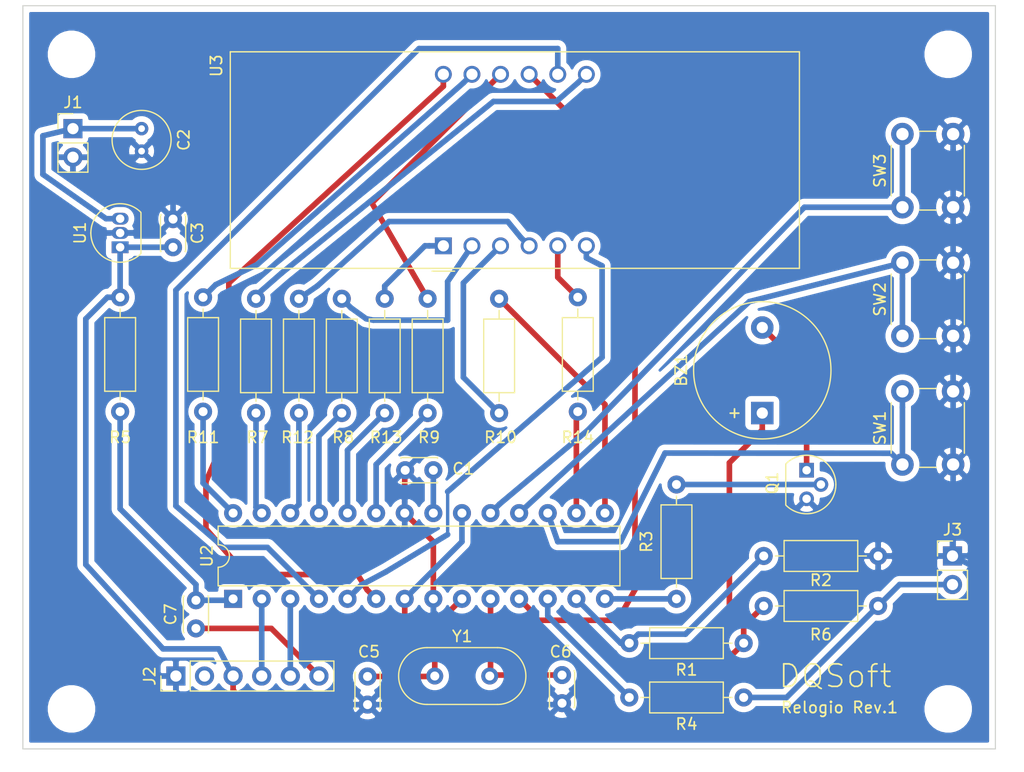
<source format=kicad_pcb>
(kicad_pcb (version 20171130) (host pcbnew "(5.1.0)-1")

  (general
    (thickness 1.6)
    (drawings 6)
    (tracks 209)
    (zones 0)
    (modules 36)
    (nets 41)
  )

  (page A4)
  (layers
    (0 F.Cu signal)
    (31 B.Cu signal)
    (32 B.Adhes user)
    (33 F.Adhes user)
    (34 B.Paste user)
    (35 F.Paste user)
    (36 B.SilkS user)
    (37 F.SilkS user)
    (38 B.Mask user)
    (39 F.Mask user)
    (40 Dwgs.User user)
    (41 Cmts.User user)
    (42 Eco1.User user)
    (43 Eco2.User user)
    (44 Edge.Cuts user)
    (45 Margin user)
    (46 B.CrtYd user hide)
    (47 F.CrtYd user hide)
    (48 B.Fab user hide)
    (49 F.Fab user hide)
  )

  (setup
    (last_trace_width 0.5)
    (user_trace_width 0.3)
    (user_trace_width 0.4)
    (user_trace_width 0.5)
    (trace_clearance 0.2)
    (zone_clearance 0.508)
    (zone_45_only no)
    (trace_min 0.2)
    (via_size 0.8)
    (via_drill 0.4)
    (via_min_size 0.4)
    (via_min_drill 0.3)
    (uvia_size 0.3)
    (uvia_drill 0.1)
    (uvias_allowed no)
    (uvia_min_size 0.2)
    (uvia_min_drill 0.1)
    (edge_width 0.05)
    (segment_width 0.2)
    (pcb_text_width 0.3)
    (pcb_text_size 1.5 1.5)
    (mod_edge_width 0.12)
    (mod_text_size 1 1)
    (mod_text_width 0.15)
    (pad_size 1.524 1.524)
    (pad_drill 0.762)
    (pad_to_mask_clearance 0.051)
    (solder_mask_min_width 0.25)
    (aux_axis_origin 0 0)
    (visible_elements 7FFFFFFF)
    (pcbplotparams
      (layerselection 0x010e0_ffffffff)
      (usegerberextensions false)
      (usegerberattributes false)
      (usegerberadvancedattributes false)
      (creategerberjobfile false)
      (excludeedgelayer true)
      (linewidth 0.100000)
      (plotframeref false)
      (viasonmask false)
      (mode 1)
      (useauxorigin false)
      (hpglpennumber 1)
      (hpglpenspeed 20)
      (hpglpendiameter 15.000000)
      (psnegative false)
      (psa4output false)
      (plotreference true)
      (plotvalue true)
      (plotinvisibletext false)
      (padsonsilk false)
      (subtractmaskfromsilk false)
      (outputformat 1)
      (mirror false)
      (drillshape 0)
      (scaleselection 1)
      (outputdirectory "Gerber/"))
  )

  (net 0 "")
  (net 1 +5V)
  (net 2 "Net-(BZ1-Pad2)")
  (net 3 GND)
  (net 4 "Net-(C1-Pad1)")
  (net 5 "Net-(C2-Pad1)")
  (net 6 "Net-(C5-Pad2)")
  (net 7 "Net-(C6-Pad2)")
  (net 8 "Net-(C7-Pad1)")
  (net 9 "Net-(C7-Pad2)")
  (net 10 "Net-(J2-Pad2)")
  (net 11 "Net-(J2-Pad4)")
  (net 12 "Net-(J2-Pad5)")
  (net 13 "Net-(J3-Pad2)")
  (net 14 "Net-(Q1-Pad2)")
  (net 15 "Net-(R1-Pad2)")
  (net 16 "Net-(R3-Pad2)")
  (net 17 "Net-(R4-Pad2)")
  (net 18 "Net-(R7-Pad1)")
  (net 19 B)
  (net 20 "Net-(R8-Pad1)")
  (net 21 D)
  (net 22 F)
  (net 23 "Net-(R9-Pad1)")
  (net 24 DP)
  (net 25 "Net-(R10-Pad1)")
  (net 26 A)
  (net 27 "Net-(R11-Pad1)")
  (net 28 C)
  (net 29 "Net-(R12-Pad1)")
  (net 30 E)
  (net 31 "Net-(R13-Pad1)")
  (net 32 "Net-(R14-Pad1)")
  (net 33 G)
  (net 34 "Net-(SW1-Pad1)")
  (net 35 "Net-(SW2-Pad1)")
  (net 36 "Net-(SW3-Pad1)")
  (net 37 DIG3)
  (net 38 DIG4)
  (net 39 DIG1)
  (net 40 DIG2)

  (net_class Default "Esta é a classe de rede padrão."
    (clearance 0.2)
    (trace_width 0.25)
    (via_dia 0.8)
    (via_drill 0.4)
    (uvia_dia 0.3)
    (uvia_drill 0.1)
    (add_net +5V)
    (add_net A)
    (add_net B)
    (add_net C)
    (add_net D)
    (add_net DIG1)
    (add_net DIG2)
    (add_net DIG3)
    (add_net DIG4)
    (add_net DP)
    (add_net E)
    (add_net F)
    (add_net G)
    (add_net GND)
    (add_net "Net-(BZ1-Pad2)")
    (add_net "Net-(C1-Pad1)")
    (add_net "Net-(C2-Pad1)")
    (add_net "Net-(C5-Pad2)")
    (add_net "Net-(C6-Pad2)")
    (add_net "Net-(C7-Pad1)")
    (add_net "Net-(C7-Pad2)")
    (add_net "Net-(J2-Pad2)")
    (add_net "Net-(J2-Pad4)")
    (add_net "Net-(J2-Pad5)")
    (add_net "Net-(J3-Pad2)")
    (add_net "Net-(Q1-Pad2)")
    (add_net "Net-(R1-Pad2)")
    (add_net "Net-(R10-Pad1)")
    (add_net "Net-(R11-Pad1)")
    (add_net "Net-(R12-Pad1)")
    (add_net "Net-(R13-Pad1)")
    (add_net "Net-(R14-Pad1)")
    (add_net "Net-(R3-Pad2)")
    (add_net "Net-(R4-Pad2)")
    (add_net "Net-(R7-Pad1)")
    (add_net "Net-(R8-Pad1)")
    (add_net "Net-(R9-Pad1)")
    (add_net "Net-(SW1-Pad1)")
    (add_net "Net-(SW2-Pad1)")
    (add_net "Net-(SW3-Pad1)")
  )

  (module Package_TO_SOT_THT:TO-92_Inline (layer F.Cu) (tedit 5A1DD157) (tstamp 5CAE392D)
    (at 21.336 34.163 90)
    (descr "TO-92 leads in-line, narrow, oval pads, drill 0.75mm (see NXP sot054_po.pdf)")
    (tags "to-92 sc-43 sc-43a sot54 PA33 transistor")
    (path /5CAA279C)
    (fp_text reference U1 (at 1.27 -3.56 90) (layer F.SilkS)
      (effects (font (size 1 1) (thickness 0.15)))
    )
    (fp_text value L78L05_TO92 (at 1.27 2.79 90) (layer F.Fab)
      (effects (font (size 1 1) (thickness 0.15)))
    )
    (fp_text user %R (at 1.27 -3.56 90) (layer F.Fab)
      (effects (font (size 1 1) (thickness 0.15)))
    )
    (fp_line (start -0.53 1.85) (end 3.07 1.85) (layer F.SilkS) (width 0.12))
    (fp_line (start -0.5 1.75) (end 3 1.75) (layer F.Fab) (width 0.1))
    (fp_line (start -1.46 -2.73) (end 4 -2.73) (layer F.CrtYd) (width 0.05))
    (fp_line (start -1.46 -2.73) (end -1.46 2.01) (layer F.CrtYd) (width 0.05))
    (fp_line (start 4 2.01) (end 4 -2.73) (layer F.CrtYd) (width 0.05))
    (fp_line (start 4 2.01) (end -1.46 2.01) (layer F.CrtYd) (width 0.05))
    (fp_arc (start 1.27 0) (end 1.27 -2.48) (angle 135) (layer F.Fab) (width 0.1))
    (fp_arc (start 1.27 0) (end 1.27 -2.6) (angle -135) (layer F.SilkS) (width 0.12))
    (fp_arc (start 1.27 0) (end 1.27 -2.48) (angle -135) (layer F.Fab) (width 0.1))
    (fp_arc (start 1.27 0) (end 1.27 -2.6) (angle 135) (layer F.SilkS) (width 0.12))
    (pad 2 thru_hole oval (at 1.27 0 90) (size 1.05 1.5) (drill 0.75) (layers *.Cu *.Mask)
      (net 3 GND))
    (pad 3 thru_hole oval (at 2.54 0 90) (size 1.05 1.5) (drill 0.75) (layers *.Cu *.Mask)
      (net 5 "Net-(C2-Pad1)"))
    (pad 1 thru_hole rect (at 0 0 90) (size 1.05 1.5) (drill 0.75) (layers *.Cu *.Mask)
      (net 1 +5V))
    (model ${KISYS3DMOD}/Package_TO_SOT_THT.3dshapes/TO-92_Inline.wrl
      (at (xyz 0 0 0))
      (scale (xyz 1 1 1))
      (rotate (xyz 0 0 0))
    )
  )

  (module Resistor_THT:R_Axial_DIN0207_L6.3mm_D2.5mm_P10.16mm_Horizontal (layer F.Cu) (tedit 5AE5139B) (tstamp 5CAE37EF)
    (at 21.336 38.608 270)
    (descr "Resistor, Axial_DIN0207 series, Axial, Horizontal, pin pitch=10.16mm, 0.25W = 1/4W, length*diameter=6.3*2.5mm^2, http://cdn-reichelt.de/documents/datenblatt/B400/1_4W%23YAG.pdf")
    (tags "Resistor Axial_DIN0207 series Axial Horizontal pin pitch 10.16mm 0.25W = 1/4W length 6.3mm diameter 2.5mm")
    (path /5CAD8B34)
    (fp_text reference R5 (at 12.446 0) (layer F.SilkS)
      (effects (font (size 1 1) (thickness 0.15)))
    )
    (fp_text value 10K (at 5.08 2.37 270) (layer F.Fab)
      (effects (font (size 1 1) (thickness 0.15)))
    )
    (fp_line (start 1.93 -1.25) (end 1.93 1.25) (layer F.Fab) (width 0.1))
    (fp_line (start 1.93 1.25) (end 8.23 1.25) (layer F.Fab) (width 0.1))
    (fp_line (start 8.23 1.25) (end 8.23 -1.25) (layer F.Fab) (width 0.1))
    (fp_line (start 8.23 -1.25) (end 1.93 -1.25) (layer F.Fab) (width 0.1))
    (fp_line (start 0 0) (end 1.93 0) (layer F.Fab) (width 0.1))
    (fp_line (start 10.16 0) (end 8.23 0) (layer F.Fab) (width 0.1))
    (fp_line (start 1.81 -1.37) (end 1.81 1.37) (layer F.SilkS) (width 0.12))
    (fp_line (start 1.81 1.37) (end 8.35 1.37) (layer F.SilkS) (width 0.12))
    (fp_line (start 8.35 1.37) (end 8.35 -1.37) (layer F.SilkS) (width 0.12))
    (fp_line (start 8.35 -1.37) (end 1.81 -1.37) (layer F.SilkS) (width 0.12))
    (fp_line (start 1.04 0) (end 1.81 0) (layer F.SilkS) (width 0.12))
    (fp_line (start 9.12 0) (end 8.35 0) (layer F.SilkS) (width 0.12))
    (fp_line (start -1.05 -1.5) (end -1.05 1.5) (layer F.CrtYd) (width 0.05))
    (fp_line (start -1.05 1.5) (end 11.21 1.5) (layer F.CrtYd) (width 0.05))
    (fp_line (start 11.21 1.5) (end 11.21 -1.5) (layer F.CrtYd) (width 0.05))
    (fp_line (start 11.21 -1.5) (end -1.05 -1.5) (layer F.CrtYd) (width 0.05))
    (fp_text user %R (at 5.08 0 270) (layer F.Fab)
      (effects (font (size 1 1) (thickness 0.15)))
    )
    (pad 1 thru_hole circle (at 0 0 270) (size 1.6 1.6) (drill 0.8) (layers *.Cu *.Mask)
      (net 1 +5V))
    (pad 2 thru_hole oval (at 10.16 0 270) (size 1.6 1.6) (drill 0.8) (layers *.Cu *.Mask)
      (net 9 "Net-(C7-Pad2)"))
    (model ${KISYS3DMOD}/Resistor_THT.3dshapes/R_Axial_DIN0207_L6.3mm_D2.5mm_P10.16mm_Horizontal.wrl
      (at (xyz 0 0 0))
      (scale (xyz 1 1 1))
      (rotate (xyz 0 0 0))
    )
  )

  (module Resistor_THT:R_Axial_DIN0207_L6.3mm_D2.5mm_P10.16mm_Horizontal (layer F.Cu) (tedit 5AE5139B) (tstamp 5CAE37AA)
    (at 78.486 61.595)
    (descr "Resistor, Axial_DIN0207 series, Axial, Horizontal, pin pitch=10.16mm, 0.25W = 1/4W, length*diameter=6.3*2.5mm^2, http://cdn-reichelt.de/documents/datenblatt/B400/1_4W%23YAG.pdf")
    (tags "Resistor Axial_DIN0207 series Axial Horizontal pin pitch 10.16mm 0.25W = 1/4W length 6.3mm diameter 2.5mm")
    (path /5CAE2BF1)
    (fp_text reference R2 (at 5.08 2.159) (layer F.SilkS)
      (effects (font (size 1 1) (thickness 0.15)))
    )
    (fp_text value "47K 1%" (at 5.08 2.37) (layer F.Fab)
      (effects (font (size 1 1) (thickness 0.15)))
    )
    (fp_line (start 1.93 -1.25) (end 1.93 1.25) (layer F.Fab) (width 0.1))
    (fp_line (start 1.93 1.25) (end 8.23 1.25) (layer F.Fab) (width 0.1))
    (fp_line (start 8.23 1.25) (end 8.23 -1.25) (layer F.Fab) (width 0.1))
    (fp_line (start 8.23 -1.25) (end 1.93 -1.25) (layer F.Fab) (width 0.1))
    (fp_line (start 0 0) (end 1.93 0) (layer F.Fab) (width 0.1))
    (fp_line (start 10.16 0) (end 8.23 0) (layer F.Fab) (width 0.1))
    (fp_line (start 1.81 -1.37) (end 1.81 1.37) (layer F.SilkS) (width 0.12))
    (fp_line (start 1.81 1.37) (end 8.35 1.37) (layer F.SilkS) (width 0.12))
    (fp_line (start 8.35 1.37) (end 8.35 -1.37) (layer F.SilkS) (width 0.12))
    (fp_line (start 8.35 -1.37) (end 1.81 -1.37) (layer F.SilkS) (width 0.12))
    (fp_line (start 1.04 0) (end 1.81 0) (layer F.SilkS) (width 0.12))
    (fp_line (start 9.12 0) (end 8.35 0) (layer F.SilkS) (width 0.12))
    (fp_line (start -1.05 -1.5) (end -1.05 1.5) (layer F.CrtYd) (width 0.05))
    (fp_line (start -1.05 1.5) (end 11.21 1.5) (layer F.CrtYd) (width 0.05))
    (fp_line (start 11.21 1.5) (end 11.21 -1.5) (layer F.CrtYd) (width 0.05))
    (fp_line (start 11.21 -1.5) (end -1.05 -1.5) (layer F.CrtYd) (width 0.05))
    (fp_text user %R (at 5.08 0) (layer F.Fab)
      (effects (font (size 1 1) (thickness 0.15)))
    )
    (pad 1 thru_hole circle (at 0 0) (size 1.6 1.6) (drill 0.8) (layers *.Cu *.Mask)
      (net 15 "Net-(R1-Pad2)"))
    (pad 2 thru_hole oval (at 10.16 0) (size 1.6 1.6) (drill 0.8) (layers *.Cu *.Mask)
      (net 3 GND))
    (model ${KISYS3DMOD}/Resistor_THT.3dshapes/R_Axial_DIN0207_L6.3mm_D2.5mm_P10.16mm_Horizontal.wrl
      (at (xyz 0 0 0))
      (scale (xyz 1 1 1))
      (rotate (xyz 0 0 0))
    )
  )

  (module Button_Switch_THT:SW_PUSH_6mm_H5mm (layer F.Cu) (tedit 5A02FE31) (tstamp 5CAE38DD)
    (at 90.805 53.467 90)
    (descr "tactile push button, 6x6mm e.g. PHAP33xx series, height=5mm")
    (tags "tact sw push 6mm")
    (path /5CB442B3)
    (fp_text reference SW1 (at 3.25 -2 90) (layer F.SilkS)
      (effects (font (size 1 1) (thickness 0.15)))
    )
    (fp_text value SW_Push (at 3.75 6.7 90) (layer F.Fab)
      (effects (font (size 1 1) (thickness 0.15)))
    )
    (fp_text user %R (at 3.25 2.25 90) (layer F.Fab)
      (effects (font (size 1 1) (thickness 0.15)))
    )
    (fp_line (start 3.25 -0.75) (end 6.25 -0.75) (layer F.Fab) (width 0.1))
    (fp_line (start 6.25 -0.75) (end 6.25 5.25) (layer F.Fab) (width 0.1))
    (fp_line (start 6.25 5.25) (end 0.25 5.25) (layer F.Fab) (width 0.1))
    (fp_line (start 0.25 5.25) (end 0.25 -0.75) (layer F.Fab) (width 0.1))
    (fp_line (start 0.25 -0.75) (end 3.25 -0.75) (layer F.Fab) (width 0.1))
    (fp_line (start 7.75 6) (end 8 6) (layer F.CrtYd) (width 0.05))
    (fp_line (start 8 6) (end 8 5.75) (layer F.CrtYd) (width 0.05))
    (fp_line (start 7.75 -1.5) (end 8 -1.5) (layer F.CrtYd) (width 0.05))
    (fp_line (start 8 -1.5) (end 8 -1.25) (layer F.CrtYd) (width 0.05))
    (fp_line (start -1.5 -1.25) (end -1.5 -1.5) (layer F.CrtYd) (width 0.05))
    (fp_line (start -1.5 -1.5) (end -1.25 -1.5) (layer F.CrtYd) (width 0.05))
    (fp_line (start -1.5 5.75) (end -1.5 6) (layer F.CrtYd) (width 0.05))
    (fp_line (start -1.5 6) (end -1.25 6) (layer F.CrtYd) (width 0.05))
    (fp_line (start -1.25 -1.5) (end 7.75 -1.5) (layer F.CrtYd) (width 0.05))
    (fp_line (start -1.5 5.75) (end -1.5 -1.25) (layer F.CrtYd) (width 0.05))
    (fp_line (start 7.75 6) (end -1.25 6) (layer F.CrtYd) (width 0.05))
    (fp_line (start 8 -1.25) (end 8 5.75) (layer F.CrtYd) (width 0.05))
    (fp_line (start 1 5.5) (end 5.5 5.5) (layer F.SilkS) (width 0.12))
    (fp_line (start -0.25 1.5) (end -0.25 3) (layer F.SilkS) (width 0.12))
    (fp_line (start 5.5 -1) (end 1 -1) (layer F.SilkS) (width 0.12))
    (fp_line (start 6.75 3) (end 6.75 1.5) (layer F.SilkS) (width 0.12))
    (fp_circle (center 3.25 2.25) (end 1.25 2.5) (layer F.Fab) (width 0.1))
    (pad 2 thru_hole circle (at 0 4.5 180) (size 2 2) (drill 1.1) (layers *.Cu *.Mask)
      (net 3 GND))
    (pad 1 thru_hole circle (at 0 0 180) (size 2 2) (drill 1.1) (layers *.Cu *.Mask)
      (net 34 "Net-(SW1-Pad1)"))
    (pad 2 thru_hole circle (at 6.5 4.5 180) (size 2 2) (drill 1.1) (layers *.Cu *.Mask)
      (net 3 GND))
    (pad 1 thru_hole circle (at 6.5 0 180) (size 2 2) (drill 1.1) (layers *.Cu *.Mask)
      (net 34 "Net-(SW1-Pad1)"))
    (model ${KISYS3DMOD}/Button_Switch_THT.3dshapes/SW_PUSH_6mm_H5mm.wrl
      (at (xyz 0 0 0))
      (scale (xyz 1 1 1))
      (rotate (xyz 0 0 0))
    )
  )

  (module Display_7Segment:CA56-12CGKWA (layer F.Cu) (tedit 5A02FE84) (tstamp 5CAE397E)
    (at 50.038 34.036 90)
    (descr "4 digit 7 segment green LED, http://www.kingbright.com/attachments/file/psearch/000/00/00/CA56-12CGKWA(Ver.9A).pdf")
    (tags "4 digit 7 segment green LED")
    (path /5CAA115E)
    (fp_text reference U3 (at 16.002 -20.15 90) (layer F.SilkS)
      (effects (font (size 1 1) (thickness 0.15)))
    )
    (fp_text value CA56-12CGKWA (at 3.5 32.92 90) (layer F.Fab)
      (effects (font (size 1 1) (thickness 0.15)))
    )
    (fp_line (start -2 -18.92) (end 17.24 -18.92) (layer F.SilkS) (width 0.12))
    (fp_line (start -2 -18.92) (end -2 31.62) (layer F.SilkS) (width 0.12))
    (fp_line (start -2 31.62) (end 17.24 31.62) (layer F.SilkS) (width 0.12))
    (fp_line (start 17.24 31.62) (end 17.24 -18.92) (layer F.SilkS) (width 0.12))
    (fp_line (start -1.88 1) (end -0.88 0) (layer F.Fab) (width 0.1))
    (fp_line (start -0.88 0) (end -1.88 -1) (layer F.Fab) (width 0.1))
    (fp_line (start -1.88 -1) (end -1.88 -18.8) (layer F.Fab) (width 0.1))
    (fp_line (start -2.13 -19.05) (end 17.37 -19.05) (layer F.CrtYd) (width 0.05))
    (fp_line (start 17.37 -19.05) (end 17.37 31.75) (layer F.CrtYd) (width 0.05))
    (fp_line (start 17.37 31.75) (end -2.13 31.75) (layer F.CrtYd) (width 0.05))
    (fp_line (start -2.13 31.75) (end -2.13 -19.05) (layer F.CrtYd) (width 0.05))
    (fp_line (start -2.25 -1) (end -2.25 1) (layer F.SilkS) (width 0.12))
    (fp_line (start -1.88 -18.8) (end 17.12 -18.8) (layer F.Fab) (width 0.1))
    (fp_line (start 17.12 -18.8) (end 17.12 31.5) (layer F.Fab) (width 0.1))
    (fp_line (start -1.88 31.5) (end 17.12 31.5) (layer F.Fab) (width 0.1))
    (fp_line (start -1.88 1) (end -1.88 31.5) (layer F.Fab) (width 0.1))
    (fp_text user %R (at 8.128 6.604 90) (layer F.Fab)
      (effects (font (size 1 1) (thickness 0.15)))
    )
    (pad 1 thru_hole rect (at 0 0 90) (size 1.5 1.5) (drill 1) (layers *.Cu *.Mask)
      (net 31 "Net-(R13-Pad1)"))
    (pad 2 thru_hole circle (at 0 2.54 90) (size 1.5 1.5) (drill 1) (layers *.Cu *.Mask)
      (net 20 "Net-(R8-Pad1)"))
    (pad 3 thru_hole circle (at 0 5.08 90) (size 1.5 1.5) (drill 1) (layers *.Cu *.Mask)
      (net 25 "Net-(R10-Pad1)"))
    (pad 4 thru_hole circle (at 0 7.62 90) (size 1.5 1.5) (drill 1) (layers *.Cu *.Mask)
      (net 29 "Net-(R12-Pad1)"))
    (pad 5 thru_hole circle (at 0 10.16 90) (size 1.5 1.5) (drill 1) (layers *.Cu *.Mask)
      (net 32 "Net-(R14-Pad1)"))
    (pad 6 thru_hole circle (at 0 12.7 90) (size 1.5 1.5) (drill 1) (layers *.Cu *.Mask)
      (net 38 DIG4))
    (pad 7 thru_hole circle (at 15.24 12.7 90) (size 1.5 1.5) (drill 1) (layers *.Cu *.Mask)
      (net 18 "Net-(R7-Pad1)"))
    (pad 8 thru_hole circle (at 15.24 10.16 90) (size 1.5 1.5) (drill 1) (layers *.Cu *.Mask)
      (net 37 DIG3))
    (pad 9 thru_hole circle (at 15.24 7.62 90) (size 1.5 1.5) (drill 1) (layers *.Cu *.Mask)
      (net 40 DIG2))
    (pad 10 thru_hole circle (at 15.24 5.08 90) (size 1.5 1.5) (drill 1) (layers *.Cu *.Mask)
      (net 23 "Net-(R9-Pad1)"))
    (pad 11 thru_hole circle (at 15.24 2.54 90) (size 1.5 1.5) (drill 1) (layers *.Cu *.Mask)
      (net 27 "Net-(R11-Pad1)"))
    (pad 12 thru_hole circle (at 15.24 0 90) (size 1.5 1.5) (drill 1) (layers *.Cu *.Mask)
      (net 39 DIG1))
    (model ${KISYS3DMOD}/Display_7Segment.3dshapes/CA56-12CGKWA.wrl
      (at (xyz 0 0 0))
      (scale (xyz 1 1 1))
      (rotate (xyz 0 0 0))
    )
  )

  (module Package_DIP:DIP-28_W7.62mm (layer F.Cu) (tedit 5A02E8C5) (tstamp 5CAE395D)
    (at 31.369 65.405 90)
    (descr "28-lead though-hole mounted DIP package, row spacing 7.62 mm (300 mils)")
    (tags "THT DIP DIL PDIP 2.54mm 7.62mm 300mil")
    (path /5CAA3148)
    (fp_text reference U2 (at 3.81 -2.33 90) (layer F.SilkS)
      (effects (font (size 1 1) (thickness 0.15)))
    )
    (fp_text value ATmega328P-PU (at 3.81 35.35 90) (layer F.Fab)
      (effects (font (size 1 1) (thickness 0.15)))
    )
    (fp_arc (start 3.81 -1.33) (end 2.81 -1.33) (angle -180) (layer F.SilkS) (width 0.12))
    (fp_line (start 1.635 -1.27) (end 6.985 -1.27) (layer F.Fab) (width 0.1))
    (fp_line (start 6.985 -1.27) (end 6.985 34.29) (layer F.Fab) (width 0.1))
    (fp_line (start 6.985 34.29) (end 0.635 34.29) (layer F.Fab) (width 0.1))
    (fp_line (start 0.635 34.29) (end 0.635 -0.27) (layer F.Fab) (width 0.1))
    (fp_line (start 0.635 -0.27) (end 1.635 -1.27) (layer F.Fab) (width 0.1))
    (fp_line (start 2.81 -1.33) (end 1.16 -1.33) (layer F.SilkS) (width 0.12))
    (fp_line (start 1.16 -1.33) (end 1.16 34.35) (layer F.SilkS) (width 0.12))
    (fp_line (start 1.16 34.35) (end 6.46 34.35) (layer F.SilkS) (width 0.12))
    (fp_line (start 6.46 34.35) (end 6.46 -1.33) (layer F.SilkS) (width 0.12))
    (fp_line (start 6.46 -1.33) (end 4.81 -1.33) (layer F.SilkS) (width 0.12))
    (fp_line (start -1.1 -1.55) (end -1.1 34.55) (layer F.CrtYd) (width 0.05))
    (fp_line (start -1.1 34.55) (end 8.7 34.55) (layer F.CrtYd) (width 0.05))
    (fp_line (start 8.7 34.55) (end 8.7 -1.55) (layer F.CrtYd) (width 0.05))
    (fp_line (start 8.7 -1.55) (end -1.1 -1.55) (layer F.CrtYd) (width 0.05))
    (fp_text user %R (at 3.81 16.51 90) (layer F.Fab)
      (effects (font (size 1 1) (thickness 0.15)))
    )
    (pad 1 thru_hole rect (at 0 0 90) (size 1.6 1.6) (drill 0.8) (layers *.Cu *.Mask)
      (net 9 "Net-(C7-Pad2)"))
    (pad 15 thru_hole oval (at 7.62 33.02 90) (size 1.6 1.6) (drill 0.8) (layers *.Cu *.Mask)
      (net 24 DP))
    (pad 2 thru_hole oval (at 0 2.54 90) (size 1.6 1.6) (drill 0.8) (layers *.Cu *.Mask)
      (net 11 "Net-(J2-Pad4)"))
    (pad 16 thru_hole oval (at 7.62 30.48 90) (size 1.6 1.6) (drill 0.8) (layers *.Cu *.Mask)
      (net 33 G))
    (pad 3 thru_hole oval (at 0 5.08 90) (size 1.6 1.6) (drill 0.8) (layers *.Cu *.Mask)
      (net 12 "Net-(J2-Pad5)"))
    (pad 17 thru_hole oval (at 7.62 27.94 90) (size 1.6 1.6) (drill 0.8) (layers *.Cu *.Mask)
      (net 34 "Net-(SW1-Pad1)"))
    (pad 4 thru_hole oval (at 0 7.62 90) (size 1.6 1.6) (drill 0.8) (layers *.Cu *.Mask)
      (net 37 DIG3))
    (pad 18 thru_hole oval (at 7.62 25.4 90) (size 1.6 1.6) (drill 0.8) (layers *.Cu *.Mask)
      (net 35 "Net-(SW2-Pad1)"))
    (pad 5 thru_hole oval (at 0 10.16 90) (size 1.6 1.6) (drill 0.8) (layers *.Cu *.Mask)
      (net 38 DIG4))
    (pad 19 thru_hole oval (at 7.62 22.86 90) (size 1.6 1.6) (drill 0.8) (layers *.Cu *.Mask)
      (net 36 "Net-(SW3-Pad1)"))
    (pad 6 thru_hole oval (at 0 12.7 90) (size 1.6 1.6) (drill 0.8) (layers *.Cu *.Mask)
      (net 39 DIG1))
    (pad 20 thru_hole oval (at 7.62 20.32 90) (size 1.6 1.6) (drill 0.8) (layers *.Cu *.Mask)
      (net 1 +5V))
    (pad 7 thru_hole oval (at 0 15.24 90) (size 1.6 1.6) (drill 0.8) (layers *.Cu *.Mask)
      (net 1 +5V))
    (pad 21 thru_hole oval (at 7.62 17.78 90) (size 1.6 1.6) (drill 0.8) (layers *.Cu *.Mask)
      (net 4 "Net-(C1-Pad1)"))
    (pad 8 thru_hole oval (at 0 17.78 90) (size 1.6 1.6) (drill 0.8) (layers *.Cu *.Mask)
      (net 3 GND))
    (pad 22 thru_hole oval (at 7.62 15.24 90) (size 1.6 1.6) (drill 0.8) (layers *.Cu *.Mask)
      (net 3 GND))
    (pad 9 thru_hole oval (at 0 20.32 90) (size 1.6 1.6) (drill 0.8) (layers *.Cu *.Mask)
      (net 6 "Net-(C5-Pad2)"))
    (pad 23 thru_hole oval (at 7.62 12.7 90) (size 1.6 1.6) (drill 0.8) (layers *.Cu *.Mask)
      (net 22 F))
    (pad 10 thru_hole oval (at 0 22.86 90) (size 1.6 1.6) (drill 0.8) (layers *.Cu *.Mask)
      (net 7 "Net-(C6-Pad2)"))
    (pad 24 thru_hole oval (at 7.62 10.16 90) (size 1.6 1.6) (drill 0.8) (layers *.Cu *.Mask)
      (net 30 E))
    (pad 11 thru_hole oval (at 0 25.4 90) (size 1.6 1.6) (drill 0.8) (layers *.Cu *.Mask)
      (net 40 DIG2))
    (pad 25 thru_hole oval (at 7.62 7.62 90) (size 1.6 1.6) (drill 0.8) (layers *.Cu *.Mask)
      (net 21 D))
    (pad 12 thru_hole oval (at 0 27.94 90) (size 1.6 1.6) (drill 0.8) (layers *.Cu *.Mask)
      (net 17 "Net-(R4-Pad2)"))
    (pad 26 thru_hole oval (at 7.62 5.08 90) (size 1.6 1.6) (drill 0.8) (layers *.Cu *.Mask)
      (net 28 C))
    (pad 13 thru_hole oval (at 0 30.48 90) (size 1.6 1.6) (drill 0.8) (layers *.Cu *.Mask)
      (net 15 "Net-(R1-Pad2)"))
    (pad 27 thru_hole oval (at 7.62 2.54 90) (size 1.6 1.6) (drill 0.8) (layers *.Cu *.Mask)
      (net 19 B))
    (pad 14 thru_hole oval (at 0 33.02 90) (size 1.6 1.6) (drill 0.8) (layers *.Cu *.Mask)
      (net 16 "Net-(R3-Pad2)"))
    (pad 28 thru_hole oval (at 7.62 0 90) (size 1.6 1.6) (drill 0.8) (layers *.Cu *.Mask)
      (net 26 A))
    (model ${KISYS3DMOD}/Package_DIP.3dshapes/DIP-28_W7.62mm.wrl
      (at (xyz 0 0 0))
      (scale (xyz 1 1 1))
      (rotate (xyz 0 0 0))
    )
  )

  (module Connector_PinHeader_2.54mm:PinHeader_1x02_P2.54mm_Vertical (layer F.Cu) (tedit 59FED5CC) (tstamp 5CAE373A)
    (at 17.145 23.622)
    (descr "Through hole straight pin header, 1x02, 2.54mm pitch, single row")
    (tags "Through hole pin header THT 1x02 2.54mm single row")
    (path /5CACE89D)
    (fp_text reference J1 (at 0 -2.33) (layer F.SilkS)
      (effects (font (size 1 1) (thickness 0.15)))
    )
    (fp_text value ALIMENT (at 0 4.87) (layer F.Fab)
      (effects (font (size 1 1) (thickness 0.15)))
    )
    (fp_text user %R (at 0 1.27 90) (layer F.Fab)
      (effects (font (size 1 1) (thickness 0.15)))
    )
    (fp_line (start 1.8 -1.8) (end -1.8 -1.8) (layer F.CrtYd) (width 0.05))
    (fp_line (start 1.8 4.35) (end 1.8 -1.8) (layer F.CrtYd) (width 0.05))
    (fp_line (start -1.8 4.35) (end 1.8 4.35) (layer F.CrtYd) (width 0.05))
    (fp_line (start -1.8 -1.8) (end -1.8 4.35) (layer F.CrtYd) (width 0.05))
    (fp_line (start -1.33 -1.33) (end 0 -1.33) (layer F.SilkS) (width 0.12))
    (fp_line (start -1.33 0) (end -1.33 -1.33) (layer F.SilkS) (width 0.12))
    (fp_line (start -1.33 1.27) (end 1.33 1.27) (layer F.SilkS) (width 0.12))
    (fp_line (start 1.33 1.27) (end 1.33 3.87) (layer F.SilkS) (width 0.12))
    (fp_line (start -1.33 1.27) (end -1.33 3.87) (layer F.SilkS) (width 0.12))
    (fp_line (start -1.33 3.87) (end 1.33 3.87) (layer F.SilkS) (width 0.12))
    (fp_line (start -1.27 -0.635) (end -0.635 -1.27) (layer F.Fab) (width 0.1))
    (fp_line (start -1.27 3.81) (end -1.27 -0.635) (layer F.Fab) (width 0.1))
    (fp_line (start 1.27 3.81) (end -1.27 3.81) (layer F.Fab) (width 0.1))
    (fp_line (start 1.27 -1.27) (end 1.27 3.81) (layer F.Fab) (width 0.1))
    (fp_line (start -0.635 -1.27) (end 1.27 -1.27) (layer F.Fab) (width 0.1))
    (pad 2 thru_hole oval (at 0 2.54) (size 1.7 1.7) (drill 1) (layers *.Cu *.Mask)
      (net 3 GND))
    (pad 1 thru_hole rect (at 0 0) (size 1.7 1.7) (drill 1) (layers *.Cu *.Mask)
      (net 5 "Net-(C2-Pad1)"))
    (model ${KISYS3DMOD}/Connector_PinHeader_2.54mm.3dshapes/PinHeader_1x02_P2.54mm_Vertical.wrl
      (at (xyz 0 0 0))
      (scale (xyz 1 1 1))
      (rotate (xyz 0 0 0))
    )
  )

  (module MountingHole:MountingHole_3.2mm_M3_DIN965 (layer F.Cu) (tedit 56D1B4CB) (tstamp 5D28B14B)
    (at 17.018 75.184)
    (descr "Mounting Hole 3.2mm, no annular, M3, DIN965")
    (tags "mounting hole 3.2mm no annular m3 din965")
    (attr virtual)
    (fp_text reference "" (at 0 -3.8) (layer F.SilkS)
      (effects (font (size 1 1) (thickness 0.15)))
    )
    (fp_text value "" (at 0 3.8) (layer F.Fab)
      (effects (font (size 1 1) (thickness 0.15)))
    )
    (fp_text user %R (at 0.3 0) (layer F.Fab)
      (effects (font (size 1 1) (thickness 0.15)))
    )
    (fp_circle (center 0 0) (end 2.8 0) (layer Cmts.User) (width 0.15))
    (fp_circle (center 0 0) (end 3.05 0) (layer F.CrtYd) (width 0.05))
    (pad 1 np_thru_hole circle (at 0 0) (size 3.2 3.2) (drill 3.2) (layers *.Cu *.Mask))
  )

  (module MountingHole:MountingHole_3.2mm_M3_DIN965 (layer F.Cu) (tedit 56D1B4CB) (tstamp 5D28B13C)
    (at 94.869 75.184)
    (descr "Mounting Hole 3.2mm, no annular, M3, DIN965")
    (tags "mounting hole 3.2mm no annular m3 din965")
    (attr virtual)
    (fp_text reference "" (at 0 -3.8) (layer F.SilkS)
      (effects (font (size 1 1) (thickness 0.15)))
    )
    (fp_text value "" (at 0 3.8) (layer F.Fab)
      (effects (font (size 1 1) (thickness 0.15)))
    )
    (fp_circle (center 0 0) (end 3.05 0) (layer F.CrtYd) (width 0.05))
    (fp_circle (center 0 0) (end 2.8 0) (layer Cmts.User) (width 0.15))
    (fp_text user %R (at 0.3 0) (layer F.Fab)
      (effects (font (size 1 1) (thickness 0.15)))
    )
    (pad 1 np_thru_hole circle (at 0 0) (size 3.2 3.2) (drill 3.2) (layers *.Cu *.Mask))
  )

  (module MountingHole:MountingHole_3.2mm_M3_DIN965 (layer F.Cu) (tedit 56D1B4CB) (tstamp 5D28B12E)
    (at 94.869 17.018)
    (descr "Mounting Hole 3.2mm, no annular, M3, DIN965")
    (tags "mounting hole 3.2mm no annular m3 din965")
    (attr virtual)
    (fp_text reference "" (at 0 -3.8) (layer F.SilkS)
      (effects (font (size 1 1) (thickness 0.15)))
    )
    (fp_text value "" (at 0 3.8) (layer F.Fab)
      (effects (font (size 1 1) (thickness 0.15)))
    )
    (fp_text user %R (at 0.3 0) (layer F.Fab)
      (effects (font (size 1 1) (thickness 0.15)))
    )
    (fp_circle (center 0 0) (end 2.8 0) (layer Cmts.User) (width 0.15))
    (fp_circle (center 0 0) (end 3.05 0) (layer F.CrtYd) (width 0.05))
    (pad 1 np_thru_hole circle (at 0 0) (size 3.2 3.2) (drill 3.2) (layers *.Cu *.Mask))
  )

  (module MountingHole:MountingHole_3.2mm_M3_DIN965 (layer F.Cu) (tedit 56D1B4CB) (tstamp 5D28B0AA)
    (at 17.018 17.018)
    (descr "Mounting Hole 3.2mm, no annular, M3, DIN965")
    (tags "mounting hole 3.2mm no annular m3 din965")
    (attr virtual)
    (fp_text reference "" (at 0 -3.8) (layer F.SilkS)
      (effects (font (size 1 1) (thickness 0.15)))
    )
    (fp_text value "" (at 0 3.8) (layer F.Fab)
      (effects (font (size 1 1) (thickness 0.15)))
    )
    (fp_circle (center 0 0) (end 3.05 0) (layer F.CrtYd) (width 0.05))
    (fp_circle (center 0 0) (end 2.8 0) (layer Cmts.User) (width 0.15))
    (fp_text user %R (at 0.3 0) (layer F.Fab)
      (effects (font (size 1 1) (thickness 0.15)))
    )
    (pad 1 np_thru_hole circle (at 0 0) (size 3.2 3.2) (drill 3.2) (layers *.Cu *.Mask))
  )

  (module Buzzer_Beeper:Buzzer_12x9.5RM7.6 (layer F.Cu) (tedit 5A030281) (tstamp 5CAE36B1)
    (at 78.359 48.895 90)
    (descr "Generic Buzzer, D12mm height 9.5mm with RM7.6mm")
    (tags buzzer)
    (path /5CB6DB9D)
    (fp_text reference BZ1 (at 3.8 -7.2 90) (layer F.SilkS)
      (effects (font (size 1 1) (thickness 0.15)))
    )
    (fp_text value Buzzer (at 3.8 7.4 90) (layer F.Fab)
      (effects (font (size 1 1) (thickness 0.15)))
    )
    (fp_text user + (at -0.01 -2.54 90) (layer F.Fab)
      (effects (font (size 1 1) (thickness 0.15)))
    )
    (fp_text user + (at -0.01 -2.54 90) (layer F.SilkS)
      (effects (font (size 1 1) (thickness 0.15)))
    )
    (fp_text user %R (at 3.8 -4 90) (layer F.Fab)
      (effects (font (size 1 1) (thickness 0.15)))
    )
    (fp_circle (center 3.8 0) (end 10.05 0) (layer F.CrtYd) (width 0.05))
    (fp_circle (center 3.8 0) (end 9.8 0) (layer F.Fab) (width 0.1))
    (fp_circle (center 3.8 0) (end 4.8 0) (layer F.Fab) (width 0.1))
    (fp_circle (center 3.8 0) (end 9.9 0) (layer F.SilkS) (width 0.12))
    (pad 1 thru_hole rect (at 0 0 90) (size 2 2) (drill 1) (layers *.Cu *.Mask)
      (net 1 +5V))
    (pad 2 thru_hole circle (at 7.6 0 90) (size 2 2) (drill 1) (layers *.Cu *.Mask)
      (net 2 "Net-(BZ1-Pad2)"))
    (model ${KISYS3DMOD}/Buzzer_Beeper.3dshapes/Buzzer_12x9.5RM7.6.wrl
      (at (xyz 0 0 0))
      (scale (xyz 1 1 1))
      (rotate (xyz 0 0 0))
    )
  )

  (module Capacitor_THT:C_Disc_D3.0mm_W2.0mm_P2.50mm (layer F.Cu) (tedit 5AE50EF0) (tstamp 5CAE36C6)
    (at 49.149 53.975 180)
    (descr "C, Disc series, Radial, pin pitch=2.50mm, , diameter*width=3*2mm^2, Capacitor")
    (tags "C Disc series Radial pin pitch 2.50mm  diameter 3mm width 2mm Capacitor")
    (path /5CAE01B2)
    (fp_text reference C1 (at -2.667 0.127 180) (layer F.SilkS)
      (effects (font (size 1 1) (thickness 0.15)))
    )
    (fp_text value 100nF (at 1.25 2.25 180) (layer F.Fab)
      (effects (font (size 1 1) (thickness 0.15)))
    )
    (fp_text user %R (at 1.25 0 180) (layer F.Fab)
      (effects (font (size 0.6 0.6) (thickness 0.09)))
    )
    (fp_line (start 3.55 -1.25) (end -1.05 -1.25) (layer F.CrtYd) (width 0.05))
    (fp_line (start 3.55 1.25) (end 3.55 -1.25) (layer F.CrtYd) (width 0.05))
    (fp_line (start -1.05 1.25) (end 3.55 1.25) (layer F.CrtYd) (width 0.05))
    (fp_line (start -1.05 -1.25) (end -1.05 1.25) (layer F.CrtYd) (width 0.05))
    (fp_line (start 2.87 1.055) (end 2.87 1.12) (layer F.SilkS) (width 0.12))
    (fp_line (start 2.87 -1.12) (end 2.87 -1.055) (layer F.SilkS) (width 0.12))
    (fp_line (start -0.37 1.055) (end -0.37 1.12) (layer F.SilkS) (width 0.12))
    (fp_line (start -0.37 -1.12) (end -0.37 -1.055) (layer F.SilkS) (width 0.12))
    (fp_line (start -0.37 1.12) (end 2.87 1.12) (layer F.SilkS) (width 0.12))
    (fp_line (start -0.37 -1.12) (end 2.87 -1.12) (layer F.SilkS) (width 0.12))
    (fp_line (start 2.75 -1) (end -0.25 -1) (layer F.Fab) (width 0.1))
    (fp_line (start 2.75 1) (end 2.75 -1) (layer F.Fab) (width 0.1))
    (fp_line (start -0.25 1) (end 2.75 1) (layer F.Fab) (width 0.1))
    (fp_line (start -0.25 -1) (end -0.25 1) (layer F.Fab) (width 0.1))
    (pad 2 thru_hole circle (at 2.5 0 180) (size 1.6 1.6) (drill 0.8) (layers *.Cu *.Mask)
      (net 3 GND))
    (pad 1 thru_hole circle (at 0 0 180) (size 1.6 1.6) (drill 0.8) (layers *.Cu *.Mask)
      (net 4 "Net-(C1-Pad1)"))
    (model ${KISYS3DMOD}/Capacitor_THT.3dshapes/C_Disc_D3.0mm_W2.0mm_P2.50mm.wrl
      (at (xyz 0 0 0))
      (scale (xyz 1 1 1))
      (rotate (xyz 0 0 0))
    )
  )

  (module Capacitor_THT:C_Radial_D5.0mm_H5.0mm_P2.00mm (layer F.Cu) (tedit 5BC5C9B9) (tstamp 5CAE36D0)
    (at 23.241 23.622 270)
    (descr "C, Radial series, Radial, pin pitch=2.00mm, diameter=5mm, height=5mm, Non-Polar Electrolytic Capacitor")
    (tags "C Radial series Radial pin pitch 2.00mm diameter 5mm height 5mm Non-Polar Electrolytic Capacitor")
    (path /5CAD16C2)
    (fp_text reference C2 (at 1 -3.75 270) (layer F.SilkS)
      (effects (font (size 1 1) (thickness 0.15)))
    )
    (fp_text value 10uF (at 1 3.75 270) (layer F.Fab)
      (effects (font (size 1 1) (thickness 0.15)))
    )
    (fp_circle (center 1 0) (end 3.5 0) (layer F.Fab) (width 0.1))
    (fp_circle (center 1 0) (end 3.62 0) (layer F.SilkS) (width 0.12))
    (fp_circle (center 1 0) (end 3.75 0) (layer F.CrtYd) (width 0.05))
    (fp_text user %R (at 1 0 270) (layer F.Fab)
      (effects (font (size 1 1) (thickness 0.15)))
    )
    (pad 1 thru_hole circle (at 0 0 270) (size 1.2 1.2) (drill 0.6) (layers *.Cu *.Mask)
      (net 5 "Net-(C2-Pad1)"))
    (pad 2 thru_hole circle (at 2 0 270) (size 1.2 1.2) (drill 0.6) (layers *.Cu *.Mask)
      (net 3 GND))
    (model ${KISYS3DMOD}/Capacitor_THT.3dshapes/C_Radial_D5.0mm_H5.0mm_P2.00mm.wrl
      (at (xyz 0 0 0))
      (scale (xyz 1 1 1))
      (rotate (xyz 0 0 0))
    )
  )

  (module Capacitor_THT:C_Disc_D3.0mm_W2.0mm_P2.50mm (layer F.Cu) (tedit 5AE50EF0) (tstamp 5CAE36E5)
    (at 26.035 34.163 90)
    (descr "C, Disc series, Radial, pin pitch=2.50mm, , diameter*width=3*2mm^2, Capacitor")
    (tags "C Disc series Radial pin pitch 2.50mm  diameter 3mm width 2mm Capacitor")
    (path /5CAD2A99)
    (fp_text reference C3 (at 1.25 2.159 90) (layer F.SilkS)
      (effects (font (size 1 1) (thickness 0.15)))
    )
    (fp_text value 100nF (at 1.25 2.25 90) (layer F.Fab)
      (effects (font (size 1 1) (thickness 0.15)))
    )
    (fp_line (start -0.25 -1) (end -0.25 1) (layer F.Fab) (width 0.1))
    (fp_line (start -0.25 1) (end 2.75 1) (layer F.Fab) (width 0.1))
    (fp_line (start 2.75 1) (end 2.75 -1) (layer F.Fab) (width 0.1))
    (fp_line (start 2.75 -1) (end -0.25 -1) (layer F.Fab) (width 0.1))
    (fp_line (start -0.37 -1.12) (end 2.87 -1.12) (layer F.SilkS) (width 0.12))
    (fp_line (start -0.37 1.12) (end 2.87 1.12) (layer F.SilkS) (width 0.12))
    (fp_line (start -0.37 -1.12) (end -0.37 -1.055) (layer F.SilkS) (width 0.12))
    (fp_line (start -0.37 1.055) (end -0.37 1.12) (layer F.SilkS) (width 0.12))
    (fp_line (start 2.87 -1.12) (end 2.87 -1.055) (layer F.SilkS) (width 0.12))
    (fp_line (start 2.87 1.055) (end 2.87 1.12) (layer F.SilkS) (width 0.12))
    (fp_line (start -1.05 -1.25) (end -1.05 1.25) (layer F.CrtYd) (width 0.05))
    (fp_line (start -1.05 1.25) (end 3.55 1.25) (layer F.CrtYd) (width 0.05))
    (fp_line (start 3.55 1.25) (end 3.55 -1.25) (layer F.CrtYd) (width 0.05))
    (fp_line (start 3.55 -1.25) (end -1.05 -1.25) (layer F.CrtYd) (width 0.05))
    (fp_text user %R (at 1.25 0 90) (layer F.Fab)
      (effects (font (size 0.6 0.6) (thickness 0.09)))
    )
    (pad 1 thru_hole circle (at 0 0 90) (size 1.6 1.6) (drill 0.8) (layers *.Cu *.Mask)
      (net 1 +5V))
    (pad 2 thru_hole circle (at 2.5 0 90) (size 1.6 1.6) (drill 0.8) (layers *.Cu *.Mask)
      (net 3 GND))
    (model ${KISYS3DMOD}/Capacitor_THT.3dshapes/C_Disc_D3.0mm_W2.0mm_P2.50mm.wrl
      (at (xyz 0 0 0))
      (scale (xyz 1 1 1))
      (rotate (xyz 0 0 0))
    )
  )

  (module Capacitor_THT:C_Disc_D3.0mm_W2.0mm_P2.50mm (layer F.Cu) (tedit 5AE50EF0) (tstamp 5CAE36FA)
    (at 43.307 74.803 90)
    (descr "C, Disc series, Radial, pin pitch=2.50mm, , diameter*width=3*2mm^2, Capacitor")
    (tags "C Disc series Radial pin pitch 2.50mm  diameter 3mm width 2mm Capacitor")
    (path /5CADB1B6)
    (fp_text reference C5 (at 4.699 0.127 180) (layer F.SilkS)
      (effects (font (size 1 1) (thickness 0.15)))
    )
    (fp_text value 22pF (at 1.25 2.25 90) (layer F.Fab)
      (effects (font (size 1 1) (thickness 0.15)))
    )
    (fp_text user %R (at 1.25 0 90) (layer F.Fab)
      (effects (font (size 0.6 0.6) (thickness 0.09)))
    )
    (fp_line (start 3.55 -1.25) (end -1.05 -1.25) (layer F.CrtYd) (width 0.05))
    (fp_line (start 3.55 1.25) (end 3.55 -1.25) (layer F.CrtYd) (width 0.05))
    (fp_line (start -1.05 1.25) (end 3.55 1.25) (layer F.CrtYd) (width 0.05))
    (fp_line (start -1.05 -1.25) (end -1.05 1.25) (layer F.CrtYd) (width 0.05))
    (fp_line (start 2.87 1.055) (end 2.87 1.12) (layer F.SilkS) (width 0.12))
    (fp_line (start 2.87 -1.12) (end 2.87 -1.055) (layer F.SilkS) (width 0.12))
    (fp_line (start -0.37 1.055) (end -0.37 1.12) (layer F.SilkS) (width 0.12))
    (fp_line (start -0.37 -1.12) (end -0.37 -1.055) (layer F.SilkS) (width 0.12))
    (fp_line (start -0.37 1.12) (end 2.87 1.12) (layer F.SilkS) (width 0.12))
    (fp_line (start -0.37 -1.12) (end 2.87 -1.12) (layer F.SilkS) (width 0.12))
    (fp_line (start 2.75 -1) (end -0.25 -1) (layer F.Fab) (width 0.1))
    (fp_line (start 2.75 1) (end 2.75 -1) (layer F.Fab) (width 0.1))
    (fp_line (start -0.25 1) (end 2.75 1) (layer F.Fab) (width 0.1))
    (fp_line (start -0.25 -1) (end -0.25 1) (layer F.Fab) (width 0.1))
    (pad 2 thru_hole circle (at 2.5 0 90) (size 1.6 1.6) (drill 0.8) (layers *.Cu *.Mask)
      (net 6 "Net-(C5-Pad2)"))
    (pad 1 thru_hole circle (at 0 0 90) (size 1.6 1.6) (drill 0.8) (layers *.Cu *.Mask)
      (net 3 GND))
    (model ${KISYS3DMOD}/Capacitor_THT.3dshapes/C_Disc_D3.0mm_W2.0mm_P2.50mm.wrl
      (at (xyz 0 0 0))
      (scale (xyz 1 1 1))
      (rotate (xyz 0 0 0))
    )
  )

  (module Capacitor_THT:C_Disc_D3.0mm_W2.0mm_P2.50mm (layer F.Cu) (tedit 5AE50EF0) (tstamp 5CAE370F)
    (at 60.579 74.676 90)
    (descr "C, Disc series, Radial, pin pitch=2.50mm, , diameter*width=3*2mm^2, Capacitor")
    (tags "C Disc series Radial pin pitch 2.50mm  diameter 3mm width 2mm Capacitor")
    (path /5CADC336)
    (fp_text reference C6 (at 4.572 -0.127 180) (layer F.SilkS)
      (effects (font (size 1 1) (thickness 0.15)))
    )
    (fp_text value 22pF (at 1.25 2.25 90) (layer F.Fab)
      (effects (font (size 1 1) (thickness 0.15)))
    )
    (fp_line (start -0.25 -1) (end -0.25 1) (layer F.Fab) (width 0.1))
    (fp_line (start -0.25 1) (end 2.75 1) (layer F.Fab) (width 0.1))
    (fp_line (start 2.75 1) (end 2.75 -1) (layer F.Fab) (width 0.1))
    (fp_line (start 2.75 -1) (end -0.25 -1) (layer F.Fab) (width 0.1))
    (fp_line (start -0.37 -1.12) (end 2.87 -1.12) (layer F.SilkS) (width 0.12))
    (fp_line (start -0.37 1.12) (end 2.87 1.12) (layer F.SilkS) (width 0.12))
    (fp_line (start -0.37 -1.12) (end -0.37 -1.055) (layer F.SilkS) (width 0.12))
    (fp_line (start -0.37 1.055) (end -0.37 1.12) (layer F.SilkS) (width 0.12))
    (fp_line (start 2.87 -1.12) (end 2.87 -1.055) (layer F.SilkS) (width 0.12))
    (fp_line (start 2.87 1.055) (end 2.87 1.12) (layer F.SilkS) (width 0.12))
    (fp_line (start -1.05 -1.25) (end -1.05 1.25) (layer F.CrtYd) (width 0.05))
    (fp_line (start -1.05 1.25) (end 3.55 1.25) (layer F.CrtYd) (width 0.05))
    (fp_line (start 3.55 1.25) (end 3.55 -1.25) (layer F.CrtYd) (width 0.05))
    (fp_line (start 3.55 -1.25) (end -1.05 -1.25) (layer F.CrtYd) (width 0.05))
    (fp_text user %R (at 1.25 0 90) (layer F.Fab)
      (effects (font (size 0.6 0.6) (thickness 0.09)))
    )
    (pad 1 thru_hole circle (at 0 0 90) (size 1.6 1.6) (drill 0.8) (layers *.Cu *.Mask)
      (net 3 GND))
    (pad 2 thru_hole circle (at 2.5 0 90) (size 1.6 1.6) (drill 0.8) (layers *.Cu *.Mask)
      (net 7 "Net-(C6-Pad2)"))
    (model ${KISYS3DMOD}/Capacitor_THT.3dshapes/C_Disc_D3.0mm_W2.0mm_P2.50mm.wrl
      (at (xyz 0 0 0))
      (scale (xyz 1 1 1))
      (rotate (xyz 0 0 0))
    )
  )

  (module Capacitor_THT:C_Disc_D3.0mm_W2.0mm_P2.50mm (layer F.Cu) (tedit 5AE50EF0) (tstamp 5CAE3724)
    (at 28.067 68.032 90)
    (descr "C, Disc series, Radial, pin pitch=2.50mm, , diameter*width=3*2mm^2, Capacitor")
    (tags "C Disc series Radial pin pitch 2.50mm  diameter 3mm width 2mm Capacitor")
    (path /5CB3C470)
    (fp_text reference C7 (at 1.25 -2.25 90) (layer F.SilkS)
      (effects (font (size 1 1) (thickness 0.15)))
    )
    (fp_text value 100nF (at 1.25 2.25 90) (layer F.Fab)
      (effects (font (size 1 1) (thickness 0.15)))
    )
    (fp_line (start -0.25 -1) (end -0.25 1) (layer F.Fab) (width 0.1))
    (fp_line (start -0.25 1) (end 2.75 1) (layer F.Fab) (width 0.1))
    (fp_line (start 2.75 1) (end 2.75 -1) (layer F.Fab) (width 0.1))
    (fp_line (start 2.75 -1) (end -0.25 -1) (layer F.Fab) (width 0.1))
    (fp_line (start -0.37 -1.12) (end 2.87 -1.12) (layer F.SilkS) (width 0.12))
    (fp_line (start -0.37 1.12) (end 2.87 1.12) (layer F.SilkS) (width 0.12))
    (fp_line (start -0.37 -1.12) (end -0.37 -1.055) (layer F.SilkS) (width 0.12))
    (fp_line (start -0.37 1.055) (end -0.37 1.12) (layer F.SilkS) (width 0.12))
    (fp_line (start 2.87 -1.12) (end 2.87 -1.055) (layer F.SilkS) (width 0.12))
    (fp_line (start 2.87 1.055) (end 2.87 1.12) (layer F.SilkS) (width 0.12))
    (fp_line (start -1.05 -1.25) (end -1.05 1.25) (layer F.CrtYd) (width 0.05))
    (fp_line (start -1.05 1.25) (end 3.55 1.25) (layer F.CrtYd) (width 0.05))
    (fp_line (start 3.55 1.25) (end 3.55 -1.25) (layer F.CrtYd) (width 0.05))
    (fp_line (start 3.55 -1.25) (end -1.05 -1.25) (layer F.CrtYd) (width 0.05))
    (fp_text user %R (at 1.25 0 90) (layer F.Fab)
      (effects (font (size 0.6 0.6) (thickness 0.09)))
    )
    (pad 1 thru_hole circle (at 0 0 90) (size 1.6 1.6) (drill 0.8) (layers *.Cu *.Mask)
      (net 8 "Net-(C7-Pad1)"))
    (pad 2 thru_hole circle (at 2.5 0 90) (size 1.6 1.6) (drill 0.8) (layers *.Cu *.Mask)
      (net 9 "Net-(C7-Pad2)"))
    (model ${KISYS3DMOD}/Capacitor_THT.3dshapes/C_Disc_D3.0mm_W2.0mm_P2.50mm.wrl
      (at (xyz 0 0 0))
      (scale (xyz 1 1 1))
      (rotate (xyz 0 0 0))
    )
  )

  (module Connector_PinHeader_2.54mm:PinHeader_1x06_P2.54mm_Vertical (layer F.Cu) (tedit 59FED5CC) (tstamp 5D30BD6A)
    (at 26.289 72.263 90)
    (descr "Through hole straight pin header, 1x06, 2.54mm pitch, single row")
    (tags "Through hole pin header THT 1x06 2.54mm single row")
    (path /5CB2EAD4)
    (fp_text reference J2 (at 0 -2.33 90) (layer F.SilkS)
      (effects (font (size 1 1) (thickness 0.15)))
    )
    (fp_text value PROG (at 0 15.03 90) (layer F.Fab)
      (effects (font (size 1 1) (thickness 0.15)))
    )
    (fp_line (start -0.635 -1.27) (end 1.27 -1.27) (layer F.Fab) (width 0.1))
    (fp_line (start 1.27 -1.27) (end 1.27 13.97) (layer F.Fab) (width 0.1))
    (fp_line (start 1.27 13.97) (end -1.27 13.97) (layer F.Fab) (width 0.1))
    (fp_line (start -1.27 13.97) (end -1.27 -0.635) (layer F.Fab) (width 0.1))
    (fp_line (start -1.27 -0.635) (end -0.635 -1.27) (layer F.Fab) (width 0.1))
    (fp_line (start -1.33 14.03) (end 1.33 14.03) (layer F.SilkS) (width 0.12))
    (fp_line (start -1.33 1.27) (end -1.33 14.03) (layer F.SilkS) (width 0.12))
    (fp_line (start 1.33 1.27) (end 1.33 14.03) (layer F.SilkS) (width 0.12))
    (fp_line (start -1.33 1.27) (end 1.33 1.27) (layer F.SilkS) (width 0.12))
    (fp_line (start -1.33 0) (end -1.33 -1.33) (layer F.SilkS) (width 0.12))
    (fp_line (start -1.33 -1.33) (end 0 -1.33) (layer F.SilkS) (width 0.12))
    (fp_line (start -1.8 -1.8) (end -1.8 14.5) (layer F.CrtYd) (width 0.05))
    (fp_line (start -1.8 14.5) (end 1.8 14.5) (layer F.CrtYd) (width 0.05))
    (fp_line (start 1.8 14.5) (end 1.8 -1.8) (layer F.CrtYd) (width 0.05))
    (fp_line (start 1.8 -1.8) (end -1.8 -1.8) (layer F.CrtYd) (width 0.05))
    (fp_text user %R (at 0 6.35 180) (layer F.Fab)
      (effects (font (size 1 1) (thickness 0.15)))
    )
    (pad 1 thru_hole rect (at 0 0 90) (size 1.7 1.7) (drill 1) (layers *.Cu *.Mask)
      (net 3 GND))
    (pad 2 thru_hole oval (at 0 2.54 90) (size 1.7 1.7) (drill 1) (layers *.Cu *.Mask)
      (net 10 "Net-(J2-Pad2)"))
    (pad 3 thru_hole oval (at 0 5.08 90) (size 1.7 1.7) (drill 1) (layers *.Cu *.Mask)
      (net 1 +5V))
    (pad 4 thru_hole oval (at 0 7.62 90) (size 1.7 1.7) (drill 1) (layers *.Cu *.Mask)
      (net 11 "Net-(J2-Pad4)"))
    (pad 5 thru_hole oval (at 0 10.16 90) (size 1.7 1.7) (drill 1) (layers *.Cu *.Mask)
      (net 12 "Net-(J2-Pad5)"))
    (pad 6 thru_hole oval (at 0 12.7 90) (size 1.7 1.7) (drill 1) (layers *.Cu *.Mask)
      (net 8 "Net-(C7-Pad1)"))
    (model ${KISYS3DMOD}/Connector_PinHeader_2.54mm.3dshapes/PinHeader_1x06_P2.54mm_Vertical.wrl
      (at (xyz 0 0 0))
      (scale (xyz 1 1 1))
      (rotate (xyz 0 0 0))
    )
  )

  (module Connector_PinHeader_2.54mm:PinHeader_1x02_P2.54mm_Vertical (layer F.Cu) (tedit 59FED5CC) (tstamp 5CAE376A)
    (at 95.25 61.595)
    (descr "Through hole straight pin header, 1x02, 2.54mm pitch, single row")
    (tags "Through hole pin header THT 1x02 2.54mm single row")
    (path /5CB123D1)
    (fp_text reference J3 (at 0 -2.33) (layer F.SilkS)
      (effects (font (size 1 1) (thickness 0.15)))
    )
    (fp_text value Capacitor (at 0 4.87) (layer F.Fab)
      (effects (font (size 1 1) (thickness 0.15)))
    )
    (fp_line (start -0.635 -1.27) (end 1.27 -1.27) (layer F.Fab) (width 0.1))
    (fp_line (start 1.27 -1.27) (end 1.27 3.81) (layer F.Fab) (width 0.1))
    (fp_line (start 1.27 3.81) (end -1.27 3.81) (layer F.Fab) (width 0.1))
    (fp_line (start -1.27 3.81) (end -1.27 -0.635) (layer F.Fab) (width 0.1))
    (fp_line (start -1.27 -0.635) (end -0.635 -1.27) (layer F.Fab) (width 0.1))
    (fp_line (start -1.33 3.87) (end 1.33 3.87) (layer F.SilkS) (width 0.12))
    (fp_line (start -1.33 1.27) (end -1.33 3.87) (layer F.SilkS) (width 0.12))
    (fp_line (start 1.33 1.27) (end 1.33 3.87) (layer F.SilkS) (width 0.12))
    (fp_line (start -1.33 1.27) (end 1.33 1.27) (layer F.SilkS) (width 0.12))
    (fp_line (start -1.33 0) (end -1.33 -1.33) (layer F.SilkS) (width 0.12))
    (fp_line (start -1.33 -1.33) (end 0 -1.33) (layer F.SilkS) (width 0.12))
    (fp_line (start -1.8 -1.8) (end -1.8 4.35) (layer F.CrtYd) (width 0.05))
    (fp_line (start -1.8 4.35) (end 1.8 4.35) (layer F.CrtYd) (width 0.05))
    (fp_line (start 1.8 4.35) (end 1.8 -1.8) (layer F.CrtYd) (width 0.05))
    (fp_line (start 1.8 -1.8) (end -1.8 -1.8) (layer F.CrtYd) (width 0.05))
    (fp_text user %R (at 0 1.27 90) (layer F.Fab)
      (effects (font (size 1 1) (thickness 0.15)))
    )
    (pad 1 thru_hole rect (at 0 0) (size 1.7 1.7) (drill 1) (layers *.Cu *.Mask)
      (net 3 GND))
    (pad 2 thru_hole oval (at 0 2.54) (size 1.7 1.7) (drill 1) (layers *.Cu *.Mask)
      (net 13 "Net-(J3-Pad2)"))
    (model ${KISYS3DMOD}/Connector_PinHeader_2.54mm.3dshapes/PinHeader_1x02_P2.54mm_Vertical.wrl
      (at (xyz 0 0 0))
      (scale (xyz 1 1 1))
      (rotate (xyz 0 0 0))
    )
  )

  (module Package_TO_SOT_THT:TO-92 (layer F.Cu) (tedit 5A279852) (tstamp 5CAE377C)
    (at 82.296 53.975 270)
    (descr "TO-92 leads molded, narrow, drill 0.75mm (see NXP sot054_po.pdf)")
    (tags "to-92 sc-43 sc-43a sot54 PA33 transistor")
    (path /5CB305A2)
    (fp_text reference Q1 (at 1.143 3.048 270) (layer F.SilkS)
      (effects (font (size 1 1) (thickness 0.15)))
    )
    (fp_text value 2N2222 (at 1.27 2.79 270) (layer F.Fab)
      (effects (font (size 1 1) (thickness 0.15)))
    )
    (fp_text user %R (at 1.27 -3.56 270) (layer F.Fab)
      (effects (font (size 1 1) (thickness 0.15)))
    )
    (fp_line (start -0.53 1.85) (end 3.07 1.85) (layer F.SilkS) (width 0.12))
    (fp_line (start -0.5 1.75) (end 3 1.75) (layer F.Fab) (width 0.1))
    (fp_line (start -1.46 -2.73) (end 4 -2.73) (layer F.CrtYd) (width 0.05))
    (fp_line (start -1.46 -2.73) (end -1.46 2.01) (layer F.CrtYd) (width 0.05))
    (fp_line (start 4 2.01) (end 4 -2.73) (layer F.CrtYd) (width 0.05))
    (fp_line (start 4 2.01) (end -1.46 2.01) (layer F.CrtYd) (width 0.05))
    (fp_arc (start 1.27 0) (end 1.27 -2.48) (angle 135) (layer F.Fab) (width 0.1))
    (fp_arc (start 1.27 0) (end 1.27 -2.6) (angle -135) (layer F.SilkS) (width 0.12))
    (fp_arc (start 1.27 0) (end 1.27 -2.48) (angle -135) (layer F.Fab) (width 0.1))
    (fp_arc (start 1.27 0) (end 1.27 -2.6) (angle 135) (layer F.SilkS) (width 0.12))
    (pad 2 thru_hole circle (at 1.27 -1.27) (size 1.3 1.3) (drill 0.75) (layers *.Cu *.Mask)
      (net 14 "Net-(Q1-Pad2)"))
    (pad 3 thru_hole circle (at 2.54 0) (size 1.3 1.3) (drill 0.75) (layers *.Cu *.Mask)
      (net 3 GND))
    (pad 1 thru_hole rect (at 0 0) (size 1.3 1.3) (drill 0.75) (layers *.Cu *.Mask)
      (net 2 "Net-(BZ1-Pad2)"))
    (model ${KISYS3DMOD}/Package_TO_SOT_THT.3dshapes/TO-92.wrl
      (at (xyz 0 0 0))
      (scale (xyz 1 1 1))
      (rotate (xyz 0 0 0))
    )
  )

  (module Resistor_THT:R_Axial_DIN0207_L6.3mm_D2.5mm_P10.16mm_Horizontal (layer F.Cu) (tedit 5AE5139B) (tstamp 5CAE3793)
    (at 76.708 69.342 180)
    (descr "Resistor, Axial_DIN0207 series, Axial, Horizontal, pin pitch=10.16mm, 0.25W = 1/4W, length*diameter=6.3*2.5mm^2, http://cdn-reichelt.de/documents/datenblatt/B400/1_4W%23YAG.pdf")
    (tags "Resistor Axial_DIN0207 series Axial Horizontal pin pitch 10.16mm 0.25W = 1/4W length 6.3mm diameter 2.5mm")
    (path /5CAE1E7B)
    (fp_text reference R1 (at 5.08 -2.37 180) (layer F.SilkS)
      (effects (font (size 1 1) (thickness 0.15)))
    )
    (fp_text value "47K 1%" (at 5.08 2.37 180) (layer F.Fab)
      (effects (font (size 1 1) (thickness 0.15)))
    )
    (fp_text user %R (at 5.08 0 180) (layer F.Fab)
      (effects (font (size 1 1) (thickness 0.15)))
    )
    (fp_line (start 11.21 -1.5) (end -1.05 -1.5) (layer F.CrtYd) (width 0.05))
    (fp_line (start 11.21 1.5) (end 11.21 -1.5) (layer F.CrtYd) (width 0.05))
    (fp_line (start -1.05 1.5) (end 11.21 1.5) (layer F.CrtYd) (width 0.05))
    (fp_line (start -1.05 -1.5) (end -1.05 1.5) (layer F.CrtYd) (width 0.05))
    (fp_line (start 9.12 0) (end 8.35 0) (layer F.SilkS) (width 0.12))
    (fp_line (start 1.04 0) (end 1.81 0) (layer F.SilkS) (width 0.12))
    (fp_line (start 8.35 -1.37) (end 1.81 -1.37) (layer F.SilkS) (width 0.12))
    (fp_line (start 8.35 1.37) (end 8.35 -1.37) (layer F.SilkS) (width 0.12))
    (fp_line (start 1.81 1.37) (end 8.35 1.37) (layer F.SilkS) (width 0.12))
    (fp_line (start 1.81 -1.37) (end 1.81 1.37) (layer F.SilkS) (width 0.12))
    (fp_line (start 10.16 0) (end 8.23 0) (layer F.Fab) (width 0.1))
    (fp_line (start 0 0) (end 1.93 0) (layer F.Fab) (width 0.1))
    (fp_line (start 8.23 -1.25) (end 1.93 -1.25) (layer F.Fab) (width 0.1))
    (fp_line (start 8.23 1.25) (end 8.23 -1.25) (layer F.Fab) (width 0.1))
    (fp_line (start 1.93 1.25) (end 8.23 1.25) (layer F.Fab) (width 0.1))
    (fp_line (start 1.93 -1.25) (end 1.93 1.25) (layer F.Fab) (width 0.1))
    (pad 2 thru_hole oval (at 10.16 0 180) (size 1.6 1.6) (drill 0.8) (layers *.Cu *.Mask)
      (net 15 "Net-(R1-Pad2)"))
    (pad 1 thru_hole circle (at 0 0 180) (size 1.6 1.6) (drill 0.8) (layers *.Cu *.Mask)
      (net 1 +5V))
    (model ${KISYS3DMOD}/Resistor_THT.3dshapes/R_Axial_DIN0207_L6.3mm_D2.5mm_P10.16mm_Horizontal.wrl
      (at (xyz 0 0 0))
      (scale (xyz 1 1 1))
      (rotate (xyz 0 0 0))
    )
  )

  (module Resistor_THT:R_Axial_DIN0207_L6.3mm_D2.5mm_P10.16mm_Horizontal (layer F.Cu) (tedit 5AE5139B) (tstamp 5CAE37C1)
    (at 70.739 55.245 270)
    (descr "Resistor, Axial_DIN0207 series, Axial, Horizontal, pin pitch=10.16mm, 0.25W = 1/4W, length*diameter=6.3*2.5mm^2, http://cdn-reichelt.de/documents/datenblatt/B400/1_4W%23YAG.pdf")
    (tags "Resistor Axial_DIN0207 series Axial Horizontal pin pitch 10.16mm 0.25W = 1/4W length 6.3mm diameter 2.5mm")
    (path /5CB67DD5)
    (fp_text reference R3 (at 5.08 2.667 270) (layer F.SilkS)
      (effects (font (size 1 1) (thickness 0.15)))
    )
    (fp_text value 1K (at 5.08 2.37 270) (layer F.Fab)
      (effects (font (size 1 1) (thickness 0.15)))
    )
    (fp_line (start 1.93 -1.25) (end 1.93 1.25) (layer F.Fab) (width 0.1))
    (fp_line (start 1.93 1.25) (end 8.23 1.25) (layer F.Fab) (width 0.1))
    (fp_line (start 8.23 1.25) (end 8.23 -1.25) (layer F.Fab) (width 0.1))
    (fp_line (start 8.23 -1.25) (end 1.93 -1.25) (layer F.Fab) (width 0.1))
    (fp_line (start 0 0) (end 1.93 0) (layer F.Fab) (width 0.1))
    (fp_line (start 10.16 0) (end 8.23 0) (layer F.Fab) (width 0.1))
    (fp_line (start 1.81 -1.37) (end 1.81 1.37) (layer F.SilkS) (width 0.12))
    (fp_line (start 1.81 1.37) (end 8.35 1.37) (layer F.SilkS) (width 0.12))
    (fp_line (start 8.35 1.37) (end 8.35 -1.37) (layer F.SilkS) (width 0.12))
    (fp_line (start 8.35 -1.37) (end 1.81 -1.37) (layer F.SilkS) (width 0.12))
    (fp_line (start 1.04 0) (end 1.81 0) (layer F.SilkS) (width 0.12))
    (fp_line (start 9.12 0) (end 8.35 0) (layer F.SilkS) (width 0.12))
    (fp_line (start -1.05 -1.5) (end -1.05 1.5) (layer F.CrtYd) (width 0.05))
    (fp_line (start -1.05 1.5) (end 11.21 1.5) (layer F.CrtYd) (width 0.05))
    (fp_line (start 11.21 1.5) (end 11.21 -1.5) (layer F.CrtYd) (width 0.05))
    (fp_line (start 11.21 -1.5) (end -1.05 -1.5) (layer F.CrtYd) (width 0.05))
    (fp_text user %R (at 5.08 0 270) (layer F.Fab)
      (effects (font (size 1 1) (thickness 0.15)))
    )
    (pad 1 thru_hole circle (at 0 0 270) (size 1.6 1.6) (drill 0.8) (layers *.Cu *.Mask)
      (net 14 "Net-(Q1-Pad2)"))
    (pad 2 thru_hole oval (at 10.16 0 270) (size 1.6 1.6) (drill 0.8) (layers *.Cu *.Mask)
      (net 16 "Net-(R3-Pad2)"))
    (model ${KISYS3DMOD}/Resistor_THT.3dshapes/R_Axial_DIN0207_L6.3mm_D2.5mm_P10.16mm_Horizontal.wrl
      (at (xyz 0 0 0))
      (scale (xyz 1 1 1))
      (rotate (xyz 0 0 0))
    )
  )

  (module Resistor_THT:R_Axial_DIN0207_L6.3mm_D2.5mm_P10.16mm_Horizontal (layer F.Cu) (tedit 5AE5139B) (tstamp 5CAE37D8)
    (at 76.708 74.168 180)
    (descr "Resistor, Axial_DIN0207 series, Axial, Horizontal, pin pitch=10.16mm, 0.25W = 1/4W, length*diameter=6.3*2.5mm^2, http://cdn-reichelt.de/documents/datenblatt/B400/1_4W%23YAG.pdf")
    (tags "Resistor Axial_DIN0207 series Axial Horizontal pin pitch 10.16mm 0.25W = 1/4W length 6.3mm diameter 2.5mm")
    (path /5CAE59EE)
    (fp_text reference R4 (at 5.08 -2.37 180) (layer F.SilkS)
      (effects (font (size 1 1) (thickness 0.15)))
    )
    (fp_text value 120R (at 5.08 2.37 180) (layer F.Fab)
      (effects (font (size 1 1) (thickness 0.15)))
    )
    (fp_text user %R (at 5.08 0 180) (layer F.Fab)
      (effects (font (size 1 1) (thickness 0.15)))
    )
    (fp_line (start 11.21 -1.5) (end -1.05 -1.5) (layer F.CrtYd) (width 0.05))
    (fp_line (start 11.21 1.5) (end 11.21 -1.5) (layer F.CrtYd) (width 0.05))
    (fp_line (start -1.05 1.5) (end 11.21 1.5) (layer F.CrtYd) (width 0.05))
    (fp_line (start -1.05 -1.5) (end -1.05 1.5) (layer F.CrtYd) (width 0.05))
    (fp_line (start 9.12 0) (end 8.35 0) (layer F.SilkS) (width 0.12))
    (fp_line (start 1.04 0) (end 1.81 0) (layer F.SilkS) (width 0.12))
    (fp_line (start 8.35 -1.37) (end 1.81 -1.37) (layer F.SilkS) (width 0.12))
    (fp_line (start 8.35 1.37) (end 8.35 -1.37) (layer F.SilkS) (width 0.12))
    (fp_line (start 1.81 1.37) (end 8.35 1.37) (layer F.SilkS) (width 0.12))
    (fp_line (start 1.81 -1.37) (end 1.81 1.37) (layer F.SilkS) (width 0.12))
    (fp_line (start 10.16 0) (end 8.23 0) (layer F.Fab) (width 0.1))
    (fp_line (start 0 0) (end 1.93 0) (layer F.Fab) (width 0.1))
    (fp_line (start 8.23 -1.25) (end 1.93 -1.25) (layer F.Fab) (width 0.1))
    (fp_line (start 8.23 1.25) (end 8.23 -1.25) (layer F.Fab) (width 0.1))
    (fp_line (start 1.93 1.25) (end 8.23 1.25) (layer F.Fab) (width 0.1))
    (fp_line (start 1.93 -1.25) (end 1.93 1.25) (layer F.Fab) (width 0.1))
    (pad 2 thru_hole oval (at 10.16 0 180) (size 1.6 1.6) (drill 0.8) (layers *.Cu *.Mask)
      (net 17 "Net-(R4-Pad2)"))
    (pad 1 thru_hole circle (at 0 0 180) (size 1.6 1.6) (drill 0.8) (layers *.Cu *.Mask)
      (net 13 "Net-(J3-Pad2)"))
    (model ${KISYS3DMOD}/Resistor_THT.3dshapes/R_Axial_DIN0207_L6.3mm_D2.5mm_P10.16mm_Horizontal.wrl
      (at (xyz 0 0 0))
      (scale (xyz 1 1 1))
      (rotate (xyz 0 0 0))
    )
  )

  (module Resistor_THT:R_Axial_DIN0207_L6.3mm_D2.5mm_P10.16mm_Horizontal (layer F.Cu) (tedit 5AE5139B) (tstamp 5CAE3806)
    (at 78.486 66.04)
    (descr "Resistor, Axial_DIN0207 series, Axial, Horizontal, pin pitch=10.16mm, 0.25W = 1/4W, length*diameter=6.3*2.5mm^2, http://cdn-reichelt.de/documents/datenblatt/B400/1_4W%23YAG.pdf")
    (tags "Resistor Axial_DIN0207 series Axial Horizontal pin pitch 10.16mm 0.25W = 1/4W length 6.3mm diameter 2.5mm")
    (path /5CAE622B)
    (fp_text reference R6 (at 5.08 2.54) (layer F.SilkS)
      (effects (font (size 1 1) (thickness 0.15)))
    )
    (fp_text value "330K 1%" (at 5.08 2.37) (layer F.Fab)
      (effects (font (size 1 1) (thickness 0.15)))
    )
    (fp_line (start 1.93 -1.25) (end 1.93 1.25) (layer F.Fab) (width 0.1))
    (fp_line (start 1.93 1.25) (end 8.23 1.25) (layer F.Fab) (width 0.1))
    (fp_line (start 8.23 1.25) (end 8.23 -1.25) (layer F.Fab) (width 0.1))
    (fp_line (start 8.23 -1.25) (end 1.93 -1.25) (layer F.Fab) (width 0.1))
    (fp_line (start 0 0) (end 1.93 0) (layer F.Fab) (width 0.1))
    (fp_line (start 10.16 0) (end 8.23 0) (layer F.Fab) (width 0.1))
    (fp_line (start 1.81 -1.37) (end 1.81 1.37) (layer F.SilkS) (width 0.12))
    (fp_line (start 1.81 1.37) (end 8.35 1.37) (layer F.SilkS) (width 0.12))
    (fp_line (start 8.35 1.37) (end 8.35 -1.37) (layer F.SilkS) (width 0.12))
    (fp_line (start 8.35 -1.37) (end 1.81 -1.37) (layer F.SilkS) (width 0.12))
    (fp_line (start 1.04 0) (end 1.81 0) (layer F.SilkS) (width 0.12))
    (fp_line (start 9.12 0) (end 8.35 0) (layer F.SilkS) (width 0.12))
    (fp_line (start -1.05 -1.5) (end -1.05 1.5) (layer F.CrtYd) (width 0.05))
    (fp_line (start -1.05 1.5) (end 11.21 1.5) (layer F.CrtYd) (width 0.05))
    (fp_line (start 11.21 1.5) (end 11.21 -1.5) (layer F.CrtYd) (width 0.05))
    (fp_line (start 11.21 -1.5) (end -1.05 -1.5) (layer F.CrtYd) (width 0.05))
    (fp_text user %R (at 5.08 0) (layer F.Fab)
      (effects (font (size 1 1) (thickness 0.15)))
    )
    (pad 1 thru_hole circle (at 0 0) (size 1.6 1.6) (drill 0.8) (layers *.Cu *.Mask)
      (net 1 +5V))
    (pad 2 thru_hole oval (at 10.16 0) (size 1.6 1.6) (drill 0.8) (layers *.Cu *.Mask)
      (net 13 "Net-(J3-Pad2)"))
    (model ${KISYS3DMOD}/Resistor_THT.3dshapes/R_Axial_DIN0207_L6.3mm_D2.5mm_P10.16mm_Horizontal.wrl
      (at (xyz 0 0 0))
      (scale (xyz 1 1 1))
      (rotate (xyz 0 0 0))
    )
  )

  (module Resistor_THT:R_Axial_DIN0207_L6.3mm_D2.5mm_P10.16mm_Horizontal (layer F.Cu) (tedit 5AE5139B) (tstamp 5CAE381D)
    (at 33.401 38.735 270)
    (descr "Resistor, Axial_DIN0207 series, Axial, Horizontal, pin pitch=10.16mm, 0.25W = 1/4W, length*diameter=6.3*2.5mm^2, http://cdn-reichelt.de/documents/datenblatt/B400/1_4W%23YAG.pdf")
    (tags "Resistor Axial_DIN0207 series Axial Horizontal pin pitch 10.16mm 0.25W = 1/4W length 6.3mm diameter 2.5mm")
    (path /5CB09ABD)
    (fp_text reference R7 (at 12.319 -0.127) (layer F.SilkS)
      (effects (font (size 1 1) (thickness 0.15)))
    )
    (fp_text value 1K (at 5.08 2.37 270) (layer F.Fab)
      (effects (font (size 1 1) (thickness 0.15)))
    )
    (fp_line (start 1.93 -1.25) (end 1.93 1.25) (layer F.Fab) (width 0.1))
    (fp_line (start 1.93 1.25) (end 8.23 1.25) (layer F.Fab) (width 0.1))
    (fp_line (start 8.23 1.25) (end 8.23 -1.25) (layer F.Fab) (width 0.1))
    (fp_line (start 8.23 -1.25) (end 1.93 -1.25) (layer F.Fab) (width 0.1))
    (fp_line (start 0 0) (end 1.93 0) (layer F.Fab) (width 0.1))
    (fp_line (start 10.16 0) (end 8.23 0) (layer F.Fab) (width 0.1))
    (fp_line (start 1.81 -1.37) (end 1.81 1.37) (layer F.SilkS) (width 0.12))
    (fp_line (start 1.81 1.37) (end 8.35 1.37) (layer F.SilkS) (width 0.12))
    (fp_line (start 8.35 1.37) (end 8.35 -1.37) (layer F.SilkS) (width 0.12))
    (fp_line (start 8.35 -1.37) (end 1.81 -1.37) (layer F.SilkS) (width 0.12))
    (fp_line (start 1.04 0) (end 1.81 0) (layer F.SilkS) (width 0.12))
    (fp_line (start 9.12 0) (end 8.35 0) (layer F.SilkS) (width 0.12))
    (fp_line (start -1.05 -1.5) (end -1.05 1.5) (layer F.CrtYd) (width 0.05))
    (fp_line (start -1.05 1.5) (end 11.21 1.5) (layer F.CrtYd) (width 0.05))
    (fp_line (start 11.21 1.5) (end 11.21 -1.5) (layer F.CrtYd) (width 0.05))
    (fp_line (start 11.21 -1.5) (end -1.05 -1.5) (layer F.CrtYd) (width 0.05))
    (fp_text user %R (at 5.08 0 270) (layer F.Fab)
      (effects (font (size 1 1) (thickness 0.15)))
    )
    (pad 1 thru_hole circle (at 0 0 270) (size 1.6 1.6) (drill 0.8) (layers *.Cu *.Mask)
      (net 18 "Net-(R7-Pad1)"))
    (pad 2 thru_hole oval (at 10.16 0 270) (size 1.6 1.6) (drill 0.8) (layers *.Cu *.Mask)
      (net 19 B))
    (model ${KISYS3DMOD}/Resistor_THT.3dshapes/R_Axial_DIN0207_L6.3mm_D2.5mm_P10.16mm_Horizontal.wrl
      (at (xyz 0 0 0))
      (scale (xyz 1 1 1))
      (rotate (xyz 0 0 0))
    )
  )

  (module Resistor_THT:R_Axial_DIN0207_L6.3mm_D2.5mm_P10.16mm_Horizontal (layer F.Cu) (tedit 5AE5139B) (tstamp 5CAE3834)
    (at 41.021 38.735 270)
    (descr "Resistor, Axial_DIN0207 series, Axial, Horizontal, pin pitch=10.16mm, 0.25W = 1/4W, length*diameter=6.3*2.5mm^2, http://cdn-reichelt.de/documents/datenblatt/B400/1_4W%23YAG.pdf")
    (tags "Resistor Axial_DIN0207 series Axial Horizontal pin pitch 10.16mm 0.25W = 1/4W length 6.3mm diameter 2.5mm")
    (path /5CB0A54A)
    (fp_text reference R8 (at 12.319 -0.127) (layer F.SilkS)
      (effects (font (size 1 1) (thickness 0.15)))
    )
    (fp_text value 1K (at 5.08 2.37 270) (layer F.Fab)
      (effects (font (size 1 1) (thickness 0.15)))
    )
    (fp_line (start 1.93 -1.25) (end 1.93 1.25) (layer F.Fab) (width 0.1))
    (fp_line (start 1.93 1.25) (end 8.23 1.25) (layer F.Fab) (width 0.1))
    (fp_line (start 8.23 1.25) (end 8.23 -1.25) (layer F.Fab) (width 0.1))
    (fp_line (start 8.23 -1.25) (end 1.93 -1.25) (layer F.Fab) (width 0.1))
    (fp_line (start 0 0) (end 1.93 0) (layer F.Fab) (width 0.1))
    (fp_line (start 10.16 0) (end 8.23 0) (layer F.Fab) (width 0.1))
    (fp_line (start 1.81 -1.37) (end 1.81 1.37) (layer F.SilkS) (width 0.12))
    (fp_line (start 1.81 1.37) (end 8.35 1.37) (layer F.SilkS) (width 0.12))
    (fp_line (start 8.35 1.37) (end 8.35 -1.37) (layer F.SilkS) (width 0.12))
    (fp_line (start 8.35 -1.37) (end 1.81 -1.37) (layer F.SilkS) (width 0.12))
    (fp_line (start 1.04 0) (end 1.81 0) (layer F.SilkS) (width 0.12))
    (fp_line (start 9.12 0) (end 8.35 0) (layer F.SilkS) (width 0.12))
    (fp_line (start -1.05 -1.5) (end -1.05 1.5) (layer F.CrtYd) (width 0.05))
    (fp_line (start -1.05 1.5) (end 11.21 1.5) (layer F.CrtYd) (width 0.05))
    (fp_line (start 11.21 1.5) (end 11.21 -1.5) (layer F.CrtYd) (width 0.05))
    (fp_line (start 11.21 -1.5) (end -1.05 -1.5) (layer F.CrtYd) (width 0.05))
    (fp_text user %R (at 5.08 0 270) (layer F.Fab)
      (effects (font (size 1 1) (thickness 0.15)))
    )
    (pad 1 thru_hole circle (at 0 0 270) (size 1.6 1.6) (drill 0.8) (layers *.Cu *.Mask)
      (net 20 "Net-(R8-Pad1)"))
    (pad 2 thru_hole oval (at 10.16 0 270) (size 1.6 1.6) (drill 0.8) (layers *.Cu *.Mask)
      (net 21 D))
    (model ${KISYS3DMOD}/Resistor_THT.3dshapes/R_Axial_DIN0207_L6.3mm_D2.5mm_P10.16mm_Horizontal.wrl
      (at (xyz 0 0 0))
      (scale (xyz 1 1 1))
      (rotate (xyz 0 0 0))
    )
  )

  (module Resistor_THT:R_Axial_DIN0207_L6.3mm_D2.5mm_P10.16mm_Horizontal (layer F.Cu) (tedit 5AE5139B) (tstamp 5CAE384B)
    (at 48.641 38.735 270)
    (descr "Resistor, Axial_DIN0207 series, Axial, Horizontal, pin pitch=10.16mm, 0.25W = 1/4W, length*diameter=6.3*2.5mm^2, http://cdn-reichelt.de/documents/datenblatt/B400/1_4W%23YAG.pdf")
    (tags "Resistor Axial_DIN0207 series Axial Horizontal pin pitch 10.16mm 0.25W = 1/4W length 6.3mm diameter 2.5mm")
    (path /5CB0ACA1)
    (fp_text reference R9 (at 12.319 -0.127) (layer F.SilkS)
      (effects (font (size 1 1) (thickness 0.15)))
    )
    (fp_text value 1K (at 5.08 2.37 270) (layer F.Fab)
      (effects (font (size 1 1) (thickness 0.15)))
    )
    (fp_text user %R (at 5.08 0 270) (layer F.Fab)
      (effects (font (size 1 1) (thickness 0.15)))
    )
    (fp_line (start 11.21 -1.5) (end -1.05 -1.5) (layer F.CrtYd) (width 0.05))
    (fp_line (start 11.21 1.5) (end 11.21 -1.5) (layer F.CrtYd) (width 0.05))
    (fp_line (start -1.05 1.5) (end 11.21 1.5) (layer F.CrtYd) (width 0.05))
    (fp_line (start -1.05 -1.5) (end -1.05 1.5) (layer F.CrtYd) (width 0.05))
    (fp_line (start 9.12 0) (end 8.35 0) (layer F.SilkS) (width 0.12))
    (fp_line (start 1.04 0) (end 1.81 0) (layer F.SilkS) (width 0.12))
    (fp_line (start 8.35 -1.37) (end 1.81 -1.37) (layer F.SilkS) (width 0.12))
    (fp_line (start 8.35 1.37) (end 8.35 -1.37) (layer F.SilkS) (width 0.12))
    (fp_line (start 1.81 1.37) (end 8.35 1.37) (layer F.SilkS) (width 0.12))
    (fp_line (start 1.81 -1.37) (end 1.81 1.37) (layer F.SilkS) (width 0.12))
    (fp_line (start 10.16 0) (end 8.23 0) (layer F.Fab) (width 0.1))
    (fp_line (start 0 0) (end 1.93 0) (layer F.Fab) (width 0.1))
    (fp_line (start 8.23 -1.25) (end 1.93 -1.25) (layer F.Fab) (width 0.1))
    (fp_line (start 8.23 1.25) (end 8.23 -1.25) (layer F.Fab) (width 0.1))
    (fp_line (start 1.93 1.25) (end 8.23 1.25) (layer F.Fab) (width 0.1))
    (fp_line (start 1.93 -1.25) (end 1.93 1.25) (layer F.Fab) (width 0.1))
    (pad 2 thru_hole oval (at 10.16 0 270) (size 1.6 1.6) (drill 0.8) (layers *.Cu *.Mask)
      (net 22 F))
    (pad 1 thru_hole circle (at 0 0 270) (size 1.6 1.6) (drill 0.8) (layers *.Cu *.Mask)
      (net 23 "Net-(R9-Pad1)"))
    (model ${KISYS3DMOD}/Resistor_THT.3dshapes/R_Axial_DIN0207_L6.3mm_D2.5mm_P10.16mm_Horizontal.wrl
      (at (xyz 0 0 0))
      (scale (xyz 1 1 1))
      (rotate (xyz 0 0 0))
    )
  )

  (module Resistor_THT:R_Axial_DIN0207_L6.3mm_D2.5mm_P10.16mm_Horizontal (layer F.Cu) (tedit 5AE5139B) (tstamp 5CAE3862)
    (at 54.991 48.895 90)
    (descr "Resistor, Axial_DIN0207 series, Axial, Horizontal, pin pitch=10.16mm, 0.25W = 1/4W, length*diameter=6.3*2.5mm^2, http://cdn-reichelt.de/documents/datenblatt/B400/1_4W%23YAG.pdf")
    (tags "Resistor Axial_DIN0207 series Axial Horizontal pin pitch 10.16mm 0.25W = 1/4W length 6.3mm diameter 2.5mm")
    (path /5CB0B725)
    (fp_text reference R10 (at -2.159 0.127 180) (layer F.SilkS)
      (effects (font (size 1 1) (thickness 0.15)))
    )
    (fp_text value 1K (at 5.08 2.37 90) (layer F.Fab)
      (effects (font (size 1 1) (thickness 0.15)))
    )
    (fp_text user %R (at 5.08 0 90) (layer F.Fab)
      (effects (font (size 1 1) (thickness 0.15)))
    )
    (fp_line (start 11.21 -1.5) (end -1.05 -1.5) (layer F.CrtYd) (width 0.05))
    (fp_line (start 11.21 1.5) (end 11.21 -1.5) (layer F.CrtYd) (width 0.05))
    (fp_line (start -1.05 1.5) (end 11.21 1.5) (layer F.CrtYd) (width 0.05))
    (fp_line (start -1.05 -1.5) (end -1.05 1.5) (layer F.CrtYd) (width 0.05))
    (fp_line (start 9.12 0) (end 8.35 0) (layer F.SilkS) (width 0.12))
    (fp_line (start 1.04 0) (end 1.81 0) (layer F.SilkS) (width 0.12))
    (fp_line (start 8.35 -1.37) (end 1.81 -1.37) (layer F.SilkS) (width 0.12))
    (fp_line (start 8.35 1.37) (end 8.35 -1.37) (layer F.SilkS) (width 0.12))
    (fp_line (start 1.81 1.37) (end 8.35 1.37) (layer F.SilkS) (width 0.12))
    (fp_line (start 1.81 -1.37) (end 1.81 1.37) (layer F.SilkS) (width 0.12))
    (fp_line (start 10.16 0) (end 8.23 0) (layer F.Fab) (width 0.1))
    (fp_line (start 0 0) (end 1.93 0) (layer F.Fab) (width 0.1))
    (fp_line (start 8.23 -1.25) (end 1.93 -1.25) (layer F.Fab) (width 0.1))
    (fp_line (start 8.23 1.25) (end 8.23 -1.25) (layer F.Fab) (width 0.1))
    (fp_line (start 1.93 1.25) (end 8.23 1.25) (layer F.Fab) (width 0.1))
    (fp_line (start 1.93 -1.25) (end 1.93 1.25) (layer F.Fab) (width 0.1))
    (pad 2 thru_hole oval (at 10.16 0 90) (size 1.6 1.6) (drill 0.8) (layers *.Cu *.Mask)
      (net 24 DP))
    (pad 1 thru_hole circle (at 0 0 90) (size 1.6 1.6) (drill 0.8) (layers *.Cu *.Mask)
      (net 25 "Net-(R10-Pad1)"))
    (model ${KISYS3DMOD}/Resistor_THT.3dshapes/R_Axial_DIN0207_L6.3mm_D2.5mm_P10.16mm_Horizontal.wrl
      (at (xyz 0 0 0))
      (scale (xyz 1 1 1))
      (rotate (xyz 0 0 0))
    )
  )

  (module Resistor_THT:R_Axial_DIN0207_L6.3mm_D2.5mm_P10.16mm_Horizontal (layer F.Cu) (tedit 5AE5139B) (tstamp 5CAE3879)
    (at 28.702 38.608 270)
    (descr "Resistor, Axial_DIN0207 series, Axial, Horizontal, pin pitch=10.16mm, 0.25W = 1/4W, length*diameter=6.3*2.5mm^2, http://cdn-reichelt.de/documents/datenblatt/B400/1_4W%23YAG.pdf")
    (tags "Resistor Axial_DIN0207 series Axial Horizontal pin pitch 10.16mm 0.25W = 1/4W length 6.3mm diameter 2.5mm")
    (path /5CB0900E)
    (fp_text reference R11 (at 12.446 0) (layer F.SilkS)
      (effects (font (size 1 1) (thickness 0.15)))
    )
    (fp_text value 1K (at 5.08 2.37 270) (layer F.Fab)
      (effects (font (size 1 1) (thickness 0.15)))
    )
    (fp_text user %R (at 5.08 0 270) (layer F.Fab)
      (effects (font (size 1 1) (thickness 0.15)))
    )
    (fp_line (start 11.21 -1.5) (end -1.05 -1.5) (layer F.CrtYd) (width 0.05))
    (fp_line (start 11.21 1.5) (end 11.21 -1.5) (layer F.CrtYd) (width 0.05))
    (fp_line (start -1.05 1.5) (end 11.21 1.5) (layer F.CrtYd) (width 0.05))
    (fp_line (start -1.05 -1.5) (end -1.05 1.5) (layer F.CrtYd) (width 0.05))
    (fp_line (start 9.12 0) (end 8.35 0) (layer F.SilkS) (width 0.12))
    (fp_line (start 1.04 0) (end 1.81 0) (layer F.SilkS) (width 0.12))
    (fp_line (start 8.35 -1.37) (end 1.81 -1.37) (layer F.SilkS) (width 0.12))
    (fp_line (start 8.35 1.37) (end 8.35 -1.37) (layer F.SilkS) (width 0.12))
    (fp_line (start 1.81 1.37) (end 8.35 1.37) (layer F.SilkS) (width 0.12))
    (fp_line (start 1.81 -1.37) (end 1.81 1.37) (layer F.SilkS) (width 0.12))
    (fp_line (start 10.16 0) (end 8.23 0) (layer F.Fab) (width 0.1))
    (fp_line (start 0 0) (end 1.93 0) (layer F.Fab) (width 0.1))
    (fp_line (start 8.23 -1.25) (end 1.93 -1.25) (layer F.Fab) (width 0.1))
    (fp_line (start 8.23 1.25) (end 8.23 -1.25) (layer F.Fab) (width 0.1))
    (fp_line (start 1.93 1.25) (end 8.23 1.25) (layer F.Fab) (width 0.1))
    (fp_line (start 1.93 -1.25) (end 1.93 1.25) (layer F.Fab) (width 0.1))
    (pad 2 thru_hole oval (at 10.16 0 270) (size 1.6 1.6) (drill 0.8) (layers *.Cu *.Mask)
      (net 26 A))
    (pad 1 thru_hole circle (at 0 0 270) (size 1.6 1.6) (drill 0.8) (layers *.Cu *.Mask)
      (net 27 "Net-(R11-Pad1)"))
    (model ${KISYS3DMOD}/Resistor_THT.3dshapes/R_Axial_DIN0207_L6.3mm_D2.5mm_P10.16mm_Horizontal.wrl
      (at (xyz 0 0 0))
      (scale (xyz 1 1 1))
      (rotate (xyz 0 0 0))
    )
  )

  (module Resistor_THT:R_Axial_DIN0207_L6.3mm_D2.5mm_P10.16mm_Horizontal (layer F.Cu) (tedit 5AE5139B) (tstamp 5CAE3890)
    (at 37.211 38.735 270)
    (descr "Resistor, Axial_DIN0207 series, Axial, Horizontal, pin pitch=10.16mm, 0.25W = 1/4W, length*diameter=6.3*2.5mm^2, http://cdn-reichelt.de/documents/datenblatt/B400/1_4W%23YAG.pdf")
    (tags "Resistor Axial_DIN0207 series Axial Horizontal pin pitch 10.16mm 0.25W = 1/4W length 6.3mm diameter 2.5mm")
    (path /5CB09F6C)
    (fp_text reference R12 (at 12.319 0.127) (layer F.SilkS)
      (effects (font (size 1 1) (thickness 0.15)))
    )
    (fp_text value 1K (at 5.08 2.37 270) (layer F.Fab)
      (effects (font (size 1 1) (thickness 0.15)))
    )
    (fp_text user %R (at 5.08 0 270) (layer F.Fab)
      (effects (font (size 1 1) (thickness 0.15)))
    )
    (fp_line (start 11.21 -1.5) (end -1.05 -1.5) (layer F.CrtYd) (width 0.05))
    (fp_line (start 11.21 1.5) (end 11.21 -1.5) (layer F.CrtYd) (width 0.05))
    (fp_line (start -1.05 1.5) (end 11.21 1.5) (layer F.CrtYd) (width 0.05))
    (fp_line (start -1.05 -1.5) (end -1.05 1.5) (layer F.CrtYd) (width 0.05))
    (fp_line (start 9.12 0) (end 8.35 0) (layer F.SilkS) (width 0.12))
    (fp_line (start 1.04 0) (end 1.81 0) (layer F.SilkS) (width 0.12))
    (fp_line (start 8.35 -1.37) (end 1.81 -1.37) (layer F.SilkS) (width 0.12))
    (fp_line (start 8.35 1.37) (end 8.35 -1.37) (layer F.SilkS) (width 0.12))
    (fp_line (start 1.81 1.37) (end 8.35 1.37) (layer F.SilkS) (width 0.12))
    (fp_line (start 1.81 -1.37) (end 1.81 1.37) (layer F.SilkS) (width 0.12))
    (fp_line (start 10.16 0) (end 8.23 0) (layer F.Fab) (width 0.1))
    (fp_line (start 0 0) (end 1.93 0) (layer F.Fab) (width 0.1))
    (fp_line (start 8.23 -1.25) (end 1.93 -1.25) (layer F.Fab) (width 0.1))
    (fp_line (start 8.23 1.25) (end 8.23 -1.25) (layer F.Fab) (width 0.1))
    (fp_line (start 1.93 1.25) (end 8.23 1.25) (layer F.Fab) (width 0.1))
    (fp_line (start 1.93 -1.25) (end 1.93 1.25) (layer F.Fab) (width 0.1))
    (pad 2 thru_hole oval (at 10.16 0 270) (size 1.6 1.6) (drill 0.8) (layers *.Cu *.Mask)
      (net 28 C))
    (pad 1 thru_hole circle (at 0 0 270) (size 1.6 1.6) (drill 0.8) (layers *.Cu *.Mask)
      (net 29 "Net-(R12-Pad1)"))
    (model ${KISYS3DMOD}/Resistor_THT.3dshapes/R_Axial_DIN0207_L6.3mm_D2.5mm_P10.16mm_Horizontal.wrl
      (at (xyz 0 0 0))
      (scale (xyz 1 1 1))
      (rotate (xyz 0 0 0))
    )
  )

  (module Resistor_THT:R_Axial_DIN0207_L6.3mm_D2.5mm_P10.16mm_Horizontal (layer F.Cu) (tedit 5AE5139B) (tstamp 5CAE38A7)
    (at 44.831 38.735 270)
    (descr "Resistor, Axial_DIN0207 series, Axial, Horizontal, pin pitch=10.16mm, 0.25W = 1/4W, length*diameter=6.3*2.5mm^2, http://cdn-reichelt.de/documents/datenblatt/B400/1_4W%23YAG.pdf")
    (tags "Resistor Axial_DIN0207 series Axial Horizontal pin pitch 10.16mm 0.25W = 1/4W length 6.3mm diameter 2.5mm")
    (path /5CB0A9C0)
    (fp_text reference R13 (at 12.319 -0.127) (layer F.SilkS)
      (effects (font (size 1 1) (thickness 0.15)))
    )
    (fp_text value 1K (at 5.08 2.37 270) (layer F.Fab)
      (effects (font (size 1 1) (thickness 0.15)))
    )
    (fp_text user %R (at 5.08 0 270) (layer F.Fab)
      (effects (font (size 1 1) (thickness 0.15)))
    )
    (fp_line (start 11.21 -1.5) (end -1.05 -1.5) (layer F.CrtYd) (width 0.05))
    (fp_line (start 11.21 1.5) (end 11.21 -1.5) (layer F.CrtYd) (width 0.05))
    (fp_line (start -1.05 1.5) (end 11.21 1.5) (layer F.CrtYd) (width 0.05))
    (fp_line (start -1.05 -1.5) (end -1.05 1.5) (layer F.CrtYd) (width 0.05))
    (fp_line (start 9.12 0) (end 8.35 0) (layer F.SilkS) (width 0.12))
    (fp_line (start 1.04 0) (end 1.81 0) (layer F.SilkS) (width 0.12))
    (fp_line (start 8.35 -1.37) (end 1.81 -1.37) (layer F.SilkS) (width 0.12))
    (fp_line (start 8.35 1.37) (end 8.35 -1.37) (layer F.SilkS) (width 0.12))
    (fp_line (start 1.81 1.37) (end 8.35 1.37) (layer F.SilkS) (width 0.12))
    (fp_line (start 1.81 -1.37) (end 1.81 1.37) (layer F.SilkS) (width 0.12))
    (fp_line (start 10.16 0) (end 8.23 0) (layer F.Fab) (width 0.1))
    (fp_line (start 0 0) (end 1.93 0) (layer F.Fab) (width 0.1))
    (fp_line (start 8.23 -1.25) (end 1.93 -1.25) (layer F.Fab) (width 0.1))
    (fp_line (start 8.23 1.25) (end 8.23 -1.25) (layer F.Fab) (width 0.1))
    (fp_line (start 1.93 1.25) (end 8.23 1.25) (layer F.Fab) (width 0.1))
    (fp_line (start 1.93 -1.25) (end 1.93 1.25) (layer F.Fab) (width 0.1))
    (pad 2 thru_hole oval (at 10.16 0 270) (size 1.6 1.6) (drill 0.8) (layers *.Cu *.Mask)
      (net 30 E))
    (pad 1 thru_hole circle (at 0 0 270) (size 1.6 1.6) (drill 0.8) (layers *.Cu *.Mask)
      (net 31 "Net-(R13-Pad1)"))
    (model ${KISYS3DMOD}/Resistor_THT.3dshapes/R_Axial_DIN0207_L6.3mm_D2.5mm_P10.16mm_Horizontal.wrl
      (at (xyz 0 0 0))
      (scale (xyz 1 1 1))
      (rotate (xyz 0 0 0))
    )
  )

  (module Resistor_THT:R_Axial_DIN0207_L6.3mm_D2.5mm_P10.16mm_Horizontal (layer F.Cu) (tedit 5AE5139B) (tstamp 5CAE38BE)
    (at 61.976 38.608 270)
    (descr "Resistor, Axial_DIN0207 series, Axial, Horizontal, pin pitch=10.16mm, 0.25W = 1/4W, length*diameter=6.3*2.5mm^2, http://cdn-reichelt.de/documents/datenblatt/B400/1_4W%23YAG.pdf")
    (tags "Resistor Axial_DIN0207 series Axial Horizontal pin pitch 10.16mm 0.25W = 1/4W length 6.3mm diameter 2.5mm")
    (path /5CB0B19D)
    (fp_text reference R14 (at 12.446 0) (layer F.SilkS)
      (effects (font (size 1 1) (thickness 0.15)))
    )
    (fp_text value 1K (at 5.08 2.37 270) (layer F.Fab)
      (effects (font (size 1 1) (thickness 0.15)))
    )
    (fp_line (start 1.93 -1.25) (end 1.93 1.25) (layer F.Fab) (width 0.1))
    (fp_line (start 1.93 1.25) (end 8.23 1.25) (layer F.Fab) (width 0.1))
    (fp_line (start 8.23 1.25) (end 8.23 -1.25) (layer F.Fab) (width 0.1))
    (fp_line (start 8.23 -1.25) (end 1.93 -1.25) (layer F.Fab) (width 0.1))
    (fp_line (start 0 0) (end 1.93 0) (layer F.Fab) (width 0.1))
    (fp_line (start 10.16 0) (end 8.23 0) (layer F.Fab) (width 0.1))
    (fp_line (start 1.81 -1.37) (end 1.81 1.37) (layer F.SilkS) (width 0.12))
    (fp_line (start 1.81 1.37) (end 8.35 1.37) (layer F.SilkS) (width 0.12))
    (fp_line (start 8.35 1.37) (end 8.35 -1.37) (layer F.SilkS) (width 0.12))
    (fp_line (start 8.35 -1.37) (end 1.81 -1.37) (layer F.SilkS) (width 0.12))
    (fp_line (start 1.04 0) (end 1.81 0) (layer F.SilkS) (width 0.12))
    (fp_line (start 9.12 0) (end 8.35 0) (layer F.SilkS) (width 0.12))
    (fp_line (start -1.05 -1.5) (end -1.05 1.5) (layer F.CrtYd) (width 0.05))
    (fp_line (start -1.05 1.5) (end 11.21 1.5) (layer F.CrtYd) (width 0.05))
    (fp_line (start 11.21 1.5) (end 11.21 -1.5) (layer F.CrtYd) (width 0.05))
    (fp_line (start 11.21 -1.5) (end -1.05 -1.5) (layer F.CrtYd) (width 0.05))
    (fp_text user %R (at 5.08 0 270) (layer F.Fab)
      (effects (font (size 1 1) (thickness 0.15)))
    )
    (pad 1 thru_hole circle (at 0 0 270) (size 1.6 1.6) (drill 0.8) (layers *.Cu *.Mask)
      (net 32 "Net-(R14-Pad1)"))
    (pad 2 thru_hole oval (at 10.16 0 270) (size 1.6 1.6) (drill 0.8) (layers *.Cu *.Mask)
      (net 33 G))
    (model ${KISYS3DMOD}/Resistor_THT.3dshapes/R_Axial_DIN0207_L6.3mm_D2.5mm_P10.16mm_Horizontal.wrl
      (at (xyz 0 0 0))
      (scale (xyz 1 1 1))
      (rotate (xyz 0 0 0))
    )
  )

  (module Button_Switch_THT:SW_PUSH_6mm_H5mm (layer F.Cu) (tedit 5A02FE31) (tstamp 5CAE38FC)
    (at 90.805 42.037 90)
    (descr "tactile push button, 6x6mm e.g. PHAP33xx series, height=5mm")
    (tags "tact sw push 6mm")
    (path /5CB585C6)
    (fp_text reference SW2 (at 3.25 -2 90) (layer F.SilkS)
      (effects (font (size 1 1) (thickness 0.15)))
    )
    (fp_text value SW_Push (at 3.75 6.7 90) (layer F.Fab)
      (effects (font (size 1 1) (thickness 0.15)))
    )
    (fp_circle (center 3.25 2.25) (end 1.25 2.5) (layer F.Fab) (width 0.1))
    (fp_line (start 6.75 3) (end 6.75 1.5) (layer F.SilkS) (width 0.12))
    (fp_line (start 5.5 -1) (end 1 -1) (layer F.SilkS) (width 0.12))
    (fp_line (start -0.25 1.5) (end -0.25 3) (layer F.SilkS) (width 0.12))
    (fp_line (start 1 5.5) (end 5.5 5.5) (layer F.SilkS) (width 0.12))
    (fp_line (start 8 -1.25) (end 8 5.75) (layer F.CrtYd) (width 0.05))
    (fp_line (start 7.75 6) (end -1.25 6) (layer F.CrtYd) (width 0.05))
    (fp_line (start -1.5 5.75) (end -1.5 -1.25) (layer F.CrtYd) (width 0.05))
    (fp_line (start -1.25 -1.5) (end 7.75 -1.5) (layer F.CrtYd) (width 0.05))
    (fp_line (start -1.5 6) (end -1.25 6) (layer F.CrtYd) (width 0.05))
    (fp_line (start -1.5 5.75) (end -1.5 6) (layer F.CrtYd) (width 0.05))
    (fp_line (start -1.5 -1.5) (end -1.25 -1.5) (layer F.CrtYd) (width 0.05))
    (fp_line (start -1.5 -1.25) (end -1.5 -1.5) (layer F.CrtYd) (width 0.05))
    (fp_line (start 8 -1.5) (end 8 -1.25) (layer F.CrtYd) (width 0.05))
    (fp_line (start 7.75 -1.5) (end 8 -1.5) (layer F.CrtYd) (width 0.05))
    (fp_line (start 8 6) (end 8 5.75) (layer F.CrtYd) (width 0.05))
    (fp_line (start 7.75 6) (end 8 6) (layer F.CrtYd) (width 0.05))
    (fp_line (start 0.25 -0.75) (end 3.25 -0.75) (layer F.Fab) (width 0.1))
    (fp_line (start 0.25 5.25) (end 0.25 -0.75) (layer F.Fab) (width 0.1))
    (fp_line (start 6.25 5.25) (end 0.25 5.25) (layer F.Fab) (width 0.1))
    (fp_line (start 6.25 -0.75) (end 6.25 5.25) (layer F.Fab) (width 0.1))
    (fp_line (start 3.25 -0.75) (end 6.25 -0.75) (layer F.Fab) (width 0.1))
    (fp_text user %R (at 3.25 2.25 90) (layer F.Fab)
      (effects (font (size 1 1) (thickness 0.15)))
    )
    (pad 1 thru_hole circle (at 6.5 0 180) (size 2 2) (drill 1.1) (layers *.Cu *.Mask)
      (net 35 "Net-(SW2-Pad1)"))
    (pad 2 thru_hole circle (at 6.5 4.5 180) (size 2 2) (drill 1.1) (layers *.Cu *.Mask)
      (net 3 GND))
    (pad 1 thru_hole circle (at 0 0 180) (size 2 2) (drill 1.1) (layers *.Cu *.Mask)
      (net 35 "Net-(SW2-Pad1)"))
    (pad 2 thru_hole circle (at 0 4.5 180) (size 2 2) (drill 1.1) (layers *.Cu *.Mask)
      (net 3 GND))
    (model ${KISYS3DMOD}/Button_Switch_THT.3dshapes/SW_PUSH_6mm_H5mm.wrl
      (at (xyz 0 0 0))
      (scale (xyz 1 1 1))
      (rotate (xyz 0 0 0))
    )
  )

  (module Button_Switch_THT:SW_PUSH_6mm_H5mm (layer F.Cu) (tedit 5A02FE31) (tstamp 5CAE391B)
    (at 90.805 30.607 90)
    (descr "tactile push button, 6x6mm e.g. PHAP33xx series, height=5mm")
    (tags "tact sw push 6mm")
    (path /5CB58B61)
    (fp_text reference SW3 (at 3.25 -2 90) (layer F.SilkS)
      (effects (font (size 1 1) (thickness 0.15)))
    )
    (fp_text value SW_Push (at 3.75 6.7 90) (layer F.Fab)
      (effects (font (size 1 1) (thickness 0.15)))
    )
    (fp_text user %R (at 3.25 2.25 90) (layer F.Fab)
      (effects (font (size 1 1) (thickness 0.15)))
    )
    (fp_line (start 3.25 -0.75) (end 6.25 -0.75) (layer F.Fab) (width 0.1))
    (fp_line (start 6.25 -0.75) (end 6.25 5.25) (layer F.Fab) (width 0.1))
    (fp_line (start 6.25 5.25) (end 0.25 5.25) (layer F.Fab) (width 0.1))
    (fp_line (start 0.25 5.25) (end 0.25 -0.75) (layer F.Fab) (width 0.1))
    (fp_line (start 0.25 -0.75) (end 3.25 -0.75) (layer F.Fab) (width 0.1))
    (fp_line (start 7.75 6) (end 8 6) (layer F.CrtYd) (width 0.05))
    (fp_line (start 8 6) (end 8 5.75) (layer F.CrtYd) (width 0.05))
    (fp_line (start 7.75 -1.5) (end 8 -1.5) (layer F.CrtYd) (width 0.05))
    (fp_line (start 8 -1.5) (end 8 -1.25) (layer F.CrtYd) (width 0.05))
    (fp_line (start -1.5 -1.25) (end -1.5 -1.5) (layer F.CrtYd) (width 0.05))
    (fp_line (start -1.5 -1.5) (end -1.25 -1.5) (layer F.CrtYd) (width 0.05))
    (fp_line (start -1.5 5.75) (end -1.5 6) (layer F.CrtYd) (width 0.05))
    (fp_line (start -1.5 6) (end -1.25 6) (layer F.CrtYd) (width 0.05))
    (fp_line (start -1.25 -1.5) (end 7.75 -1.5) (layer F.CrtYd) (width 0.05))
    (fp_line (start -1.5 5.75) (end -1.5 -1.25) (layer F.CrtYd) (width 0.05))
    (fp_line (start 7.75 6) (end -1.25 6) (layer F.CrtYd) (width 0.05))
    (fp_line (start 8 -1.25) (end 8 5.75) (layer F.CrtYd) (width 0.05))
    (fp_line (start 1 5.5) (end 5.5 5.5) (layer F.SilkS) (width 0.12))
    (fp_line (start -0.25 1.5) (end -0.25 3) (layer F.SilkS) (width 0.12))
    (fp_line (start 5.5 -1) (end 1 -1) (layer F.SilkS) (width 0.12))
    (fp_line (start 6.75 3) (end 6.75 1.5) (layer F.SilkS) (width 0.12))
    (fp_circle (center 3.25 2.25) (end 1.25 2.5) (layer F.Fab) (width 0.1))
    (pad 2 thru_hole circle (at 0 4.5 180) (size 2 2) (drill 1.1) (layers *.Cu *.Mask)
      (net 3 GND))
    (pad 1 thru_hole circle (at 0 0 180) (size 2 2) (drill 1.1) (layers *.Cu *.Mask)
      (net 36 "Net-(SW3-Pad1)"))
    (pad 2 thru_hole circle (at 6.5 4.5 180) (size 2 2) (drill 1.1) (layers *.Cu *.Mask)
      (net 3 GND))
    (pad 1 thru_hole circle (at 6.5 0 180) (size 2 2) (drill 1.1) (layers *.Cu *.Mask)
      (net 36 "Net-(SW3-Pad1)"))
    (model ${KISYS3DMOD}/Button_Switch_THT.3dshapes/SW_PUSH_6mm_H5mm.wrl
      (at (xyz 0 0 0))
      (scale (xyz 1 1 1))
      (rotate (xyz 0 0 0))
    )
  )

  (module Crystal:Crystal_HC49-U_Vertical (layer F.Cu) (tedit 5A1AD3B8) (tstamp 5CAE3995)
    (at 49.276 72.263)
    (descr "Crystal THT HC-49/U http://5hertz.com/pdfs/04404_D.pdf")
    (tags "THT crystalHC-49/U")
    (path /5CADA0F9)
    (fp_text reference Y1 (at 2.44 -3.525) (layer F.SilkS)
      (effects (font (size 1 1) (thickness 0.15)))
    )
    (fp_text value 16MHz (at 2.44 3.525) (layer F.Fab)
      (effects (font (size 1 1) (thickness 0.15)))
    )
    (fp_text user %R (at 2.44 0) (layer F.Fab)
      (effects (font (size 1 1) (thickness 0.15)))
    )
    (fp_line (start -0.685 -2.325) (end 5.565 -2.325) (layer F.Fab) (width 0.1))
    (fp_line (start -0.685 2.325) (end 5.565 2.325) (layer F.Fab) (width 0.1))
    (fp_line (start -0.56 -2) (end 5.44 -2) (layer F.Fab) (width 0.1))
    (fp_line (start -0.56 2) (end 5.44 2) (layer F.Fab) (width 0.1))
    (fp_line (start -0.685 -2.525) (end 5.565 -2.525) (layer F.SilkS) (width 0.12))
    (fp_line (start -0.685 2.525) (end 5.565 2.525) (layer F.SilkS) (width 0.12))
    (fp_line (start -3.5 -2.8) (end -3.5 2.8) (layer F.CrtYd) (width 0.05))
    (fp_line (start -3.5 2.8) (end 8.4 2.8) (layer F.CrtYd) (width 0.05))
    (fp_line (start 8.4 2.8) (end 8.4 -2.8) (layer F.CrtYd) (width 0.05))
    (fp_line (start 8.4 -2.8) (end -3.5 -2.8) (layer F.CrtYd) (width 0.05))
    (fp_arc (start -0.685 0) (end -0.685 -2.325) (angle -180) (layer F.Fab) (width 0.1))
    (fp_arc (start 5.565 0) (end 5.565 -2.325) (angle 180) (layer F.Fab) (width 0.1))
    (fp_arc (start -0.56 0) (end -0.56 -2) (angle -180) (layer F.Fab) (width 0.1))
    (fp_arc (start 5.44 0) (end 5.44 -2) (angle 180) (layer F.Fab) (width 0.1))
    (fp_arc (start -0.685 0) (end -0.685 -2.525) (angle -180) (layer F.SilkS) (width 0.12))
    (fp_arc (start 5.565 0) (end 5.565 -2.525) (angle 180) (layer F.SilkS) (width 0.12))
    (pad 1 thru_hole circle (at 0 0) (size 1.5 1.5) (drill 0.8) (layers *.Cu *.Mask)
      (net 6 "Net-(C5-Pad2)"))
    (pad 2 thru_hole circle (at 4.88 0) (size 1.5 1.5) (drill 0.8) (layers *.Cu *.Mask)
      (net 7 "Net-(C6-Pad2)"))
    (model ${KISYS3DMOD}/Crystal.3dshapes/Crystal_HC49-U_Vertical.wrl
      (at (xyz 0 0 0))
      (scale (xyz 1 1 1))
      (rotate (xyz 0 0 0))
    )
  )

  (gr_text "Relogio Rev.1" (at 85.217 75.057) (layer F.SilkS)
    (effects (font (size 1 1) (thickness 0.15)))
  )
  (gr_text DQSoft (at 84.836 72.263) (layer F.SilkS)
    (effects (font (size 2 2) (thickness 0.15)))
  )
  (gr_line (start 12.7 78.74) (end 12.7 12.7) (layer Edge.Cuts) (width 0.1))
  (gr_line (start 99.06 78.74) (end 12.7 78.74) (layer Edge.Cuts) (width 0.1))
  (gr_line (start 99.06 12.7) (end 99.06 78.74) (layer Edge.Cuts) (width 0.1))
  (gr_line (start 12.7 12.7) (end 99.06 12.7) (layer Edge.Cuts) (width 0.1))

  (segment (start 76.708 67.818) (end 78.486 66.04) (width 0.5) (layer F.Cu) (net 1))
  (segment (start 76.708 69.342) (end 76.708 67.818) (width 0.5) (layer F.Cu) (net 1))
  (segment (start 51.689 60.325) (end 46.609 65.405) (width 0.5) (layer B.Cu) (net 1))
  (segment (start 51.689 57.785) (end 51.689 60.325) (width 0.5) (layer B.Cu) (net 1))
  (segment (start 75.908001 70.141999) (end 76.708 69.342) (width 0.5) (layer F.Cu) (net 1))
  (segment (start 40.386 77.089) (end 68.453 77.089) (width 0.5) (layer F.Cu) (net 1))
  (segment (start 68.453 77.089) (end 75.908001 70.141999) (width 0.5) (layer F.Cu) (net 1))
  (segment (start 33.528 77.089) (end 40.386 77.089) (width 0.5) (layer F.Cu) (net 1))
  (segment (start 31.369 72.263) (end 31.369 73.465081) (width 0.5) (layer F.Cu) (net 1))
  (segment (start 31.369 73.465081) (end 33.528 77.089) (width 0.5) (layer F.Cu) (net 1))
  (segment (start 25.146 69.85) (end 18.288 62.357) (width 0.5) (layer B.Cu) (net 1))
  (segment (start 31.369 72.263) (end 30.099 69.85) (width 0.5) (layer B.Cu) (net 1))
  (segment (start 30.099 69.85) (end 25.146 69.85) (width 0.5) (layer B.Cu) (net 1))
  (segment (start 18.288 40.52463) (end 18.288 62.357) (width 0.5) (layer B.Cu) (net 1))
  (segment (start 20.20463 38.608) (end 18.288 40.52463) (width 0.5) (layer B.Cu) (net 1))
  (segment (start 21.336 38.608) (end 20.20463 38.608) (width 0.5) (layer B.Cu) (net 1))
  (segment (start 21.336 38.608) (end 21.336 34.163) (width 0.5) (layer B.Cu) (net 1))
  (segment (start 21.336 34.163) (end 26.035 34.163) (width 0.5) (layer B.Cu) (net 1))
  (segment (start 75.438 66.548) (end 76.708 67.818) (width 0.5) (layer F.Cu) (net 1))
  (segment (start 75.438 53.316) (end 75.438 66.548) (width 0.5) (layer F.Cu) (net 1))
  (segment (start 78.359 48.895) (end 78.359 50.395) (width 0.5) (layer F.Cu) (net 1))
  (segment (start 78.359 50.395) (end 75.438 53.316) (width 0.5) (layer F.Cu) (net 1))
  (segment (start 40.894 75.525002) (end 40.386 77.089) (width 0.5) (layer F.Cu) (net 1))
  (segment (start 40.894 69.342) (end 40.894 75.525002) (width 0.5) (layer F.Cu) (net 1))
  (segment (start 46.482 68.072) (end 40.894 69.342) (width 0.5) (layer F.Cu) (net 1))
  (segment (start 46.609 65.405) (end 46.609 67.945) (width 0.5) (layer F.Cu) (net 1))
  (segment (start 46.609 67.945) (end 46.482 68.072) (width 0.5) (layer F.Cu) (net 1))
  (segment (start 82.296 45.232) (end 78.359 41.295) (width 0.5) (layer F.Cu) (net 2))
  (segment (start 82.296 53.975) (end 82.296 45.232) (width 0.5) (layer F.Cu) (net 2))
  (segment (start 95.305 25.521213) (end 95.305 30.607) (width 0.5) (layer B.Cu) (net 3))
  (segment (start 95.305 24.107) (end 95.305 25.521213) (width 0.5) (layer B.Cu) (net 3))
  (segment (start 95.305 30.607) (end 95.305 35.537) (width 0.5) (layer B.Cu) (net 3))
  (segment (start 95.305 36.951213) (end 95.305 42.037) (width 0.5) (layer B.Cu) (net 3))
  (segment (start 95.305 35.537) (end 95.305 36.951213) (width 0.5) (layer B.Cu) (net 3))
  (segment (start 95.305 42.037) (end 95.305 46.967) (width 0.5) (layer B.Cu) (net 3))
  (segment (start 95.305 46.967) (end 95.305 53.467) (width 0.5) (layer B.Cu) (net 3))
  (segment (start 95.305 61.54) (end 95.25 61.595) (width 0.5) (layer B.Cu) (net 3))
  (segment (start 95.305 53.467) (end 95.305 61.54) (width 0.5) (layer B.Cu) (net 3))
  (segment (start 93.9 61.595) (end 88.646 61.595) (width 0.5) (layer B.Cu) (net 3))
  (segment (start 95.25 61.595) (end 93.9 61.595) (width 0.5) (layer B.Cu) (net 3))
  (segment (start 60.452 74.803) (end 60.579 74.93) (width 0.5) (layer B.Cu) (net 3))
  (segment (start 51.816 69.20337) (end 51.816 74.803) (width 0.5) (layer B.Cu) (net 3))
  (segment (start 49.149 66.53637) (end 51.816 69.20337) (width 0.5) (layer B.Cu) (net 3))
  (segment (start 49.149 65.405) (end 49.149 66.53637) (width 0.5) (layer B.Cu) (net 3))
  (segment (start 43.18 74.803) (end 51.816 74.803) (width 0.5) (layer B.Cu) (net 3))
  (segment (start 51.816 74.803) (end 60.452 74.803) (width 0.5) (layer B.Cu) (net 3))
  (segment (start 26.289 73.613) (end 26.289 72.263) (width 0.5) (layer B.Cu) (net 3))
  (segment (start 27.479 74.803) (end 26.289 73.613) (width 0.5) (layer B.Cu) (net 3))
  (segment (start 43.307 74.803) (end 27.479 74.803) (width 0.5) (layer B.Cu) (net 3))
  (segment (start 87.376 61.595) (end 82.296 56.515) (width 0.5) (layer B.Cu) (net 3))
  (segment (start 88.646 61.595) (end 87.376 61.595) (width 0.5) (layer B.Cu) (net 3))
  (segment (start 49.149 60.325) (end 46.609 57.785) (width 0.5) (layer F.Cu) (net 3))
  (segment (start 49.149 65.405) (end 49.149 60.325) (width 0.5) (layer F.Cu) (net 3))
  (segment (start 46.609 54.015) (end 46.649 53.975) (width 0.5) (layer F.Cu) (net 3))
  (segment (start 46.609 57.785) (end 46.609 54.015) (width 0.5) (layer F.Cu) (net 3))
  (segment (start 94.305001 23.107001) (end 95.305 24.107) (width 0.5) (layer B.Cu) (net 3))
  (segment (start 88.011 15.24) (end 94.305001 23.107001) (width 0.5) (layer B.Cu) (net 3))
  (segment (start 97.79 62.865) (end 95.25 61.595) (width 0.5) (layer B.Cu) (net 3))
  (segment (start 97.79 67.818) (end 97.79 62.865) (width 0.5) (layer B.Cu) (net 3))
  (segment (start 88.519 76.2) (end 97.79 67.818) (width 0.5) (layer B.Cu) (net 3))
  (segment (start 60.579 74.676) (end 61.468 76.2) (width 0.5) (layer B.Cu) (net 3))
  (segment (start 61.468 76.2) (end 88.519 76.2) (width 0.5) (layer B.Cu) (net 3))
  (segment (start 24.805 32.893) (end 21.336 32.893) (width 0.5) (layer B.Cu) (net 3))
  (segment (start 26.035 31.663) (end 24.805 32.893) (width 0.5) (layer B.Cu) (net 3))
  (segment (start 26.035 28.416) (end 26.035 31.663) (width 0.5) (layer B.Cu) (net 3))
  (segment (start 23.241 25.622) (end 26.035 28.416) (width 0.5) (layer B.Cu) (net 3))
  (segment (start 22.701 26.162) (end 23.241 25.622) (width 0.5) (layer B.Cu) (net 3))
  (segment (start 17.145 26.162) (end 22.701 26.162) (width 0.5) (layer B.Cu) (net 3))
  (segment (start 30.385 28.416) (end 43.561 15.24) (width 0.5) (layer B.Cu) (net 3))
  (segment (start 26.035 28.416) (end 30.385 28.416) (width 0.5) (layer B.Cu) (net 3))
  (segment (start 43.561 15.24) (end 88.011 15.24) (width 0.5) (layer B.Cu) (net 3))
  (segment (start 49.149 53.975) (end 49.149 57.785) (width 0.5) (layer B.Cu) (net 4))
  (segment (start 17.145 23.622) (end 23.241 23.622) (width 0.5) (layer B.Cu) (net 5))
  (segment (start 14.478 24.257) (end 17.145 23.622) (width 0.5) (layer B.Cu) (net 5))
  (segment (start 14.478 27.686) (end 14.478 24.257) (width 0.5) (layer B.Cu) (net 5))
  (segment (start 21.336 31.623) (end 20.086 31.623) (width 0.5) (layer B.Cu) (net 5))
  (segment (start 20.086 31.623) (end 14.478 27.686) (width 0.5) (layer B.Cu) (net 5))
  (segment (start 49.276 67.818) (end 49.276 72.263) (width 0.5) (layer F.Cu) (net 6))
  (segment (start 51.689 65.405) (end 49.276 67.818) (width 0.5) (layer F.Cu) (net 6))
  (segment (start 49.236 72.303) (end 49.276 72.263) (width 0.5) (layer F.Cu) (net 6))
  (segment (start 43.307 72.303) (end 49.236 72.303) (width 0.5) (layer F.Cu) (net 6))
  (segment (start 54.229 72.19) (end 54.156 72.263) (width 0.5) (layer F.Cu) (net 7))
  (segment (start 54.229 65.405) (end 54.229 72.19) (width 0.5) (layer F.Cu) (net 7))
  (segment (start 54.243 72.176) (end 54.156 72.263) (width 0.5) (layer F.Cu) (net 7))
  (segment (start 60.579 72.176) (end 54.243 72.176) (width 0.5) (layer F.Cu) (net 7))
  (segment (start 34.758 68.032) (end 38.989 72.263) (width 0.5) (layer F.Cu) (net 8))
  (segment (start 28.067 68.032) (end 34.758 68.032) (width 0.5) (layer F.Cu) (net 8))
  (segment (start 31.242 65.532) (end 31.369 65.405) (width 0.5) (layer B.Cu) (net 9))
  (segment (start 28.067 65.532) (end 31.242 65.532) (width 0.5) (layer B.Cu) (net 9))
  (segment (start 28.067 64.135) (end 28.067 65.532) (width 0.5) (layer B.Cu) (net 9))
  (segment (start 21.336 48.768) (end 21.336 57.404) (width 0.5) (layer B.Cu) (net 9))
  (segment (start 21.336 57.404) (end 28.067 64.135) (width 0.5) (layer B.Cu) (net 9))
  (segment (start 33.909 65.405) (end 33.909 72.263) (width 0.5) (layer B.Cu) (net 11))
  (segment (start 36.449 65.405) (end 36.449 72.263) (width 0.5) (layer B.Cu) (net 12))
  (segment (start 80.518 74.168) (end 88.646 66.04) (width 0.5) (layer B.Cu) (net 13))
  (segment (start 76.708 74.168) (end 80.518 74.168) (width 0.5) (layer B.Cu) (net 13))
  (segment (start 90.551 64.135) (end 95.25 64.135) (width 0.5) (layer B.Cu) (net 13))
  (segment (start 88.646 66.04) (end 90.551 64.135) (width 0.5) (layer B.Cu) (net 13))
  (segment (start 70.739 55.245) (end 83.566 55.245) (width 0.5) (layer B.Cu) (net 14))
  (segment (start 65.786 69.342) (end 66.548 69.342) (width 0.5) (layer B.Cu) (net 15))
  (segment (start 61.849 65.405) (end 65.786 69.342) (width 0.5) (layer B.Cu) (net 15))
  (segment (start 77.686001 62.394999) (end 78.486 61.595) (width 0.5) (layer B.Cu) (net 15))
  (segment (start 71.538999 68.542001) (end 77.686001 62.394999) (width 0.5) (layer B.Cu) (net 15))
  (segment (start 67.347999 68.542001) (end 71.538999 68.542001) (width 0.5) (layer B.Cu) (net 15))
  (segment (start 66.548 69.342) (end 67.347999 68.542001) (width 0.5) (layer B.Cu) (net 15))
  (segment (start 65.52037 65.405) (end 70.739 65.405) (width 0.5) (layer B.Cu) (net 16))
  (segment (start 64.389 65.405) (end 65.52037 65.405) (width 0.5) (layer B.Cu) (net 16))
  (segment (start 65.748001 73.368001) (end 66.548 74.168) (width 0.5) (layer B.Cu) (net 17))
  (segment (start 59.309 66.929) (end 65.748001 73.368001) (width 0.5) (layer B.Cu) (net 17))
  (segment (start 59.309 65.405) (end 59.309 66.929) (width 0.5) (layer B.Cu) (net 17))
  (segment (start 61.988001 19.545999) (end 62.738 18.796) (width 0.5) (layer B.Cu) (net 18))
  (segment (start 33.401 38.481) (end 33.696991 38.185009) (width 0.5) (layer B.Cu) (net 18))
  (segment (start 33.401 38.735) (end 33.401 38.481) (width 0.5) (layer B.Cu) (net 18))
  (segment (start 33.696991 38.185009) (end 35.687 36.449) (width 0.5) (layer B.Cu) (net 18))
  (segment (start 35.687 36.449) (end 54.483 21.209) (width 0.5) (layer B.Cu) (net 18))
  (segment (start 54.483 21.209) (end 60.071 21.209) (width 0.5) (layer B.Cu) (net 18))
  (segment (start 60.071 21.209) (end 61.988001 19.545999) (width 0.5) (layer B.Cu) (net 18))
  (segment (start 33.401 57.277) (end 33.909 57.785) (width 0.5) (layer B.Cu) (net 19))
  (segment (start 33.401 48.895) (end 33.401 57.277) (width 0.5) (layer B.Cu) (net 19))
  (segment (start 41.820999 39.534999) (end 41.021 38.735) (width 0.5) (layer B.Cu) (net 20))
  (segment (start 43.18 40.513) (end 41.820999 39.534999) (width 0.5) (layer B.Cu) (net 20))
  (segment (start 43.815 40.64) (end 43.18 40.513) (width 0.5) (layer B.Cu) (net 20))
  (segment (start 50.419 40.64) (end 43.815 40.64) (width 0.5) (layer B.Cu) (net 20))
  (segment (start 52.578 34.036) (end 50.419 37.211) (width 0.5) (layer B.Cu) (net 20))
  (segment (start 50.419 37.211) (end 50.419 40.64) (width 0.5) (layer B.Cu) (net 20))
  (segment (start 38.989 50.927) (end 38.989 57.785) (width 0.5) (layer B.Cu) (net 21))
  (segment (start 41.021 48.895) (end 38.989 50.927) (width 0.5) (layer B.Cu) (net 21))
  (segment (start 44.069 53.467) (end 44.069 57.785) (width 0.5) (layer B.Cu) (net 22))
  (segment (start 48.641 48.895) (end 44.069 53.467) (width 0.5) (layer B.Cu) (net 22))
  (segment (start 43.688 30.226) (end 55.118 18.796) (width 0.5) (layer F.Cu) (net 23))
  (segment (start 48.641 38.735) (end 43.688 30.226) (width 0.5) (layer F.Cu) (net 23))
  (segment (start 64.389 48.133) (end 54.991 38.735) (width 0.5) (layer F.Cu) (net 24))
  (segment (start 64.389 57.785) (end 64.389 48.133) (width 0.5) (layer F.Cu) (net 24))
  (segment (start 54.191001 48.095001) (end 54.991 48.895) (width 0.5) (layer B.Cu) (net 25))
  (segment (start 51.816 45.72) (end 54.191001 48.095001) (width 0.5) (layer B.Cu) (net 25))
  (segment (start 51.816 37.338) (end 51.816 45.72) (width 0.5) (layer B.Cu) (net 25))
  (segment (start 55.118 34.036) (end 51.816 37.338) (width 0.5) (layer B.Cu) (net 25))
  (segment (start 28.702 55.118) (end 31.369 57.785) (width 0.5) (layer B.Cu) (net 26))
  (segment (start 28.702 48.768) (end 28.702 55.118) (width 0.5) (layer B.Cu) (net 26))
  (segment (start 51.828001 19.545999) (end 52.578 18.796) (width 0.5) (layer B.Cu) (net 27))
  (segment (start 33.528 35.687) (end 51.828001 19.545999) (width 0.5) (layer B.Cu) (net 27))
  (segment (start 28.702 38.608) (end 29.825001 37.484999) (width 0.5) (layer B.Cu) (net 27))
  (segment (start 29.825001 37.484999) (end 33.528 35.687) (width 0.5) (layer B.Cu) (net 27))
  (segment (start 37.211 57.023) (end 36.449 57.785) (width 0.5) (layer B.Cu) (net 28))
  (segment (start 37.211 48.895) (end 37.211 57.023) (width 0.5) (layer B.Cu) (net 28))
  (segment (start 56.908001 33.286001) (end 57.658 34.036) (width 0.5) (layer B.Cu) (net 29))
  (segment (start 55.753 31.877) (end 56.908001 33.286001) (width 0.5) (layer B.Cu) (net 29))
  (segment (start 45.212 31.877) (end 55.753 31.877) (width 0.5) (layer B.Cu) (net 29))
  (segment (start 37.211 38.735) (end 38.862 37.592) (width 0.5) (layer B.Cu) (net 29))
  (segment (start 38.862 37.592) (end 45.212 31.877) (width 0.5) (layer B.Cu) (net 29))
  (segment (start 41.529 52.197) (end 41.529 57.785) (width 0.5) (layer B.Cu) (net 30))
  (segment (start 44.831 48.895) (end 41.529 52.197) (width 0.5) (layer B.Cu) (net 30))
  (segment (start 48.788 34.036) (end 50.038 34.036) (width 0.5) (layer B.Cu) (net 31))
  (segment (start 48.39863 34.036) (end 48.788 34.036) (width 0.5) (layer B.Cu) (net 31))
  (segment (start 44.831 37.60363) (end 48.39863 34.036) (width 0.5) (layer B.Cu) (net 31))
  (segment (start 44.831 38.735) (end 44.831 37.60363) (width 0.5) (layer B.Cu) (net 31))
  (segment (start 60.198 36.83) (end 60.198 34.036) (width 0.5) (layer F.Cu) (net 32))
  (segment (start 61.976 38.608) (end 60.198 36.83) (width 0.5) (layer F.Cu) (net 32))
  (segment (start 61.849 48.895) (end 61.976 48.768) (width 0.5) (layer F.Cu) (net 33))
  (segment (start 61.849 57.785) (end 61.849 48.895) (width 0.5) (layer F.Cu) (net 33))
  (segment (start 90.805 48.381213) (end 90.805 53.467) (width 0.5) (layer B.Cu) (net 34))
  (segment (start 90.805 46.967) (end 90.805 48.381213) (width 0.5) (layer B.Cu) (net 34))
  (segment (start 89.805001 52.467001) (end 90.805 53.467) (width 0.5) (layer B.Cu) (net 34))
  (segment (start 69.723 52.451) (end 89.805001 52.467001) (width 0.5) (layer B.Cu) (net 34))
  (segment (start 65.786 60.325) (end 69.723 52.451) (width 0.5) (layer B.Cu) (net 34))
  (segment (start 59.309 57.785) (end 60.198 60.325) (width 0.5) (layer B.Cu) (net 34))
  (segment (start 60.198 60.325) (end 65.786 60.325) (width 0.5) (layer B.Cu) (net 34))
  (segment (start 90.805 36.951213) (end 90.805 42.037) (width 0.5) (layer B.Cu) (net 35))
  (segment (start 90.805 35.537) (end 90.805 36.951213) (width 0.5) (layer B.Cu) (net 35))
  (segment (start 77.216 38.989) (end 56.769 57.785) (width 0.5) (layer B.Cu) (net 35))
  (segment (start 90.805 35.537) (end 77.216 38.989) (width 0.5) (layer B.Cu) (net 35))
  (segment (start 54.229 57.15) (end 54.229 57.785) (width 0.3) (layer F.Cu) (net 36) (status 30))
  (segment (start 90.805 24.107) (end 90.805 30.607) (width 0.5) (layer B.Cu) (net 36))
  (segment (start 55.028999 56.985001) (end 54.229 57.785) (width 0.5) (layer B.Cu) (net 36))
  (segment (start 62.865 50.419) (end 55.028999 56.985001) (width 0.5) (layer B.Cu) (net 36))
  (segment (start 90.805 30.607) (end 82.096998 30.607) (width 0.5) (layer B.Cu) (net 36))
  (segment (start 82.096998 30.607) (end 62.865 50.419) (width 0.5) (layer B.Cu) (net 36))
  (segment (start 60.198 16.51) (end 47.879 16.51) (width 0.5) (layer B.Cu) (net 37))
  (segment (start 60.198 18.796) (end 60.198 16.51) (width 0.5) (layer B.Cu) (net 37))
  (segment (start 47.879 16.51) (end 26.289 37.973) (width 0.5) (layer B.Cu) (net 37))
  (segment (start 26.289 37.973) (end 26.289 57.15) (width 0.5) (layer B.Cu) (net 37))
  (segment (start 26.289 57.15) (end 30.099 60.452) (width 0.5) (layer B.Cu) (net 37))
  (segment (start 38.989 65.405) (end 34.417 60.833) (width 0.5) (layer B.Cu) (net 37))
  (segment (start 30.48 60.833) (end 30.099 60.452) (width 0.5) (layer B.Cu) (net 37))
  (segment (start 34.417 60.833) (end 30.48 60.833) (width 0.5) (layer B.Cu) (net 37))
  (segment (start 42.779001 64.154999) (end 42.328999 64.605001) (width 0.5) (layer B.Cu) (net 38))
  (segment (start 62.738 35.09666) (end 64.135 35.814) (width 0.5) (layer B.Cu) (net 38))
  (segment (start 62.738 34.036) (end 62.738 35.09666) (width 0.5) (layer B.Cu) (net 38))
  (segment (start 44.958 62.992) (end 42.779001 64.154999) (width 0.5) (layer B.Cu) (net 38))
  (segment (start 64.135 35.814) (end 64.135 43.942) (width 0.5) (layer B.Cu) (net 38))
  (segment (start 42.328999 64.605001) (end 41.529 65.405) (width 0.5) (layer B.Cu) (net 38))
  (segment (start 64.135 43.942) (end 50.419 55.88) (width 0.5) (layer B.Cu) (net 38))
  (segment (start 50.419 55.88) (end 50.419 59.69) (width 0.3) (layer B.Cu) (net 38))
  (segment (start 50.419 59.69) (end 44.958 62.992) (width 0.5) (layer B.Cu) (net 38))
  (segment (start 43.269001 64.605001) (end 44.069 65.405) (width 0.5) (layer F.Cu) (net 39))
  (segment (start 32.512 63.246) (end 42.418 63.246) (width 0.5) (layer F.Cu) (net 39))
  (segment (start 50.038 19.85666) (end 30.988 37.338) (width 0.5) (layer F.Cu) (net 39))
  (segment (start 42.418 63.246) (end 43.269001 64.605001) (width 0.5) (layer F.Cu) (net 39))
  (segment (start 50.038 18.796) (end 50.038 19.85666) (width 0.5) (layer F.Cu) (net 39))
  (segment (start 30.988 37.338) (end 30.988 50.292) (width 0.5) (layer F.Cu) (net 39))
  (segment (start 30.988 50.292) (end 28.956 54.991) (width 0.5) (layer F.Cu) (net 39))
  (segment (start 28.956 54.991) (end 28.956 59.182) (width 0.5) (layer F.Cu) (net 39))
  (segment (start 28.956 59.182) (end 32.512 63.246) (width 0.5) (layer F.Cu) (net 39))
  (segment (start 57.568999 66.204999) (end 56.769 65.405) (width 0.5) (layer F.Cu) (net 40))
  (segment (start 58.42 67.31) (end 57.568999 66.204999) (width 0.5) (layer F.Cu) (net 40))
  (segment (start 65.532 67.31) (end 58.42 67.31) (width 0.5) (layer F.Cu) (net 40))
  (segment (start 67.056 64.588002) (end 65.532 67.31) (width 0.5) (layer F.Cu) (net 40))
  (segment (start 57.658 18.796) (end 67.056 28.194) (width 0.5) (layer F.Cu) (net 40))
  (segment (start 67.056 28.194) (end 67.056 64.588002) (width 0.5) (layer F.Cu) (net 40))

  (zone (net 3) (net_name GND) (layer B.Cu) (tstamp 5D31D53B) (hatch edge 0.508)
    (connect_pads (clearance 0.508))
    (min_thickness 0.254)
    (fill yes (arc_segments 32) (thermal_gap 0.508) (thermal_bridge_width 0.508))
    (polygon
      (pts
        (xy 11.176 12.192) (xy 101.092 12.192) (xy 101.6 80.772) (xy 11.176 80.772) (xy 10.668 12.192)
      )
    )
    (filled_polygon
      (pts
        (xy 98.375001 78.055) (xy 13.385 78.055) (xy 13.385 74.963872) (xy 14.783 74.963872) (xy 14.783 75.404128)
        (xy 14.86889 75.835925) (xy 15.037369 76.242669) (xy 15.281962 76.608729) (xy 15.593271 76.920038) (xy 15.959331 77.164631)
        (xy 16.366075 77.33311) (xy 16.797872 77.419) (xy 17.238128 77.419) (xy 17.669925 77.33311) (xy 18.076669 77.164631)
        (xy 18.442729 76.920038) (xy 18.754038 76.608729) (xy 18.998631 76.242669) (xy 19.16711 75.835925) (xy 19.17511 75.795702)
        (xy 42.493903 75.795702) (xy 42.565486 76.039671) (xy 42.820996 76.160571) (xy 43.095184 76.2293) (xy 43.377512 76.243217)
        (xy 43.65713 76.201787) (xy 43.923292 76.106603) (xy 44.048514 76.039671) (xy 44.120097 75.795702) (xy 43.993097 75.668702)
        (xy 59.765903 75.668702) (xy 59.837486 75.912671) (xy 60.092996 76.033571) (xy 60.367184 76.1023) (xy 60.649512 76.116217)
        (xy 60.92913 76.074787) (xy 61.195292 75.979603) (xy 61.320514 75.912671) (xy 61.392097 75.668702) (xy 60.579 74.855605)
        (xy 59.765903 75.668702) (xy 43.993097 75.668702) (xy 43.307 74.982605) (xy 42.493903 75.795702) (xy 19.17511 75.795702)
        (xy 19.253 75.404128) (xy 19.253 74.963872) (xy 19.235027 74.873512) (xy 41.866783 74.873512) (xy 41.908213 75.15313)
        (xy 42.003397 75.419292) (xy 42.070329 75.544514) (xy 42.314298 75.616097) (xy 43.127395 74.803) (xy 43.486605 74.803)
        (xy 44.299702 75.616097) (xy 44.543671 75.544514) (xy 44.664571 75.289004) (xy 44.7333 75.014816) (xy 44.746525 74.746512)
        (xy 59.138783 74.746512) (xy 59.180213 75.02613) (xy 59.275397 75.292292) (xy 59.342329 75.417514) (xy 59.586298 75.489097)
        (xy 60.399395 74.676) (xy 60.758605 74.676) (xy 61.571702 75.489097) (xy 61.815671 75.417514) (xy 61.936571 75.162004)
        (xy 62.0053 74.887816) (xy 62.019217 74.605488) (xy 61.977787 74.32587) (xy 61.882603 74.059708) (xy 61.815671 73.934486)
        (xy 61.571702 73.862903) (xy 60.758605 74.676) (xy 60.399395 74.676) (xy 59.586298 73.862903) (xy 59.342329 73.934486)
        (xy 59.221429 74.189996) (xy 59.1527 74.464184) (xy 59.138783 74.746512) (xy 44.746525 74.746512) (xy 44.747217 74.732488)
        (xy 44.705787 74.45287) (xy 44.610603 74.186708) (xy 44.543671 74.061486) (xy 44.299702 73.989903) (xy 43.486605 74.803)
        (xy 43.127395 74.803) (xy 42.314298 73.989903) (xy 42.070329 74.061486) (xy 41.949429 74.316996) (xy 41.8807 74.591184)
        (xy 41.866783 74.873512) (xy 19.235027 74.873512) (xy 19.16711 74.532075) (xy 18.998631 74.125331) (xy 18.754038 73.759271)
        (xy 18.442729 73.447962) (xy 18.076669 73.203369) (xy 17.8585 73.113) (xy 24.800928 73.113) (xy 24.813188 73.237482)
        (xy 24.849498 73.35718) (xy 24.908463 73.467494) (xy 24.987815 73.564185) (xy 25.084506 73.643537) (xy 25.19482 73.702502)
        (xy 25.314518 73.738812) (xy 25.439 73.751072) (xy 26.00325 73.748) (xy 26.162 73.58925) (xy 26.162 72.39)
        (xy 24.96275 72.39) (xy 24.804 72.54875) (xy 24.800928 73.113) (xy 17.8585 73.113) (xy 17.669925 73.03489)
        (xy 17.238128 72.949) (xy 16.797872 72.949) (xy 16.366075 73.03489) (xy 15.959331 73.203369) (xy 15.593271 73.447962)
        (xy 15.281962 73.759271) (xy 15.037369 74.125331) (xy 14.86889 74.532075) (xy 14.783 74.963872) (xy 13.385 74.963872)
        (xy 13.385 71.413) (xy 24.800928 71.413) (xy 24.804 71.97725) (xy 24.96275 72.136) (xy 26.162 72.136)
        (xy 26.162 70.93675) (xy 26.00325 70.778) (xy 25.439 70.774928) (xy 25.314518 70.787188) (xy 25.19482 70.823498)
        (xy 25.084506 70.882463) (xy 24.987815 70.961815) (xy 24.908463 71.058506) (xy 24.849498 71.16882) (xy 24.813188 71.288518)
        (xy 24.800928 71.413) (xy 13.385 71.413) (xy 13.385 40.52463) (xy 17.398719 40.52463) (xy 17.403 40.568099)
        (xy 17.403001 62.293883) (xy 17.399588 62.31769) (xy 17.403001 62.380887) (xy 17.403001 62.400477) (xy 17.405343 62.424259)
        (xy 17.408989 62.491765) (xy 17.413874 62.51087) (xy 17.415806 62.53049) (xy 17.435426 62.595167) (xy 17.452171 62.660662)
        (xy 17.460689 62.678448) (xy 17.466412 62.697313) (xy 17.498273 62.756922) (xy 17.527473 62.81789) (xy 17.539295 62.833669)
        (xy 17.54859 62.851059) (xy 17.591466 62.903304) (xy 17.605806 62.922443) (xy 17.619044 62.936907) (xy 17.659184 62.985817)
        (xy 17.67777 63.00107) (xy 24.477036 70.429898) (xy 24.517183 70.478817) (xy 24.569432 70.521697) (xy 24.619738 70.566848)
        (xy 24.636698 70.576902) (xy 24.651941 70.589411) (xy 24.711565 70.62128) (xy 24.7697 70.655741) (xy 24.788294 70.662292)
        (xy 24.805687 70.671589) (xy 24.870377 70.691213) (xy 24.934124 70.713673) (xy 24.95364 70.716471) (xy 24.97251 70.722195)
        (xy 25.039806 70.728823) (xy 25.106689 70.738411) (xy 25.169856 70.735) (xy 29.564698 70.735) (xy 29.759923 71.105929)
        (xy 29.658014 71.022294) (xy 29.400034 70.884401) (xy 29.120111 70.799487) (xy 28.90195 70.778) (xy 28.75605 70.778)
        (xy 28.537889 70.799487) (xy 28.257966 70.884401) (xy 27.999986 71.022294) (xy 27.773866 71.207866) (xy 27.749393 71.237687)
        (xy 27.728502 71.16882) (xy 27.669537 71.058506) (xy 27.590185 70.961815) (xy 27.493494 70.882463) (xy 27.38318 70.823498)
        (xy 27.263482 70.787188) (xy 27.139 70.774928) (xy 26.57475 70.778) (xy 26.416 70.93675) (xy 26.416 72.136)
        (xy 26.436 72.136) (xy 26.436 72.39) (xy 26.416 72.39) (xy 26.416 73.58925) (xy 26.57475 73.748)
        (xy 27.139 73.751072) (xy 27.263482 73.738812) (xy 27.38318 73.702502) (xy 27.493494 73.643537) (xy 27.590185 73.564185)
        (xy 27.669537 73.467494) (xy 27.728502 73.35718) (xy 27.749393 73.288313) (xy 27.773866 73.318134) (xy 27.999986 73.503706)
        (xy 28.257966 73.641599) (xy 28.537889 73.726513) (xy 28.75605 73.748) (xy 28.90195 73.748) (xy 29.120111 73.726513)
        (xy 29.400034 73.641599) (xy 29.658014 73.503706) (xy 29.884134 73.318134) (xy 30.069706 73.092014) (xy 30.099 73.037209)
        (xy 30.128294 73.092014) (xy 30.313866 73.318134) (xy 30.539986 73.503706) (xy 30.797966 73.641599) (xy 31.077889 73.726513)
        (xy 31.29605 73.748) (xy 31.44195 73.748) (xy 31.660111 73.726513) (xy 31.940034 73.641599) (xy 32.198014 73.503706)
        (xy 32.424134 73.318134) (xy 32.609706 73.092014) (xy 32.639 73.037209) (xy 32.668294 73.092014) (xy 32.853866 73.318134)
        (xy 33.079986 73.503706) (xy 33.337966 73.641599) (xy 33.617889 73.726513) (xy 33.83605 73.748) (xy 33.98195 73.748)
        (xy 34.200111 73.726513) (xy 34.480034 73.641599) (xy 34.738014 73.503706) (xy 34.964134 73.318134) (xy 35.149706 73.092014)
        (xy 35.179 73.037209) (xy 35.208294 73.092014) (xy 35.393866 73.318134) (xy 35.619986 73.503706) (xy 35.877966 73.641599)
        (xy 36.157889 73.726513) (xy 36.37605 73.748) (xy 36.52195 73.748) (xy 36.740111 73.726513) (xy 37.020034 73.641599)
        (xy 37.278014 73.503706) (xy 37.504134 73.318134) (xy 37.689706 73.092014) (xy 37.719 73.037209) (xy 37.748294 73.092014)
        (xy 37.933866 73.318134) (xy 38.159986 73.503706) (xy 38.417966 73.641599) (xy 38.697889 73.726513) (xy 38.91605 73.748)
        (xy 39.06195 73.748) (xy 39.280111 73.726513) (xy 39.560034 73.641599) (xy 39.818014 73.503706) (xy 40.044134 73.318134)
        (xy 40.229706 73.092014) (xy 40.367599 72.834034) (xy 40.452513 72.554111) (xy 40.481185 72.263) (xy 40.471205 72.161665)
        (xy 41.872 72.161665) (xy 41.872 72.444335) (xy 41.927147 72.721574) (xy 42.03532 72.982727) (xy 42.192363 73.217759)
        (xy 42.392241 73.417637) (xy 42.592869 73.551692) (xy 42.565486 73.566329) (xy 42.493903 73.810298) (xy 43.307 74.623395)
        (xy 44.120097 73.810298) (xy 44.048514 73.566329) (xy 44.019659 73.552676) (xy 44.221759 73.417637) (xy 44.421637 73.217759)
        (xy 44.57868 72.982727) (xy 44.686853 72.721574) (xy 44.742 72.444335) (xy 44.742 72.161665) (xy 44.735023 72.126589)
        (xy 47.891 72.126589) (xy 47.891 72.399411) (xy 47.944225 72.666989) (xy 48.048629 72.919043) (xy 48.200201 73.145886)
        (xy 48.393114 73.338799) (xy 48.619957 73.490371) (xy 48.872011 73.594775) (xy 49.139589 73.648) (xy 49.412411 73.648)
        (xy 49.679989 73.594775) (xy 49.932043 73.490371) (xy 50.158886 73.338799) (xy 50.351799 73.145886) (xy 50.503371 72.919043)
        (xy 50.607775 72.666989) (xy 50.661 72.399411) (xy 50.661 72.126589) (xy 52.771 72.126589) (xy 52.771 72.399411)
        (xy 52.824225 72.666989) (xy 52.928629 72.919043) (xy 53.080201 73.145886) (xy 53.273114 73.338799) (xy 53.499957 73.490371)
        (xy 53.752011 73.594775) (xy 54.019589 73.648) (xy 54.292411 73.648) (xy 54.559989 73.594775) (xy 54.812043 73.490371)
        (xy 55.038886 73.338799) (xy 55.231799 73.145886) (xy 55.383371 72.919043) (xy 55.487775 72.666989) (xy 55.541 72.399411)
        (xy 55.541 72.126589) (xy 55.522716 72.034665) (xy 59.144 72.034665) (xy 59.144 72.317335) (xy 59.199147 72.594574)
        (xy 59.30732 72.855727) (xy 59.464363 73.090759) (xy 59.664241 73.290637) (xy 59.864869 73.424692) (xy 59.837486 73.439329)
        (xy 59.765903 73.683298) (xy 60.579 74.496395) (xy 61.392097 73.683298) (xy 61.320514 73.439329) (xy 61.291659 73.425676)
        (xy 61.493759 73.290637) (xy 61.693637 73.090759) (xy 61.85068 72.855727) (xy 61.958853 72.594574) (xy 62.014 72.317335)
        (xy 62.014 72.034665) (xy 61.958853 71.757426) (xy 61.85068 71.496273) (xy 61.693637 71.261241) (xy 61.493759 71.061363)
        (xy 61.258727 70.90432) (xy 60.997574 70.796147) (xy 60.720335 70.741) (xy 60.437665 70.741) (xy 60.160426 70.796147)
        (xy 59.899273 70.90432) (xy 59.664241 71.061363) (xy 59.464363 71.261241) (xy 59.30732 71.496273) (xy 59.199147 71.757426)
        (xy 59.144 72.034665) (xy 55.522716 72.034665) (xy 55.487775 71.859011) (xy 55.383371 71.606957) (xy 55.231799 71.380114)
        (xy 55.038886 71.187201) (xy 54.812043 71.035629) (xy 54.559989 70.931225) (xy 54.292411 70.878) (xy 54.019589 70.878)
        (xy 53.752011 70.931225) (xy 53.499957 71.035629) (xy 53.273114 71.187201) (xy 53.080201 71.380114) (xy 52.928629 71.606957)
        (xy 52.824225 71.859011) (xy 52.771 72.126589) (xy 50.661 72.126589) (xy 50.607775 71.859011) (xy 50.503371 71.606957)
        (xy 50.351799 71.380114) (xy 50.158886 71.187201) (xy 49.932043 71.035629) (xy 49.679989 70.931225) (xy 49.412411 70.878)
        (xy 49.139589 70.878) (xy 48.872011 70.931225) (xy 48.619957 71.035629) (xy 48.393114 71.187201) (xy 48.200201 71.380114)
        (xy 48.048629 71.606957) (xy 47.944225 71.859011) (xy 47.891 72.126589) (xy 44.735023 72.126589) (xy 44.686853 71.884426)
        (xy 44.57868 71.623273) (xy 44.421637 71.388241) (xy 44.221759 71.188363) (xy 43.986727 71.03132) (xy 43.725574 70.923147)
        (xy 43.448335 70.868) (xy 43.165665 70.868) (xy 42.888426 70.923147) (xy 42.627273 71.03132) (xy 42.392241 71.188363)
        (xy 42.192363 71.388241) (xy 42.03532 71.623273) (xy 41.927147 71.884426) (xy 41.872 72.161665) (xy 40.471205 72.161665)
        (xy 40.452513 71.971889) (xy 40.367599 71.691966) (xy 40.229706 71.433986) (xy 40.044134 71.207866) (xy 39.818014 71.022294)
        (xy 39.560034 70.884401) (xy 39.280111 70.799487) (xy 39.06195 70.778) (xy 38.91605 70.778) (xy 38.697889 70.799487)
        (xy 38.417966 70.884401) (xy 38.159986 71.022294) (xy 37.933866 71.207866) (xy 37.748294 71.433986) (xy 37.719 71.488791)
        (xy 37.689706 71.433986) (xy 37.504134 71.207866) (xy 37.334 71.068241) (xy 37.334 66.535078) (xy 37.468608 66.424608)
        (xy 37.647932 66.206101) (xy 37.719 66.073142) (xy 37.790068 66.206101) (xy 37.969392 66.424608) (xy 38.187899 66.603932)
        (xy 38.437192 66.737182) (xy 38.707691 66.819236) (xy 38.918508 66.84) (xy 39.059492 66.84) (xy 39.270309 66.819236)
        (xy 39.540808 66.737182) (xy 39.790101 66.603932) (xy 40.008608 66.424608) (xy 40.187932 66.206101) (xy 40.259 66.073142)
        (xy 40.330068 66.206101) (xy 40.509392 66.424608) (xy 40.727899 66.603932) (xy 40.977192 66.737182) (xy 41.247691 66.819236)
        (xy 41.458508 66.84) (xy 41.599492 66.84) (xy 41.810309 66.819236) (xy 42.080808 66.737182) (xy 42.330101 66.603932)
        (xy 42.548608 66.424608) (xy 42.727932 66.206101) (xy 42.799 66.073142) (xy 42.870068 66.206101) (xy 43.049392 66.424608)
        (xy 43.267899 66.603932) (xy 43.517192 66.737182) (xy 43.787691 66.819236) (xy 43.998508 66.84) (xy 44.139492 66.84)
        (xy 44.350309 66.819236) (xy 44.620808 66.737182) (xy 44.870101 66.603932) (xy 45.088608 66.424608) (xy 45.267932 66.206101)
        (xy 45.339 66.073142) (xy 45.410068 66.206101) (xy 45.589392 66.424608) (xy 45.807899 66.603932) (xy 46.057192 66.737182)
        (xy 46.327691 66.819236) (xy 46.538508 66.84) (xy 46.679492 66.84) (xy 46.890309 66.819236) (xy 47.160808 66.737182)
        (xy 47.410101 66.603932) (xy 47.628608 66.424608) (xy 47.807932 66.206101) (xy 47.881579 66.068318) (xy 47.996615 66.260131)
        (xy 48.185586 66.468519) (xy 48.41158 66.636037) (xy 48.665913 66.756246) (xy 48.799961 66.796904) (xy 49.022 66.674915)
        (xy 49.022 65.532) (xy 49.002 65.532) (xy 49.002 65.278) (xy 49.022 65.278) (xy 49.022 65.258)
        (xy 49.276 65.258) (xy 49.276 65.278) (xy 49.296 65.278) (xy 49.296 65.532) (xy 49.276 65.532)
        (xy 49.276 66.674915) (xy 49.498039 66.796904) (xy 49.632087 66.756246) (xy 49.88642 66.636037) (xy 50.112414 66.468519)
        (xy 50.301385 66.260131) (xy 50.416421 66.068318) (xy 50.490068 66.206101) (xy 50.669392 66.424608) (xy 50.887899 66.603932)
        (xy 51.137192 66.737182) (xy 51.407691 66.819236) (xy 51.618508 66.84) (xy 51.759492 66.84) (xy 51.970309 66.819236)
        (xy 52.240808 66.737182) (xy 52.490101 66.603932) (xy 52.708608 66.424608) (xy 52.887932 66.206101) (xy 52.959 66.073142)
        (xy 53.030068 66.206101) (xy 53.209392 66.424608) (xy 53.427899 66.603932) (xy 53.677192 66.737182) (xy 53.947691 66.819236)
        (xy 54.158508 66.84) (xy 54.299492 66.84) (xy 54.510309 66.819236) (xy 54.780808 66.737182) (xy 55.030101 66.603932)
        (xy 55.248608 66.424608) (xy 55.427932 66.206101) (xy 55.499 66.073142) (xy 55.570068 66.206101) (xy 55.749392 66.424608)
        (xy 55.967899 66.603932) (xy 56.217192 66.737182) (xy 56.487691 66.819236) (xy 56.698508 66.84) (xy 56.839492 66.84)
        (xy 57.050309 66.819236) (xy 57.320808 66.737182) (xy 57.570101 66.603932) (xy 57.788608 66.424608) (xy 57.967932 66.206101)
        (xy 58.039 66.073142) (xy 58.110068 66.206101) (xy 58.289392 66.424608) (xy 58.424001 66.535078) (xy 58.424001 66.885521)
        (xy 58.419719 66.929) (xy 58.436805 67.10249) (xy 58.487412 67.269313) (xy 58.56959 67.423059) (xy 58.652468 67.524046)
        (xy 58.652471 67.524049) (xy 58.680184 67.557817) (xy 58.713952 67.58553) (xy 65.123125 73.994704) (xy 65.106057 74.168)
        (xy 65.133764 74.449309) (xy 65.215818 74.719808) (xy 65.349068 74.969101) (xy 65.528392 75.187608) (xy 65.746899 75.366932)
        (xy 65.996192 75.500182) (xy 66.266691 75.582236) (xy 66.477508 75.603) (xy 66.618492 75.603) (xy 66.829309 75.582236)
        (xy 67.099808 75.500182) (xy 67.349101 75.366932) (xy 67.567608 75.187608) (xy 67.746932 74.969101) (xy 67.880182 74.719808)
        (xy 67.962236 74.449309) (xy 67.989943 74.168) (xy 67.976023 74.026665) (xy 75.273 74.026665) (xy 75.273 74.309335)
        (xy 75.328147 74.586574) (xy 75.43632 74.847727) (xy 75.593363 75.082759) (xy 75.793241 75.282637) (xy 76.028273 75.43968)
        (xy 76.289426 75.547853) (xy 76.566665 75.603) (xy 76.849335 75.603) (xy 77.126574 75.547853) (xy 77.387727 75.43968)
        (xy 77.622759 75.282637) (xy 77.822637 75.082759) (xy 77.842521 75.053) (xy 80.474531 75.053) (xy 80.518 75.057281)
        (xy 80.561469 75.053) (xy 80.561477 75.053) (xy 80.69149 75.040195) (xy 80.858313 74.989589) (xy 80.906426 74.963872)
        (xy 92.634 74.963872) (xy 92.634 75.404128) (xy 92.71989 75.835925) (xy 92.888369 76.242669) (xy 93.132962 76.608729)
        (xy 93.444271 76.920038) (xy 93.810331 77.164631) (xy 94.217075 77.33311) (xy 94.648872 77.419) (xy 95.089128 77.419)
        (xy 95.520925 77.33311) (xy 95.927669 77.164631) (xy 96.293729 76.920038) (xy 96.605038 76.608729) (xy 96.849631 76.242669)
        (xy 97.01811 75.835925) (xy 97.104 75.404128) (xy 97.104 74.963872) (xy 97.01811 74.532075) (xy 96.849631 74.125331)
        (xy 96.605038 73.759271) (xy 96.293729 73.447962) (xy 95.927669 73.203369) (xy 95.520925 73.03489) (xy 95.089128 72.949)
        (xy 94.648872 72.949) (xy 94.217075 73.03489) (xy 93.810331 73.203369) (xy 93.444271 73.447962) (xy 93.132962 73.759271)
        (xy 92.888369 74.125331) (xy 92.71989 74.532075) (xy 92.634 74.963872) (xy 80.906426 74.963872) (xy 81.012059 74.907411)
        (xy 81.146817 74.796817) (xy 81.174534 74.763044) (xy 88.472704 67.464875) (xy 88.575508 67.475) (xy 88.716492 67.475)
        (xy 88.927309 67.454236) (xy 89.197808 67.372182) (xy 89.447101 67.238932) (xy 89.665608 67.059608) (xy 89.844932 66.841101)
        (xy 89.978182 66.591808) (xy 90.060236 66.321309) (xy 90.087943 66.04) (xy 90.070875 65.866704) (xy 90.917579 65.02)
        (xy 94.055241 65.02) (xy 94.194866 65.190134) (xy 94.420986 65.375706) (xy 94.678966 65.513599) (xy 94.958889 65.598513)
        (xy 95.17705 65.62) (xy 95.32295 65.62) (xy 95.541111 65.598513) (xy 95.821034 65.513599) (xy 96.079014 65.375706)
        (xy 96.305134 65.190134) (xy 96.490706 64.964014) (xy 96.628599 64.706034) (xy 96.713513 64.426111) (xy 96.742185 64.135)
        (xy 96.713513 63.843889) (xy 96.628599 63.563966) (xy 96.490706 63.305986) (xy 96.305134 63.079866) (xy 96.275313 63.055393)
        (xy 96.34418 63.034502) (xy 96.454494 62.975537) (xy 96.551185 62.896185) (xy 96.630537 62.799494) (xy 96.689502 62.68918)
        (xy 96.725812 62.569482) (xy 96.738072 62.445) (xy 96.735 61.88075) (xy 96.57625 61.722) (xy 95.377 61.722)
        (xy 95.377 61.742) (xy 95.123 61.742) (xy 95.123 61.722) (xy 93.92375 61.722) (xy 93.765 61.88075)
        (xy 93.761928 62.445) (xy 93.774188 62.569482) (xy 93.810498 62.68918) (xy 93.869463 62.799494) (xy 93.948815 62.896185)
        (xy 94.045506 62.975537) (xy 94.15582 63.034502) (xy 94.224687 63.055393) (xy 94.194866 63.079866) (xy 94.055241 63.25)
        (xy 90.594469 63.25) (xy 90.551 63.245719) (xy 90.507531 63.25) (xy 90.507523 63.25) (xy 90.37751 63.262805)
        (xy 90.210687 63.313411) (xy 90.058571 63.394718) (xy 90.056941 63.395589) (xy 89.955953 63.478468) (xy 89.955951 63.47847)
        (xy 89.922183 63.506183) (xy 89.89447 63.539951) (xy 88.819296 64.615125) (xy 88.716492 64.605) (xy 88.575508 64.605)
        (xy 88.364691 64.625764) (xy 88.094192 64.707818) (xy 87.844899 64.841068) (xy 87.626392 65.020392) (xy 87.447068 65.238899)
        (xy 87.313818 65.488192) (xy 87.231764 65.758691) (xy 87.204057 66.04) (xy 87.221125 66.213296) (xy 80.151422 73.283)
        (xy 77.842521 73.283) (xy 77.822637 73.253241) (xy 77.622759 73.053363) (xy 77.387727 72.89632) (xy 77.126574 72.788147)
        (xy 76.849335 72.733) (xy 76.566665 72.733) (xy 76.289426 72.788147) (xy 76.028273 72.89632) (xy 75.793241 73.053363)
        (xy 75.593363 73.253241) (xy 75.43632 73.488273) (xy 75.328147 73.749426) (xy 75.273 74.026665) (xy 67.976023 74.026665)
        (xy 67.962236 73.886691) (xy 67.880182 73.616192) (xy 67.746932 73.366899) (xy 67.567608 73.148392) (xy 67.349101 72.969068)
        (xy 67.099808 72.835818) (xy 66.829309 72.753764) (xy 66.618492 72.733) (xy 66.477508 72.733) (xy 66.374704 72.743125)
        (xy 60.194 66.562422) (xy 60.194 66.535078) (xy 60.328608 66.424608) (xy 60.507932 66.206101) (xy 60.579 66.073142)
        (xy 60.650068 66.206101) (xy 60.829392 66.424608) (xy 61.047899 66.603932) (xy 61.297192 66.737182) (xy 61.567691 66.819236)
        (xy 61.778508 66.84) (xy 61.919492 66.84) (xy 62.022296 66.829874) (xy 65.12947 69.937049) (xy 65.157183 69.970817)
        (xy 65.190951 69.99853) (xy 65.190953 69.998532) (xy 65.29194 70.08141) (xy 65.291941 70.081411) (xy 65.325754 70.099484)
        (xy 65.349068 70.143101) (xy 65.528392 70.361608) (xy 65.746899 70.540932) (xy 65.996192 70.674182) (xy 66.266691 70.756236)
        (xy 66.477508 70.777) (xy 66.618492 70.777) (xy 66.829309 70.756236) (xy 67.099808 70.674182) (xy 67.349101 70.540932)
        (xy 67.567608 70.361608) (xy 67.746932 70.143101) (xy 67.880182 69.893808) (xy 67.962236 69.623309) (xy 67.981571 69.427001)
        (xy 71.49553 69.427001) (xy 71.538999 69.431282) (xy 71.582468 69.427001) (xy 71.582476 69.427001) (xy 71.712489 69.414196)
        (xy 71.879312 69.36359) (xy 72.033058 69.281412) (xy 72.131447 69.200665) (xy 75.273 69.200665) (xy 75.273 69.483335)
        (xy 75.328147 69.760574) (xy 75.43632 70.021727) (xy 75.593363 70.256759) (xy 75.793241 70.456637) (xy 76.028273 70.61368)
        (xy 76.289426 70.721853) (xy 76.566665 70.777) (xy 76.849335 70.777) (xy 77.126574 70.721853) (xy 77.387727 70.61368)
        (xy 77.622759 70.456637) (xy 77.822637 70.256759) (xy 77.97968 70.021727) (xy 78.087853 69.760574) (xy 78.143 69.483335)
        (xy 78.143 69.200665) (xy 78.087853 68.923426) (xy 77.97968 68.662273) (xy 77.822637 68.427241) (xy 77.622759 68.227363)
        (xy 77.387727 68.07032) (xy 77.126574 67.962147) (xy 76.849335 67.907) (xy 76.566665 67.907) (xy 76.289426 67.962147)
        (xy 76.028273 68.07032) (xy 75.793241 68.227363) (xy 75.593363 68.427241) (xy 75.43632 68.662273) (xy 75.328147 68.923426)
        (xy 75.273 69.200665) (xy 72.131447 69.200665) (xy 72.167816 69.170818) (xy 72.195533 69.137045) (xy 75.433913 65.898665)
        (xy 77.051 65.898665) (xy 77.051 66.181335) (xy 77.106147 66.458574) (xy 77.21432 66.719727) (xy 77.371363 66.954759)
        (xy 77.571241 67.154637) (xy 77.806273 67.31168) (xy 78.067426 67.419853) (xy 78.344665 67.475) (xy 78.627335 67.475)
        (xy 78.904574 67.419853) (xy 79.165727 67.31168) (xy 79.400759 67.154637) (xy 79.600637 66.954759) (xy 79.75768 66.719727)
        (xy 79.865853 66.458574) (xy 79.921 66.181335) (xy 79.921 65.898665) (xy 79.865853 65.621426) (xy 79.75768 65.360273)
        (xy 79.600637 65.125241) (xy 79.400759 64.925363) (xy 79.165727 64.76832) (xy 78.904574 64.660147) (xy 78.627335 64.605)
        (xy 78.344665 64.605) (xy 78.067426 64.660147) (xy 77.806273 64.76832) (xy 77.571241 64.925363) (xy 77.371363 65.125241)
        (xy 77.21432 65.360273) (xy 77.106147 65.621426) (xy 77.051 65.898665) (xy 75.433913 65.898665) (xy 78.309562 63.023017)
        (xy 78.344665 63.03) (xy 78.627335 63.03) (xy 78.904574 62.974853) (xy 79.165727 62.86668) (xy 79.400759 62.709637)
        (xy 79.600637 62.509759) (xy 79.75768 62.274727) (xy 79.865853 62.013574) (xy 79.879684 61.944039) (xy 87.254096 61.944039)
        (xy 87.294754 62.078087) (xy 87.414963 62.33242) (xy 87.582481 62.558414) (xy 87.790869 62.747385) (xy 88.032119 62.89207)
        (xy 88.29696 62.986909) (xy 88.519 62.865624) (xy 88.519 61.722) (xy 88.773 61.722) (xy 88.773 62.865624)
        (xy 88.99504 62.986909) (xy 89.259881 62.89207) (xy 89.501131 62.747385) (xy 89.709519 62.558414) (xy 89.877037 62.33242)
        (xy 89.997246 62.078087) (xy 90.037904 61.944039) (xy 89.915915 61.722) (xy 88.773 61.722) (xy 88.519 61.722)
        (xy 87.376085 61.722) (xy 87.254096 61.944039) (xy 79.879684 61.944039) (xy 79.921 61.736335) (xy 79.921 61.453665)
        (xy 79.879685 61.245961) (xy 87.254096 61.245961) (xy 87.376085 61.468) (xy 88.519 61.468) (xy 88.519 60.324376)
        (xy 88.773 60.324376) (xy 88.773 61.468) (xy 89.915915 61.468) (xy 90.037904 61.245961) (xy 89.997246 61.111913)
        (xy 89.877037 60.85758) (xy 89.793588 60.745) (xy 93.761928 60.745) (xy 93.765 61.30925) (xy 93.92375 61.468)
        (xy 95.123 61.468) (xy 95.123 60.26875) (xy 95.377 60.26875) (xy 95.377 61.468) (xy 96.57625 61.468)
        (xy 96.735 61.30925) (xy 96.738072 60.745) (xy 96.725812 60.620518) (xy 96.689502 60.50082) (xy 96.630537 60.390506)
        (xy 96.551185 60.293815) (xy 96.454494 60.214463) (xy 96.34418 60.155498) (xy 96.224482 60.119188) (xy 96.1 60.106928)
        (xy 95.53575 60.11) (xy 95.377 60.26875) (xy 95.123 60.26875) (xy 94.96425 60.11) (xy 94.4 60.106928)
        (xy 94.275518 60.119188) (xy 94.15582 60.155498) (xy 94.045506 60.214463) (xy 93.948815 60.293815) (xy 93.869463 60.390506)
        (xy 93.810498 60.50082) (xy 93.774188 60.620518) (xy 93.761928 60.745) (xy 89.793588 60.745) (xy 89.709519 60.631586)
        (xy 89.501131 60.442615) (xy 89.259881 60.29793) (xy 88.99504 60.203091) (xy 88.773 60.324376) (xy 88.519 60.324376)
        (xy 88.29696 60.203091) (xy 88.032119 60.29793) (xy 87.790869 60.442615) (xy 87.582481 60.631586) (xy 87.414963 60.85758)
        (xy 87.294754 61.111913) (xy 87.254096 61.245961) (xy 79.879685 61.245961) (xy 79.865853 61.176426) (xy 79.75768 60.915273)
        (xy 79.600637 60.680241) (xy 79.400759 60.480363) (xy 79.165727 60.32332) (xy 78.904574 60.215147) (xy 78.627335 60.16)
        (xy 78.344665 60.16) (xy 78.067426 60.215147) (xy 77.806273 60.32332) (xy 77.571241 60.480363) (xy 77.371363 60.680241)
        (xy 77.21432 60.915273) (xy 77.106147 61.176426) (xy 77.051 61.453665) (xy 77.051 61.736335) (xy 77.057983 61.771438)
        (xy 71.172421 67.657001) (xy 67.391464 67.657001) (xy 67.347998 67.65272) (xy 67.304532 67.657001) (xy 67.304522 67.657001)
        (xy 67.174509 67.669806) (xy 67.007686 67.720412) (xy 66.85394 67.80259) (xy 66.853938 67.802591) (xy 66.853939 67.802591)
        (xy 66.752952 67.885469) (xy 66.75295 67.885471) (xy 66.719182 67.913184) (xy 66.716347 67.916638) (xy 66.618492 67.907)
        (xy 66.477508 67.907) (xy 66.266691 67.927764) (xy 65.996192 68.009818) (xy 65.806689 68.11111) (xy 64.528756 66.833178)
        (xy 64.670309 66.819236) (xy 64.940808 66.737182) (xy 65.190101 66.603932) (xy 65.408608 66.424608) (xy 65.519078 66.29)
        (xy 69.608922 66.29) (xy 69.719392 66.424608) (xy 69.937899 66.603932) (xy 70.187192 66.737182) (xy 70.457691 66.819236)
        (xy 70.668508 66.84) (xy 70.809492 66.84) (xy 71.020309 66.819236) (xy 71.290808 66.737182) (xy 71.540101 66.603932)
        (xy 71.758608 66.424608) (xy 71.937932 66.206101) (xy 72.071182 65.956808) (xy 72.153236 65.686309) (xy 72.180943 65.405)
        (xy 72.153236 65.123691) (xy 72.071182 64.853192) (xy 71.937932 64.603899) (xy 71.758608 64.385392) (xy 71.540101 64.206068)
        (xy 71.290808 64.072818) (xy 71.020309 63.990764) (xy 70.809492 63.97) (xy 70.668508 63.97) (xy 70.457691 63.990764)
        (xy 70.187192 64.072818) (xy 69.937899 64.206068) (xy 69.719392 64.385392) (xy 69.608922 64.52) (xy 65.519078 64.52)
        (xy 65.408608 64.385392) (xy 65.190101 64.206068) (xy 64.940808 64.072818) (xy 64.670309 63.990764) (xy 64.459492 63.97)
        (xy 64.318508 63.97) (xy 64.107691 63.990764) (xy 63.837192 64.072818) (xy 63.587899 64.206068) (xy 63.369392 64.385392)
        (xy 63.190068 64.603899) (xy 63.119 64.736858) (xy 63.047932 64.603899) (xy 62.868608 64.385392) (xy 62.650101 64.206068)
        (xy 62.400808 64.072818) (xy 62.130309 63.990764) (xy 61.919492 63.97) (xy 61.778508 63.97) (xy 61.567691 63.990764)
        (xy 61.297192 64.072818) (xy 61.047899 64.206068) (xy 60.829392 64.385392) (xy 60.650068 64.603899) (xy 60.579 64.736858)
        (xy 60.507932 64.603899) (xy 60.328608 64.385392) (xy 60.110101 64.206068) (xy 59.860808 64.072818) (xy 59.590309 63.990764)
        (xy 59.379492 63.97) (xy 59.238508 63.97) (xy 59.027691 63.990764) (xy 58.757192 64.072818) (xy 58.507899 64.206068)
        (xy 58.289392 64.385392) (xy 58.110068 64.603899) (xy 58.039 64.736858) (xy 57.967932 64.603899) (xy 57.788608 64.385392)
        (xy 57.570101 64.206068) (xy 57.320808 64.072818) (xy 57.050309 63.990764) (xy 56.839492 63.97) (xy 56.698508 63.97)
        (xy 56.487691 63.990764) (xy 56.217192 64.072818) (xy 55.967899 64.206068) (xy 55.749392 64.385392) (xy 55.570068 64.603899)
        (xy 55.499 64.736858) (xy 55.427932 64.603899) (xy 55.248608 64.385392) (xy 55.030101 64.206068) (xy 54.780808 64.072818)
        (xy 54.510309 63.990764) (xy 54.299492 63.97) (xy 54.158508 63.97) (xy 53.947691 63.990764) (xy 53.677192 64.072818)
        (xy 53.427899 64.206068) (xy 53.209392 64.385392) (xy 53.030068 64.603899) (xy 52.959 64.736858) (xy 52.887932 64.603899)
        (xy 52.708608 64.385392) (xy 52.490101 64.206068) (xy 52.240808 64.072818) (xy 51.970309 63.990764) (xy 51.759492 63.97)
        (xy 51.618508 63.97) (xy 51.407691 63.990764) (xy 51.137192 64.072818) (xy 50.887899 64.206068) (xy 50.669392 64.385392)
        (xy 50.490068 64.603899) (xy 50.416421 64.741682) (xy 50.301385 64.549869) (xy 50.112414 64.341481) (xy 49.88642 64.173963)
        (xy 49.632087 64.053754) (xy 49.498039 64.013096) (xy 49.276002 64.135084) (xy 49.276002 63.989576) (xy 52.284049 60.98153)
        (xy 52.317817 60.953817) (xy 52.347525 60.917619) (xy 52.428411 60.819059) (xy 52.450956 60.77688) (xy 52.510589 60.665313)
        (xy 52.561195 60.49849) (xy 52.574 60.368477) (xy 52.574 60.368469) (xy 52.578281 60.325) (xy 52.574 60.281531)
        (xy 52.574 58.915078) (xy 52.708608 58.804608) (xy 52.887932 58.586101) (xy 52.959 58.453142) (xy 53.030068 58.586101)
        (xy 53.209392 58.804608) (xy 53.427899 58.983932) (xy 53.677192 59.117182) (xy 53.947691 59.199236) (xy 54.158508 59.22)
        (xy 54.299492 59.22) (xy 54.510309 59.199236) (xy 54.780808 59.117182) (xy 55.030101 58.983932) (xy 55.248608 58.804608)
        (xy 55.427932 58.586101) (xy 55.499 58.453142) (xy 55.570068 58.586101) (xy 55.749392 58.804608) (xy 55.967899 58.983932)
        (xy 56.217192 59.117182) (xy 56.487691 59.199236) (xy 56.698508 59.22) (xy 56.839492 59.22) (xy 57.050309 59.199236)
        (xy 57.320808 59.117182) (xy 57.570101 58.983932) (xy 57.788608 58.804608) (xy 57.967932 58.586101) (xy 58.039 58.453142)
        (xy 58.110068 58.586101) (xy 58.289392 58.804608) (xy 58.507899 58.983932) (xy 58.757192 59.117182) (xy 58.847177 59.144478)
        (xy 59.356525 60.59976) (xy 59.376411 60.665313) (xy 59.405807 60.72031) (xy 59.432084 60.77688) (xy 59.446819 60.797038)
        (xy 59.458589 60.819059) (xy 59.498155 60.86727) (xy 59.534958 60.917619) (xy 59.553343 60.934516) (xy 59.569183 60.953817)
        (xy 59.617392 60.993381) (xy 59.663313 61.035586) (xy 59.684639 61.04857) (xy 59.703941 61.064411) (xy 59.758945 61.093811)
        (xy 59.812215 61.126244) (xy 59.835668 61.13482) (xy 59.857687 61.146589) (xy 59.917361 61.164691) (xy 59.975943 61.186112)
        (xy 60.000617 61.189947) (xy 60.02451 61.197195) (xy 60.086587 61.203309) (xy 60.148205 61.212886) (xy 60.216642 61.21)
        (xy 65.710989 61.21) (xy 65.72296 61.212044) (xy 65.798028 61.21) (xy 65.829477 61.21) (xy 65.841493 61.208816)
        (xy 65.897225 61.207299) (xy 65.928037 61.200293) (xy 65.95949 61.197195) (xy 66.012856 61.181006) (xy 66.067215 61.168646)
        (xy 66.096068 61.155764) (xy 66.126313 61.146589) (xy 66.175489 61.120304) (xy 66.226399 61.097574) (xy 66.252183 61.079311)
        (xy 66.280059 61.064411) (xy 66.323176 61.029026) (xy 66.368658 60.99681) (xy 66.39038 60.973872) (xy 66.414817 60.953817)
        (xy 66.450198 60.910706) (xy 66.488527 60.870231) (xy 66.505359 60.843493) (xy 66.525411 60.819059) (xy 66.551697 60.769881)
        (xy 66.558124 60.759671) (xy 66.572177 60.731564) (xy 66.607589 60.665313) (xy 66.611115 60.653688) (xy 68.237695 57.400527)
        (xy 81.590078 57.400527) (xy 81.643466 57.629201) (xy 81.873374 57.735095) (xy 82.119524 57.794102) (xy 82.372455 57.803952)
        (xy 82.622449 57.76427) (xy 82.859896 57.676578) (xy 82.948534 57.629201) (xy 83.001922 57.400527) (xy 82.296 56.694605)
        (xy 81.590078 57.400527) (xy 68.237695 57.400527) (xy 69.304 55.267919) (xy 69.304 55.386335) (xy 69.359147 55.663574)
        (xy 69.46732 55.924727) (xy 69.624363 56.159759) (xy 69.824241 56.359637) (xy 70.059273 56.51668) (xy 70.320426 56.624853)
        (xy 70.597665 56.68) (xy 70.880335 56.68) (xy 71.157574 56.624853) (xy 71.418727 56.51668) (xy 71.653759 56.359637)
        (xy 71.853637 56.159759) (xy 71.873521 56.13) (xy 81.066885 56.13) (xy 81.016898 56.338524) (xy 81.007048 56.591455)
        (xy 81.04673 56.841449) (xy 81.134422 57.078896) (xy 81.181799 57.167534) (xy 81.410473 57.220922) (xy 82.116395 56.515)
        (xy 82.102253 56.500858) (xy 82.281858 56.321253) (xy 82.296 56.335395) (xy 82.310143 56.321253) (xy 82.489748 56.500858)
        (xy 82.475605 56.515) (xy 83.181527 57.220922) (xy 83.410201 57.167534) (xy 83.516095 56.937626) (xy 83.575102 56.691476)
        (xy 83.58139 56.53) (xy 83.692561 56.53) (xy 83.940821 56.480619) (xy 84.174676 56.383753) (xy 84.38514 56.243125)
        (xy 84.564125 56.06414) (xy 84.704753 55.853676) (xy 84.801619 55.619821) (xy 84.851 55.371561) (xy 84.851 55.118439)
        (xy 84.801619 54.870179) (xy 84.704753 54.636324) (xy 84.564125 54.42586) (xy 84.38514 54.246875) (xy 84.174676 54.106247)
        (xy 83.940821 54.009381) (xy 83.692561 53.96) (xy 83.584072 53.96) (xy 83.584072 53.347044) (xy 89.17 53.351495)
        (xy 89.17 53.628033) (xy 89.232832 53.943912) (xy 89.356082 54.241463) (xy 89.535013 54.509252) (xy 89.762748 54.736987)
        (xy 90.030537 54.915918) (xy 90.328088 55.039168) (xy 90.643967 55.102) (xy 90.966033 55.102) (xy 91.281912 55.039168)
        (xy 91.579463 54.915918) (xy 91.847252 54.736987) (xy 91.981826 54.602413) (xy 94.349192 54.602413) (xy 94.444956 54.866814)
        (xy 94.734571 55.007704) (xy 95.046108 55.089384) (xy 95.367595 55.108718) (xy 95.686675 55.064961) (xy 95.991088 54.959795)
        (xy 96.165044 54.866814) (xy 96.260808 54.602413) (xy 95.305 53.646605) (xy 94.349192 54.602413) (xy 91.981826 54.602413)
        (xy 92.074987 54.509252) (xy 92.253918 54.241463) (xy 92.377168 53.943912) (xy 92.44 53.628033) (xy 92.44 53.529595)
        (xy 93.663282 53.529595) (xy 93.707039 53.848675) (xy 93.812205 54.153088) (xy 93.905186 54.327044) (xy 94.169587 54.422808)
        (xy 95.125395 53.467) (xy 95.484605 53.467) (xy 96.440413 54.422808) (xy 96.704814 54.327044) (xy 96.845704 54.037429)
        (xy 96.927384 53.725892) (xy 96.946718 53.404405) (xy 96.902961 53.085325) (xy 96.797795 52.780912) (xy 96.704814 52.606956)
        (xy 96.440413 52.511192) (xy 95.484605 53.467) (xy 95.125395 53.467) (xy 94.169587 52.511192) (xy 93.905186 52.606956)
        (xy 93.764296 52.896571) (xy 93.682616 53.208108) (xy 93.663282 53.529595) (xy 92.44 53.529595) (xy 92.44 53.305967)
        (xy 92.377168 52.990088) (xy 92.253918 52.692537) (xy 92.074987 52.424748) (xy 91.981826 52.331587) (xy 94.349192 52.331587)
        (xy 95.305 53.287395) (xy 96.260808 52.331587) (xy 96.165044 52.067186) (xy 95.875429 51.926296) (xy 95.563892 51.844616)
        (xy 95.242405 51.825282) (xy 94.923325 51.869039) (xy 94.618912 51.974205) (xy 94.444956 52.067186) (xy 94.349192 52.331587)
        (xy 91.981826 52.331587) (xy 91.847252 52.197013) (xy 91.69 52.091941) (xy 91.69 48.342059) (xy 91.847252 48.236987)
        (xy 91.981826 48.102413) (xy 94.349192 48.102413) (xy 94.444956 48.366814) (xy 94.734571 48.507704) (xy 95.046108 48.589384)
        (xy 95.367595 48.608718) (xy 95.686675 48.564961) (xy 95.991088 48.459795) (xy 96.165044 48.366814) (xy 96.260808 48.102413)
        (xy 95.305 47.146605) (xy 94.349192 48.102413) (xy 91.981826 48.102413) (xy 92.074987 48.009252) (xy 92.253918 47.741463)
        (xy 92.377168 47.443912) (xy 92.44 47.128033) (xy 92.44 47.029595) (xy 93.663282 47.029595) (xy 93.707039 47.348675)
        (xy 93.812205 47.653088) (xy 93.905186 47.827044) (xy 94.169587 47.922808) (xy 95.125395 46.967) (xy 95.484605 46.967)
        (xy 96.440413 47.922808) (xy 96.704814 47.827044) (xy 96.845704 47.537429) (xy 96.927384 47.225892) (xy 96.946718 46.904405)
        (xy 96.902961 46.585325) (xy 96.797795 46.280912) (xy 96.704814 46.106956) (xy 96.440413 46.011192) (xy 95.484605 46.967)
        (xy 95.125395 46.967) (xy 94.169587 46.011192) (xy 93.905186 46.106956) (xy 93.764296 46.396571) (xy 93.682616 46.708108)
        (xy 93.663282 47.029595) (xy 92.44 47.029595) (xy 92.44 46.805967) (xy 92.377168 46.490088) (xy 92.253918 46.192537)
        (xy 92.074987 45.924748) (xy 91.981826 45.831587) (xy 94.349192 45.831587) (xy 95.305 46.787395) (xy 96.260808 45.831587)
        (xy 96.165044 45.567186) (xy 95.875429 45.426296) (xy 95.563892 45.344616) (xy 95.242405 45.325282) (xy 94.923325 45.369039)
        (xy 94.618912 45.474205) (xy 94.444956 45.567186) (xy 94.349192 45.831587) (xy 91.981826 45.831587) (xy 91.847252 45.697013)
        (xy 91.579463 45.518082) (xy 91.281912 45.394832) (xy 90.966033 45.332) (xy 90.643967 45.332) (xy 90.328088 45.394832)
        (xy 90.030537 45.518082) (xy 89.762748 45.697013) (xy 89.535013 45.924748) (xy 89.356082 46.192537) (xy 89.232832 46.490088)
        (xy 89.17 46.805967) (xy 89.17 47.128033) (xy 89.232832 47.443912) (xy 89.356082 47.741463) (xy 89.535013 48.009252)
        (xy 89.762748 48.236987) (xy 89.92 48.342059) (xy 89.920001 51.589046) (xy 89.892351 51.586323) (xy 89.849182 51.582036)
        (xy 89.848822 51.582036) (xy 89.805001 51.57772) (xy 89.761883 51.581966) (xy 69.798363 51.56606) (xy 69.78604 51.563956)
        (xy 69.711311 51.565991) (xy 69.680229 51.565966) (xy 69.667866 51.567174) (xy 69.611775 51.568701) (xy 69.581301 51.57563)
        (xy 69.550206 51.578668) (xy 69.496506 51.594911) (xy 69.441784 51.607354) (xy 69.413245 51.620096) (xy 69.383342 51.629141)
        (xy 69.333849 51.655545) (xy 69.2826 51.678426) (xy 69.257096 51.696491) (xy 69.229531 51.711196) (xy 69.186135 51.746753)
        (xy 69.140341 51.779189) (xy 69.11885 51.801883) (xy 69.094685 51.821683) (xy 69.059063 51.865017) (xy 69.020472 51.905769)
        (xy 69.003822 51.932218) (xy 68.983983 51.956353) (xy 68.957501 52.005802) (xy 68.950875 52.016329) (xy 68.936954 52.04417)
        (xy 68.901683 52.110033) (xy 68.898047 52.121985) (xy 65.23904 59.44) (xy 60.82589 59.44) (xy 60.51947 58.564515)
        (xy 60.579 58.453142) (xy 60.650068 58.586101) (xy 60.829392 58.804608) (xy 61.047899 58.983932) (xy 61.297192 59.117182)
        (xy 61.567691 59.199236) (xy 61.778508 59.22) (xy 61.919492 59.22) (xy 62.130309 59.199236) (xy 62.400808 59.117182)
        (xy 62.650101 58.983932) (xy 62.868608 58.804608) (xy 63.047932 58.586101) (xy 63.119 58.453142) (xy 63.190068 58.586101)
        (xy 63.369392 58.804608) (xy 63.587899 58.983932) (xy 63.837192 59.117182) (xy 64.107691 59.199236) (xy 64.318508 59.22)
        (xy 64.459492 59.22) (xy 64.670309 59.199236) (xy 64.940808 59.117182) (xy 65.190101 58.983932) (xy 65.408608 58.804608)
        (xy 65.587932 58.586101) (xy 65.721182 58.336808) (xy 65.803236 58.066309) (xy 65.830943 57.785) (xy 65.803236 57.503691)
        (xy 65.721182 57.233192) (xy 65.587932 56.983899) (xy 65.408608 56.765392) (xy 65.190101 56.586068) (xy 64.940808 56.452818)
        (xy 64.670309 56.370764) (xy 64.459492 56.35) (xy 64.318508 56.35) (xy 64.107691 56.370764) (xy 63.837192 56.452818)
        (xy 63.587899 56.586068) (xy 63.369392 56.765392) (xy 63.190068 56.983899) (xy 63.119 57.116858) (xy 63.047932 56.983899)
        (xy 62.868608 56.765392) (xy 62.650101 56.586068) (xy 62.400808 56.452818) (xy 62.130309 56.370764) (xy 61.919492 56.35)
        (xy 61.778508 56.35) (xy 61.567691 56.370764) (xy 61.297192 56.452818) (xy 61.047899 56.586068) (xy 60.829392 56.765392)
        (xy 60.650068 56.983899) (xy 60.579 57.116858) (xy 60.507932 56.983899) (xy 60.328608 56.765392) (xy 60.110101 56.586068)
        (xy 59.860808 56.452818) (xy 59.608996 56.376432) (xy 68.835418 47.895) (xy 76.720928 47.895) (xy 76.720928 49.895)
        (xy 76.733188 50.019482) (xy 76.769498 50.13918) (xy 76.828463 50.249494) (xy 76.907815 50.346185) (xy 77.004506 50.425537)
        (xy 77.11482 50.484502) (xy 77.234518 50.520812) (xy 77.359 50.533072) (xy 79.359 50.533072) (xy 79.483482 50.520812)
        (xy 79.60318 50.484502) (xy 79.713494 50.425537) (xy 79.810185 50.346185) (xy 79.889537 50.249494) (xy 79.948502 50.13918)
        (xy 79.984812 50.019482) (xy 79.997072 49.895) (xy 79.997072 47.895) (xy 79.984812 47.770518) (xy 79.948502 47.65082)
        (xy 79.889537 47.540506) (xy 79.810185 47.443815) (xy 79.713494 47.364463) (xy 79.60318 47.305498) (xy 79.483482 47.269188)
        (xy 79.359 47.256928) (xy 77.359 47.256928) (xy 77.234518 47.269188) (xy 77.11482 47.305498) (xy 77.004506 47.364463)
        (xy 76.907815 47.443815) (xy 76.828463 47.540506) (xy 76.769498 47.65082) (xy 76.733188 47.770518) (xy 76.720928 47.895)
        (xy 68.835418 47.895) (xy 76.993582 40.39557) (xy 76.910082 40.520537) (xy 76.786832 40.818088) (xy 76.724 41.133967)
        (xy 76.724 41.456033) (xy 76.786832 41.771912) (xy 76.910082 42.069463) (xy 77.089013 42.337252) (xy 77.316748 42.564987)
        (xy 77.584537 42.743918) (xy 77.882088 42.867168) (xy 78.197967 42.93) (xy 78.520033 42.93) (xy 78.835912 42.867168)
        (xy 79.133463 42.743918) (xy 79.401252 42.564987) (xy 79.628987 42.337252) (xy 79.807918 42.069463) (xy 79.931168 41.771912)
        (xy 79.994 41.456033) (xy 79.994 41.133967) (xy 79.931168 40.818088) (xy 79.807918 40.520537) (xy 79.628987 40.252748)
        (xy 79.401252 40.025013) (xy 79.133463 39.846082) (xy 78.835912 39.722832) (xy 78.520033 39.66) (xy 78.197967 39.66)
        (xy 78.064798 39.686489) (xy 89.689292 36.733531) (xy 89.762748 36.806987) (xy 89.92 36.912059) (xy 89.920001 40.66194)
        (xy 89.762748 40.767013) (xy 89.535013 40.994748) (xy 89.356082 41.262537) (xy 89.232832 41.560088) (xy 89.17 41.875967)
        (xy 89.17 42.198033) (xy 89.232832 42.513912) (xy 89.356082 42.811463) (xy 89.535013 43.079252) (xy 89.762748 43.306987)
        (xy 90.030537 43.485918) (xy 90.328088 43.609168) (xy 90.643967 43.672) (xy 90.966033 43.672) (xy 91.281912 43.609168)
        (xy 91.579463 43.485918) (xy 91.847252 43.306987) (xy 91.981826 43.172413) (xy 94.349192 43.172413) (xy 94.444956 43.436814)
        (xy 94.734571 43.577704) (xy 95.046108 43.659384) (xy 95.367595 43.678718) (xy 95.686675 43.634961) (xy 95.991088 43.529795)
        (xy 96.165044 43.436814) (xy 96.260808 43.172413) (xy 95.305 42.216605) (xy 94.349192 43.172413) (xy 91.981826 43.172413)
        (xy 92.074987 43.079252) (xy 92.253918 42.811463) (xy 92.377168 42.513912) (xy 92.44 42.198033) (xy 92.44 42.099595)
        (xy 93.663282 42.099595) (xy 93.707039 42.418675) (xy 93.812205 42.723088) (xy 93.905186 42.897044) (xy 94.169587 42.992808)
        (xy 95.125395 42.037) (xy 95.484605 42.037) (xy 96.440413 42.992808) (xy 96.704814 42.897044) (xy 96.845704 42.607429)
        (xy 96.927384 42.295892) (xy 96.946718 41.974405) (xy 96.902961 41.655325) (xy 96.797795 41.350912) (xy 96.704814 41.176956)
        (xy 96.440413 41.081192) (xy 95.484605 42.037) (xy 95.125395 42.037) (xy 94.169587 41.081192) (xy 93.905186 41.176956)
        (xy 93.764296 41.466571) (xy 93.682616 41.778108) (xy 93.663282 42.099595) (xy 92.44 42.099595) (xy 92.44 41.875967)
        (xy 92.377168 41.560088) (xy 92.253918 41.262537) (xy 92.074987 40.994748) (xy 91.981826 40.901587) (xy 94.349192 40.901587)
        (xy 95.305 41.857395) (xy 96.260808 40.901587) (xy 96.165044 40.637186) (xy 95.875429 40.496296) (xy 95.563892 40.414616)
        (xy 95.242405 40.395282) (xy 94.923325 40.439039) (xy 94.618912 40.544205) (xy 94.444956 40.637186) (xy 94.349192 40.901587)
        (xy 91.981826 40.901587) (xy 91.847252 40.767013) (xy 91.69 40.661941) (xy 91.69 36.912059) (xy 91.847252 36.806987)
        (xy 91.981826 36.672413) (xy 94.349192 36.672413) (xy 94.444956 36.936814) (xy 94.734571 37.077704) (xy 95.046108 37.159384)
        (xy 95.367595 37.178718) (xy 95.686675 37.134961) (xy 95.991088 37.029795) (xy 96.165044 36.936814) (xy 96.260808 36.672413)
        (xy 95.305 35.716605) (xy 94.349192 36.672413) (xy 91.981826 36.672413) (xy 92.074987 36.579252) (xy 92.253918 36.311463)
        (xy 92.377168 36.013912) (xy 92.44 35.698033) (xy 92.44 35.599595) (xy 93.663282 35.599595) (xy 93.707039 35.918675)
        (xy 93.812205 36.223088) (xy 93.905186 36.397044) (xy 94.169587 36.492808) (xy 95.125395 35.537) (xy 95.484605 35.537)
        (xy 96.440413 36.492808) (xy 96.704814 36.397044) (xy 96.845704 36.107429) (xy 96.927384 35.795892) (xy 96.946718 35.474405)
        (xy 96.902961 35.155325) (xy 96.797795 34.850912) (xy 96.704814 34.676956) (xy 96.440413 34.581192) (xy 95.484605 35.537)
        (xy 95.125395 35.537) (xy 94.169587 34.581192) (xy 93.905186 34.676956) (xy 93.764296 34.966571) (xy 93.682616 35.278108)
        (xy 93.663282 35.599595) (xy 92.44 35.599595) (xy 92.44 35.375967) (xy 92.377168 35.060088) (xy 92.253918 34.762537)
        (xy 92.074987 34.494748) (xy 91.981826 34.401587) (xy 94.349192 34.401587) (xy 95.305 35.357395) (xy 96.260808 34.401587)
        (xy 96.165044 34.137186) (xy 95.875429 33.996296) (xy 95.563892 33.914616) (xy 95.242405 33.895282) (xy 94.923325 33.939039)
        (xy 94.618912 34.044205) (xy 94.444956 34.137186) (xy 94.349192 34.401587) (xy 91.981826 34.401587) (xy 91.847252 34.267013)
        (xy 91.579463 34.088082) (xy 91.281912 33.964832) (xy 90.966033 33.902) (xy 90.643967 33.902) (xy 90.328088 33.964832)
        (xy 90.030537 34.088082) (xy 89.762748 34.267013) (xy 89.535013 34.494748) (xy 89.356082 34.762537) (xy 89.249877 35.018938)
        (xy 77.080981 38.110191) (xy 77.079324 38.110284) (xy 76.996521 38.131646) (xy 76.955967 38.141948) (xy 76.954417 38.142508)
        (xy 76.910521 38.153833) (xy 76.872646 38.172074) (xy 76.833109 38.186369) (xy 76.794307 38.209802) (xy 76.753457 38.229476)
        (xy 76.719855 38.254765) (xy 76.683881 38.276491) (xy 76.650407 38.307034) (xy 76.649075 38.308036) (xy 76.617915 38.33668)
        (xy 76.555101 38.393993) (xy 76.554123 38.395321) (xy 69.271282 45.090107) (xy 82.471302 31.492) (xy 89.429941 31.492)
        (xy 89.535013 31.649252) (xy 89.762748 31.876987) (xy 90.030537 32.055918) (xy 90.328088 32.179168) (xy 90.643967 32.242)
        (xy 90.966033 32.242) (xy 91.281912 32.179168) (xy 91.579463 32.055918) (xy 91.847252 31.876987) (xy 91.981826 31.742413)
        (xy 94.349192 31.742413) (xy 94.444956 32.006814) (xy 94.734571 32.147704) (xy 95.046108 32.229384) (xy 95.367595 32.248718)
        (xy 95.686675 32.204961) (xy 95.991088 32.099795) (xy 96.165044 32.006814) (xy 96.260808 31.742413) (xy 95.305 30.786605)
        (xy 94.349192 31.742413) (xy 91.981826 31.742413) (xy 92.074987 31.649252) (xy 92.253918 31.381463) (xy 92.377168 31.083912)
        (xy 92.44 30.768033) (xy 92.44 30.669595) (xy 93.663282 30.669595) (xy 93.707039 30.988675) (xy 93.812205 31.293088)
        (xy 93.905186 31.467044) (xy 94.169587 31.562808) (xy 95.125395 30.607) (xy 95.484605 30.607) (xy 96.440413 31.562808)
        (xy 96.704814 31.467044) (xy 96.845704 31.177429) (xy 96.927384 30.865892) (xy 96.946718 30.544405) (xy 96.902961 30.225325)
        (xy 96.797795 29.920912) (xy 96.704814 29.746956) (xy 96.440413 29.651192) (xy 95.484605 30.607) (xy 95.125395 30.607)
        (xy 94.169587 29.651192) (xy 93.905186 29.746956) (xy 93.764296 30.036571) (xy 93.682616 30.348108) (xy 93.663282 30.669595)
        (xy 92.44 30.669595) (xy 92.44 30.445967) (xy 92.377168 30.130088) (xy 92.253918 29.832537) (xy 92.074987 29.564748)
        (xy 91.981826 29.471587) (xy 94.349192 29.471587) (xy 95.305 30.427395) (xy 96.260808 29.471587) (xy 96.165044 29.207186)
        (xy 95.875429 29.066296) (xy 95.563892 28.984616) (xy 95.242405 28.965282) (xy 94.923325 29.009039) (xy 94.618912 29.114205)
        (xy 94.444956 29.207186) (xy 94.349192 29.471587) (xy 91.981826 29.471587) (xy 91.847252 29.337013) (xy 91.69 29.231941)
        (xy 91.69 25.482059) (xy 91.847252 25.376987) (xy 91.981826 25.242413) (xy 94.349192 25.242413) (xy 94.444956 25.506814)
        (xy 94.734571 25.647704) (xy 95.046108 25.729384) (xy 95.367595 25.748718) (xy 95.686675 25.704961) (xy 95.991088 25.599795)
        (xy 96.165044 25.506814) (xy 96.260808 25.242413) (xy 95.305 24.286605) (xy 94.349192 25.242413) (xy 91.981826 25.242413)
        (xy 92.074987 25.149252) (xy 92.253918 24.881463) (xy 92.377168 24.583912) (xy 92.44 24.268033) (xy 92.44 24.169595)
        (xy 93.663282 24.169595) (xy 93.707039 24.488675) (xy 93.812205 24.793088) (xy 93.905186 24.967044) (xy 94.169587 25.062808)
        (xy 95.125395 24.107) (xy 95.484605 24.107) (xy 96.440413 25.062808) (xy 96.704814 24.967044) (xy 96.845704 24.677429)
        (xy 96.927384 24.365892) (xy 96.946718 24.044405) (xy 96.902961 23.725325) (xy 96.797795 23.420912) (xy 96.704814 23.246956)
        (xy 96.440413 23.151192) (xy 95.484605 24.107) (xy 95.125395 24.107) (xy 94.169587 23.151192) (xy 93.905186 23.246956)
        (xy 93.764296 23.536571) (xy 93.682616 23.848108) (xy 93.663282 24.169595) (xy 92.44 24.169595) (xy 92.44 23.945967)
        (xy 92.377168 23.630088) (xy 92.253918 23.332537) (xy 92.074987 23.064748) (xy 91.981826 22.971587) (xy 94.349192 22.971587)
        (xy 95.305 23.927395) (xy 96.260808 22.971587) (xy 96.165044 22.707186) (xy 95.875429 22.566296) (xy 95.563892 22.484616)
        (xy 95.242405 22.465282) (xy 94.923325 22.509039) (xy 94.618912 22.614205) (xy 94.444956 22.707186) (xy 94.349192 22.971587)
        (xy 91.981826 22.971587) (xy 91.847252 22.837013) (xy 91.579463 22.658082) (xy 91.281912 22.534832) (xy 90.966033 22.472)
        (xy 90.643967 22.472) (xy 90.328088 22.534832) (xy 90.030537 22.658082) (xy 89.762748 22.837013) (xy 89.535013 23.064748)
        (xy 89.356082 23.332537) (xy 89.232832 23.630088) (xy 89.17 23.945967) (xy 89.17 24.268033) (xy 89.232832 24.583912)
        (xy 89.356082 24.881463) (xy 89.535013 25.149252) (xy 89.762748 25.376987) (xy 89.92 25.48206) (xy 89.920001 29.23194)
        (xy 89.762748 29.337013) (xy 89.535013 29.564748) (xy 89.429941 29.722) (xy 82.133878 29.722) (xy 82.083789 29.717817)
        (xy 82.003742 29.726903) (xy 81.923508 29.734805) (xy 81.917162 29.73673) (xy 81.910572 29.737478) (xy 81.833803 29.762017)
        (xy 81.756685 29.785411) (xy 81.750835 29.788538) (xy 81.744518 29.790557) (xy 81.674006 29.829603) (xy 81.602939 29.867589)
        (xy 81.597814 29.871795) (xy 81.59201 29.875009) (xy 81.53046 29.927072) (xy 81.468181 29.978183) (xy 81.436289 30.017043)
        (xy 63.401024 48.596219) (xy 63.390236 48.486691) (xy 63.308182 48.216192) (xy 63.174932 47.966899) (xy 62.995608 47.748392)
        (xy 62.777101 47.569068) (xy 62.527808 47.435818) (xy 62.257309 47.353764) (xy 62.046492 47.333) (xy 61.905508 47.333)
        (xy 61.694691 47.353764) (xy 61.492715 47.415032) (xy 64.706358 44.617973) (xy 64.763817 44.570817) (xy 64.799678 44.527121)
        (xy 64.838481 44.486001) (xy 64.854855 44.459887) (xy 64.874411 44.436059) (xy 64.901062 44.386198) (xy 64.931093 44.338305)
        (xy 64.942059 44.309497) (xy 64.956589 44.282313) (xy 64.972999 44.228217) (xy 64.993112 44.17538) (xy 64.998247 44.144989)
        (xy 65.007195 44.11549) (xy 65.012737 44.059218) (xy 65.022153 44.003486) (xy 65.02 43.929194) (xy 65.02 35.893793)
        (xy 65.021316 35.886555) (xy 65.02 35.806768) (xy 65.02 35.770523) (xy 65.019282 35.763232) (xy 65.018441 35.712248)
        (xy 65.01076 35.676709) (xy 65.007195 35.64051) (xy 64.992387 35.591695) (xy 64.981615 35.541853) (xy 64.967147 35.50849)
        (xy 64.956589 35.473687) (xy 64.932548 35.428709) (xy 64.912255 35.381915) (xy 64.891555 35.352015) (xy 64.874411 35.319941)
        (xy 64.842052 35.280511) (xy 64.813024 35.238583) (xy 64.786889 35.213296) (xy 64.763817 35.185183) (xy 64.724399 35.152833)
        (xy 64.687738 35.117362) (xy 64.657165 35.097656) (xy 64.629058 35.074589) (xy 64.58408 35.050548) (xy 64.57793 35.046584)
        (xy 64.545729 35.030049) (xy 64.475312 34.992411) (xy 64.468268 34.990274) (xy 63.945471 34.721825) (xy 63.965371 34.692043)
        (xy 64.069775 34.439989) (xy 64.123 34.172411) (xy 64.123 33.899589) (xy 64.069775 33.632011) (xy 63.965371 33.379957)
        (xy 63.813799 33.153114) (xy 63.620886 32.960201) (xy 63.394043 32.808629) (xy 63.141989 32.704225) (xy 62.874411 32.651)
        (xy 62.601589 32.651) (xy 62.334011 32.704225) (xy 62.081957 32.808629) (xy 61.855114 32.960201) (xy 61.662201 33.153114)
        (xy 61.510629 33.379957) (xy 61.468 33.482873) (xy 61.425371 33.379957) (xy 61.273799 33.153114) (xy 61.080886 32.960201)
        (xy 60.854043 32.808629) (xy 60.601989 32.704225) (xy 60.334411 32.651) (xy 60.061589 32.651) (xy 59.794011 32.704225)
        (xy 59.541957 32.808629) (xy 59.315114 32.960201) (xy 59.122201 33.153114) (xy 58.970629 33.379957) (xy 58.928 33.482873)
        (xy 58.885371 33.379957) (xy 58.733799 33.153114) (xy 58.540886 32.960201) (xy 58.314043 32.808629) (xy 58.061989 32.704225)
        (xy 57.794411 32.651) (xy 57.531814 32.651) (xy 56.492534 31.383171) (xy 56.492411 31.382941) (xy 56.436077 31.314299)
        (xy 56.409869 31.282327) (xy 56.409698 31.282156) (xy 56.381817 31.248183) (xy 56.348238 31.220625) (xy 56.317544 31.189896)
        (xy 56.281029 31.165467) (xy 56.247059 31.137589) (xy 56.208745 31.11711) (xy 56.172649 31.092962) (xy 56.132068 31.076126)
        (xy 56.093313 31.055411) (xy 56.051746 31.042802) (xy 56.011627 31.026157) (xy 55.968544 31.017562) (xy 55.92649 31.004805)
        (xy 55.88325 31.000546) (xy 55.840666 30.992051) (xy 55.796739 30.992026) (xy 55.796477 30.992) (xy 55.751759 30.992)
        (xy 55.666338 30.991951) (xy 55.666091 30.992) (xy 45.27883 30.992) (xy 45.258739 30.988948) (xy 45.191842 30.992)
        (xy 45.168523 30.992) (xy 45.1484 30.993982) (xy 45.084591 30.996893) (xy 45.061842 31.002507) (xy 45.03851 31.004805)
        (xy 44.977354 31.023357) (xy 44.915338 31.038661) (xy 44.894119 31.048606) (xy 44.871687 31.055411) (xy 44.815332 31.085533)
        (xy 44.757486 31.112645) (xy 44.738615 31.126539) (xy 44.717941 31.137589) (xy 44.668547 31.178126) (xy 44.652282 31.190101)
        (xy 44.634966 31.205686) (xy 44.583183 31.248183) (xy 44.570288 31.263896) (xy 38.31189 36.896455) (xy 37.641938 37.360268)
        (xy 37.629574 37.355147) (xy 37.352335 37.3) (xy 37.069665 37.3) (xy 36.792426 37.355147) (xy 36.531273 37.46332)
        (xy 36.296241 37.620363) (xy 36.096363 37.820241) (xy 35.93932 38.055273) (xy 35.831147 38.316426) (xy 35.776 38.593665)
        (xy 35.776 38.876335) (xy 35.831147 39.153574) (xy 35.93932 39.414727) (xy 36.096363 39.649759) (xy 36.296241 39.849637)
        (xy 36.531273 40.00668) (xy 36.792426 40.114853) (xy 37.069665 40.17) (xy 37.352335 40.17) (xy 37.629574 40.114853)
        (xy 37.890727 40.00668) (xy 38.125759 39.849637) (xy 38.325637 39.649759) (xy 38.48268 39.414727) (xy 38.590853 39.153574)
        (xy 38.646 38.876335) (xy 38.646 38.817929) (xy 39.304761 38.361864) (xy 39.316513 38.356356) (xy 39.37631 38.31233)
        (xy 39.401497 38.294893) (xy 39.411343 38.286537) (xy 39.421717 38.278899) (xy 39.444438 38.25845) (xy 39.501103 38.21036)
        (xy 39.509174 38.200187) (xy 39.868689 37.876624) (xy 39.74932 38.055273) (xy 39.641147 38.316426) (xy 39.586 38.593665)
        (xy 39.586 38.876335) (xy 39.641147 39.153574) (xy 39.74932 39.414727) (xy 39.906363 39.649759) (xy 40.106241 39.849637)
        (xy 40.341273 40.00668) (xy 40.602426 40.114853) (xy 40.879665 40.17) (xy 41.162335 40.17) (xy 41.195489 40.163405)
        (xy 41.215056 40.180635) (xy 41.225952 40.191531) (xy 41.247692 40.209373) (xy 41.268768 40.227931) (xy 41.281257 40.236918)
        (xy 41.326939 40.274409) (xy 41.351868 40.287734) (xy 42.639897 41.21466) (xy 42.685169 41.251893) (xy 42.748833 41.286008)
        (xy 42.811353 41.322273) (xy 42.825582 41.327135) (xy 42.838828 41.334233) (xy 42.907948 41.355279) (xy 42.976318 41.378641)
        (xy 43.034416 41.386409) (xy 43.599258 41.499378) (xy 43.64151 41.512195) (xy 43.728206 41.520734) (xy 43.814068 41.529281)
        (xy 43.858005 41.525) (xy 50.375524 41.525) (xy 50.419 41.529282) (xy 50.550405 41.51634) (xy 50.59249 41.512195)
        (xy 50.759313 41.461589) (xy 50.913059 41.379411) (xy 50.931 41.364687) (xy 50.931001 45.676521) (xy 50.926719 45.72)
        (xy 50.943805 45.89349) (xy 50.994412 46.060313) (xy 51.07659 46.214059) (xy 51.159468 46.315046) (xy 51.159471 46.315049)
        (xy 51.187184 46.348817) (xy 51.220951 46.376529) (xy 53.562983 48.718562) (xy 53.556 48.753665) (xy 53.556 49.036335)
        (xy 53.611147 49.313574) (xy 53.71932 49.574727) (xy 53.876363 49.809759) (xy 54.076241 50.009637) (xy 54.311273 50.16668)
        (xy 54.572426 50.274853) (xy 54.849665 50.33) (xy 55.132335 50.33) (xy 55.409574 50.274853) (xy 55.603003 50.194732)
        (xy 50.339967 54.775523) (xy 50.42068 54.654727) (xy 50.528853 54.393574) (xy 50.584 54.116335) (xy 50.584 53.833665)
        (xy 50.528853 53.556426) (xy 50.42068 53.295273) (xy 50.263637 53.060241) (xy 50.063759 52.860363) (xy 49.828727 52.70332)
        (xy 49.567574 52.595147) (xy 49.290335 52.54) (xy 49.007665 52.54) (xy 48.730426 52.595147) (xy 48.469273 52.70332)
        (xy 48.234241 52.860363) (xy 48.034363 53.060241) (xy 47.900308 53.260869) (xy 47.885671 53.233486) (xy 47.641702 53.161903)
        (xy 46.828605 53.975) (xy 47.641702 54.788097) (xy 47.885671 54.716514) (xy 47.899324 54.687659) (xy 48.034363 54.889759)
        (xy 48.234241 55.089637) (xy 48.264 55.109521) (xy 48.264001 56.654922) (xy 48.129392 56.765392) (xy 47.950068 56.983899)
        (xy 47.876421 57.121682) (xy 47.761385 56.929869) (xy 47.572414 56.721481) (xy 47.34642 56.553963) (xy 47.092087 56.433754)
        (xy 46.958039 56.393096) (xy 46.736 56.515085) (xy 46.736 57.658) (xy 46.756 57.658) (xy 46.756 57.912)
        (xy 46.736 57.912) (xy 46.736 59.054915) (xy 46.958039 59.176904) (xy 47.092087 59.136246) (xy 47.34642 59.016037)
        (xy 47.572414 58.848519) (xy 47.761385 58.640131) (xy 47.876421 58.448318) (xy 47.950068 58.586101) (xy 48.129392 58.804608)
        (xy 48.347899 58.983932) (xy 48.597192 59.117182) (xy 48.867691 59.199236) (xy 49.078508 59.22) (xy 49.219492 59.22)
        (xy 49.430309 59.199236) (xy 49.610773 59.144494) (xy 44.520394 62.222398) (xy 42.438946 63.333332) (xy 42.438687 63.333411)
        (xy 42.361536 63.374649) (xy 42.323934 63.394718) (xy 42.323715 63.394864) (xy 42.284943 63.415588) (xy 42.251379 63.443134)
        (xy 42.215265 63.467232) (xy 42.184164 63.498296) (xy 42.183955 63.498467) (xy 42.153179 63.529243) (xy 42.09192 63.590428)
        (xy 42.09177 63.590652) (xy 41.733958 63.948464) (xy 41.733952 63.948469) (xy 41.702296 63.980125) (xy 41.599492 63.97)
        (xy 41.458508 63.97) (xy 41.247691 63.990764) (xy 40.977192 64.072818) (xy 40.727899 64.206068) (xy 40.509392 64.385392)
        (xy 40.330068 64.603899) (xy 40.259 64.736858) (xy 40.187932 64.603899) (xy 40.008608 64.385392) (xy 39.790101 64.206068)
        (xy 39.540808 64.072818) (xy 39.270309 63.990764) (xy 39.059492 63.97) (xy 38.918508 63.97) (xy 38.815704 63.980125)
        (xy 35.073532 60.237954) (xy 35.045817 60.204183) (xy 34.911059 60.093589) (xy 34.757313 60.011411) (xy 34.59049 59.960805)
        (xy 34.460477 59.948) (xy 34.460469 59.948) (xy 34.417 59.943719) (xy 34.373531 59.948) (xy 30.846578 59.948)
        (xy 30.733214 59.834636) (xy 30.711468 59.811689) (xy 30.702461 59.803883) (xy 30.694046 59.795468) (xy 30.669649 59.775446)
        (xy 27.174 56.745884) (xy 27.174 48.768) (xy 27.260057 48.768) (xy 27.287764 49.049309) (xy 27.369818 49.319808)
        (xy 27.503068 49.569101) (xy 27.682392 49.787608) (xy 27.817 49.898078) (xy 27.817001 55.074521) (xy 27.812719 55.118)
        (xy 27.829805 55.29149) (xy 27.880412 55.458313) (xy 27.96259 55.612059) (xy 28.045468 55.713046) (xy 28.045471 55.713049)
        (xy 28.073184 55.746817) (xy 28.106951 55.774529) (xy 29.944125 57.611704) (xy 29.927057 57.785) (xy 29.954764 58.066309)
        (xy 30.036818 58.336808) (xy 30.170068 58.586101) (xy 30.349392 58.804608) (xy 30.567899 58.983932) (xy 30.817192 59.117182)
        (xy 31.087691 59.199236) (xy 31.298508 59.22) (xy 31.439492 59.22) (xy 31.650309 59.199236) (xy 31.920808 59.117182)
        (xy 32.170101 58.983932) (xy 32.388608 58.804608) (xy 32.567932 58.586101) (xy 32.639 58.453142) (xy 32.710068 58.586101)
        (xy 32.889392 58.804608) (xy 33.107899 58.983932) (xy 33.357192 59.117182) (xy 33.627691 59.199236) (xy 33.838508 59.22)
        (xy 33.979492 59.22) (xy 34.190309 59.199236) (xy 34.460808 59.117182) (xy 34.710101 58.983932) (xy 34.928608 58.804608)
        (xy 35.107932 58.586101) (xy 35.179 58.453142) (xy 35.250068 58.586101) (xy 35.429392 58.804608) (xy 35.647899 58.983932)
        (xy 35.897192 59.117182) (xy 36.167691 59.199236) (xy 36.378508 59.22) (xy 36.519492 59.22) (xy 36.730309 59.199236)
        (xy 37.000808 59.117182) (xy 37.250101 58.983932) (xy 37.468608 58.804608) (xy 37.647932 58.586101) (xy 37.719 58.453142)
        (xy 37.790068 58.586101) (xy 37.969392 58.804608) (xy 38.187899 58.983932) (xy 38.437192 59.117182) (xy 38.707691 59.199236)
        (xy 38.918508 59.22) (xy 39.059492 59.22) (xy 39.270309 59.199236) (xy 39.540808 59.117182) (xy 39.790101 58.983932)
        (xy 40.008608 58.804608) (xy 40.187932 58.586101) (xy 40.259 58.453142) (xy 40.330068 58.586101) (xy 40.509392 58.804608)
        (xy 40.727899 58.983932) (xy 40.977192 59.117182) (xy 41.247691 59.199236) (xy 41.458508 59.22) (xy 41.599492 59.22)
        (xy 41.810309 59.199236) (xy 42.080808 59.117182) (xy 42.330101 58.983932) (xy 42.548608 58.804608) (xy 42.727932 58.586101)
        (xy 42.799 58.453142) (xy 42.870068 58.586101) (xy 43.049392 58.804608) (xy 43.267899 58.983932) (xy 43.517192 59.117182)
        (xy 43.787691 59.199236) (xy 43.998508 59.22) (xy 44.139492 59.22) (xy 44.350309 59.199236) (xy 44.620808 59.117182)
        (xy 44.870101 58.983932) (xy 45.088608 58.804608) (xy 45.267932 58.586101) (xy 45.341579 58.448318) (xy 45.456615 58.640131)
        (xy 45.645586 58.848519) (xy 45.87158 59.016037) (xy 46.125913 59.136246) (xy 46.259961 59.176904) (xy 46.482 59.054915)
        (xy 46.482 57.912) (xy 46.462 57.912) (xy 46.462 57.658) (xy 46.482 57.658) (xy 46.482 56.515085)
        (xy 46.259961 56.393096) (xy 46.125913 56.433754) (xy 45.87158 56.553963) (xy 45.645586 56.721481) (xy 45.456615 56.929869)
        (xy 45.341579 57.121682) (xy 45.267932 56.983899) (xy 45.088608 56.765392) (xy 44.954 56.654922) (xy 44.954 54.967702)
        (xy 45.835903 54.967702) (xy 45.907486 55.211671) (xy 46.162996 55.332571) (xy 46.437184 55.4013) (xy 46.719512 55.415217)
        (xy 46.99913 55.373787) (xy 47.265292 55.278603) (xy 47.390514 55.211671) (xy 47.462097 54.967702) (xy 46.649 54.154605)
        (xy 45.835903 54.967702) (xy 44.954 54.967702) (xy 44.954 53.833578) (xy 45.289036 53.498542) (xy 45.2227 53.763184)
        (xy 45.208783 54.045512) (xy 45.250213 54.32513) (xy 45.345397 54.591292) (xy 45.412329 54.716514) (xy 45.656298 54.788097)
        (xy 46.469395 53.975) (xy 46.455253 53.960858) (xy 46.634858 53.781253) (xy 46.649 53.795395) (xy 47.462097 52.982298)
        (xy 47.390514 52.738329) (xy 47.135004 52.617429) (xy 46.860816 52.5487) (xy 46.578488 52.534783) (xy 46.29887 52.576213)
        (xy 46.162651 52.624927) (xy 48.467704 50.319875) (xy 48.570508 50.33) (xy 48.711492 50.33) (xy 48.922309 50.309236)
        (xy 49.192808 50.227182) (xy 49.442101 50.093932) (xy 49.660608 49.914608) (xy 49.839932 49.696101) (xy 49.973182 49.446808)
        (xy 50.055236 49.176309) (xy 50.082943 48.895) (xy 50.055236 48.613691) (xy 49.973182 48.343192) (xy 49.839932 48.093899)
        (xy 49.660608 47.875392) (xy 49.442101 47.696068) (xy 49.192808 47.562818) (xy 48.922309 47.480764) (xy 48.711492 47.46)
        (xy 48.570508 47.46) (xy 48.359691 47.480764) (xy 48.089192 47.562818) (xy 47.839899 47.696068) (xy 47.621392 47.875392)
        (xy 47.442068 48.093899) (xy 47.308818 48.343192) (xy 47.226764 48.613691) (xy 47.199057 48.895) (xy 47.216125 49.068296)
        (xy 43.473956 52.810466) (xy 43.440183 52.838183) (xy 43.329589 52.972942) (xy 43.247411 53.126688) (xy 43.222712 53.208108)
        (xy 43.196806 53.293509) (xy 43.196805 53.293511) (xy 43.184 53.423524) (xy 43.184 53.423531) (xy 43.179719 53.467)
        (xy 43.184 53.510469) (xy 43.184001 56.654922) (xy 43.049392 56.765392) (xy 42.870068 56.983899) (xy 42.799 57.116858)
        (xy 42.727932 56.983899) (xy 42.548608 56.765392) (xy 42.414 56.654922) (xy 42.414 52.563578) (xy 44.657704 50.319875)
        (xy 44.760508 50.33) (xy 44.901492 50.33) (xy 45.112309 50.309236) (xy 45.382808 50.227182) (xy 45.632101 50.093932)
        (xy 45.850608 49.914608) (xy 46.029932 49.696101) (xy 46.163182 49.446808) (xy 46.245236 49.176309) (xy 46.272943 48.895)
        (xy 46.245236 48.613691) (xy 46.163182 48.343192) (xy 46.029932 48.093899) (xy 45.850608 47.875392) (xy 45.632101 47.696068)
        (xy 45.382808 47.562818) (xy 45.112309 47.480764) (xy 44.901492 47.46) (xy 44.760508 47.46) (xy 44.549691 47.480764)
        (xy 44.279192 47.562818) (xy 44.029899 47.696068) (xy 43.811392 47.875392) (xy 43.632068 48.093899) (xy 43.498818 48.343192)
        (xy 43.416764 48.613691) (xy 43.389057 48.895) (xy 43.406125 49.068296) (xy 40.933956 51.540466) (xy 40.900183 51.568183)
        (xy 40.789589 51.702942) (xy 40.707411 51.856688) (xy 40.672157 51.972904) (xy 40.658984 52.016329) (xy 40.656805 52.023511)
        (xy 40.644 52.153524) (xy 40.644 52.153531) (xy 40.639719 52.197) (xy 40.644 52.240469) (xy 40.644001 56.654921)
        (xy 40.509392 56.765392) (xy 40.330068 56.983899) (xy 40.259 57.116858) (xy 40.187932 56.983899) (xy 40.008608 56.765392)
        (xy 39.874 56.654922) (xy 39.874 51.293578) (xy 40.847704 50.319875) (xy 40.950508 50.33) (xy 41.091492 50.33)
        (xy 41.302309 50.309236) (xy 41.572808 50.227182) (xy 41.822101 50.093932) (xy 42.040608 49.914608) (xy 42.219932 49.696101)
        (xy 42.353182 49.446808) (xy 42.435236 49.176309) (xy 42.462943 48.895) (xy 42.435236 48.613691) (xy 42.353182 48.343192)
        (xy 42.219932 48.093899) (xy 42.040608 47.875392) (xy 41.822101 47.696068) (xy 41.572808 47.562818) (xy 41.302309 47.480764)
        (xy 41.091492 47.46) (xy 40.950508 47.46) (xy 40.739691 47.480764) (xy 40.469192 47.562818) (xy 40.219899 47.696068)
        (xy 40.001392 47.875392) (xy 39.822068 48.093899) (xy 39.688818 48.343192) (xy 39.606764 48.613691) (xy 39.579057 48.895)
        (xy 39.596125 49.068296) (xy 38.393956 50.270466) (xy 38.360183 50.298183) (xy 38.249589 50.432942) (xy 38.167411 50.586688)
        (xy 38.116805 50.753511) (xy 38.104 50.883524) (xy 38.104 50.883531) (xy 38.099719 50.927) (xy 38.104 50.970469)
        (xy 38.104001 56.654921) (xy 38.096 56.661488) (xy 38.096 50.025078) (xy 38.230608 49.914608) (xy 38.409932 49.696101)
        (xy 38.543182 49.446808) (xy 38.625236 49.176309) (xy 38.652943 48.895) (xy 38.625236 48.613691) (xy 38.543182 48.343192)
        (xy 38.409932 48.093899) (xy 38.230608 47.875392) (xy 38.012101 47.696068) (xy 37.762808 47.562818) (xy 37.492309 47.480764)
        (xy 37.281492 47.46) (xy 37.140508 47.46) (xy 36.929691 47.480764) (xy 36.659192 47.562818) (xy 36.409899 47.696068)
        (xy 36.191392 47.875392) (xy 36.012068 48.093899) (xy 35.878818 48.343192) (xy 35.796764 48.613691) (xy 35.769057 48.895)
        (xy 35.796764 49.176309) (xy 35.878818 49.446808) (xy 36.012068 49.696101) (xy 36.191392 49.914608) (xy 36.326 50.025078)
        (xy 36.326001 56.355172) (xy 36.167691 56.370764) (xy 35.897192 56.452818) (xy 35.647899 56.586068) (xy 35.429392 56.765392)
        (xy 35.250068 56.983899) (xy 35.179 57.116858) (xy 35.107932 56.983899) (xy 34.928608 56.765392) (xy 34.710101 56.586068)
        (xy 34.460808 56.452818) (xy 34.286 56.399791) (xy 34.286 50.025078) (xy 34.420608 49.914608) (xy 34.599932 49.696101)
        (xy 34.733182 49.446808) (xy 34.815236 49.176309) (xy 34.842943 48.895) (xy 34.815236 48.613691) (xy 34.733182 48.343192)
        (xy 34.599932 48.093899) (xy 34.420608 47.875392) (xy 34.202101 47.696068) (xy 33.952808 47.562818) (xy 33.682309 47.480764)
        (xy 33.471492 47.46) (xy 33.330508 47.46) (xy 33.119691 47.480764) (xy 32.849192 47.562818) (xy 32.599899 47.696068)
        (xy 32.381392 47.875392) (xy 32.202068 48.093899) (xy 32.068818 48.343192) (xy 31.986764 48.613691) (xy 31.959057 48.895)
        (xy 31.986764 49.176309) (xy 32.068818 49.446808) (xy 32.202068 49.696101) (xy 32.381392 49.914608) (xy 32.516 50.025078)
        (xy 32.516001 56.920621) (xy 32.388608 56.765392) (xy 32.170101 56.586068) (xy 31.920808 56.452818) (xy 31.650309 56.370764)
        (xy 31.439492 56.35) (xy 31.298508 56.35) (xy 31.195704 56.360125) (xy 29.587 54.751422) (xy 29.587 49.898078)
        (xy 29.721608 49.787608) (xy 29.900932 49.569101) (xy 30.034182 49.319808) (xy 30.116236 49.049309) (xy 30.143943 48.768)
        (xy 30.116236 48.486691) (xy 30.034182 48.216192) (xy 29.900932 47.966899) (xy 29.721608 47.748392) (xy 29.503101 47.569068)
        (xy 29.253808 47.435818) (xy 28.983309 47.353764) (xy 28.772492 47.333) (xy 28.631508 47.333) (xy 28.420691 47.353764)
        (xy 28.150192 47.435818) (xy 27.900899 47.569068) (xy 27.682392 47.748392) (xy 27.503068 47.966899) (xy 27.369818 48.216192)
        (xy 27.287764 48.486691) (xy 27.260057 48.768) (xy 27.174 48.768) (xy 27.174 38.341108) (xy 27.321054 38.194919)
        (xy 27.267 38.466665) (xy 27.267 38.749335) (xy 27.322147 39.026574) (xy 27.43032 39.287727) (xy 27.587363 39.522759)
        (xy 27.787241 39.722637) (xy 28.022273 39.87968) (xy 28.283426 39.987853) (xy 28.560665 40.043) (xy 28.843335 40.043)
        (xy 29.120574 39.987853) (xy 29.381727 39.87968) (xy 29.616759 39.722637) (xy 29.816637 39.522759) (xy 29.97368 39.287727)
        (xy 30.081853 39.026574) (xy 30.137 38.749335) (xy 30.137 38.466665) (xy 30.130017 38.431561) (xy 30.345503 38.216076)
        (xy 33.90517 36.487673) (xy 33.97483 36.455872) (xy 34.018796 36.424177) (xy 34.065028 36.395819) (xy 34.121325 36.343735)
        (xy 52.401625 20.220112) (xy 52.423047 20.202531) (xy 52.434185 20.191393) (xy 52.445968 20.181) (xy 52.714411 20.181)
        (xy 52.981989 20.127775) (xy 53.234043 20.023371) (xy 53.460886 19.871799) (xy 53.653799 19.678886) (xy 53.805371 19.452043)
        (xy 53.848 19.349127) (xy 53.890629 19.452043) (xy 54.042201 19.678886) (xy 54.235114 19.871799) (xy 54.461957 20.023371)
        (xy 54.714011 20.127775) (xy 54.981589 20.181) (xy 55.254411 20.181) (xy 55.521989 20.127775) (xy 55.774043 20.023371)
        (xy 56.000886 19.871799) (xy 56.193799 19.678886) (xy 56.345371 19.452043) (xy 56.388 19.349127) (xy 56.430629 19.452043)
        (xy 56.582201 19.678886) (xy 56.775114 19.871799) (xy 57.001957 20.023371) (xy 57.254011 20.127775) (xy 57.521589 20.181)
        (xy 57.794411 20.181) (xy 58.061989 20.127775) (xy 58.314043 20.023371) (xy 58.540886 19.871799) (xy 58.733799 19.678886)
        (xy 58.885371 19.452043) (xy 58.928 19.349127) (xy 58.970629 19.452043) (xy 59.122201 19.678886) (xy 59.315114 19.871799)
        (xy 59.541957 20.023371) (xy 59.794011 20.127775) (xy 59.934588 20.155738) (xy 59.740626 20.324) (xy 54.485546 20.324)
        (xy 54.40108 20.323499) (xy 54.355606 20.332265) (xy 54.30951 20.336805) (xy 54.27021 20.348727) (xy 54.229901 20.356497)
        (xy 54.187013 20.373965) (xy 54.142687 20.387411) (xy 54.106474 20.406767) (xy 54.068449 20.422254) (xy 54.029791 20.447755)
        (xy 53.988941 20.469589) (xy 53.923565 20.523242) (xy 35.151009 35.744234) (xy 35.137982 35.753518) (xy 35.117203 35.771645)
        (xy 35.095855 35.788954) (xy 35.084512 35.800164) (xy 33.365232 37.3) (xy 33.259665 37.3) (xy 32.982426 37.355147)
        (xy 32.721273 37.46332) (xy 32.486241 37.620363) (xy 32.286363 37.820241) (xy 32.12932 38.055273) (xy 32.021147 38.316426)
        (xy 31.966 38.593665) (xy 31.966 38.876335) (xy 32.021147 39.153574) (xy 32.12932 39.414727) (xy 32.286363 39.649759)
        (xy 32.486241 39.849637) (xy 32.721273 40.00668) (xy 32.982426 40.114853) (xy 33.259665 40.17) (xy 33.542335 40.17)
        (xy 33.819574 40.114853) (xy 34.080727 40.00668) (xy 34.315759 39.849637) (xy 34.515637 39.649759) (xy 34.67268 39.414727)
        (xy 34.780853 39.153574) (xy 34.836 38.876335) (xy 34.836 38.593665) (xy 34.797377 38.399497) (xy 36.256788 37.126363)
        (xy 54.796703 22.094) (xy 59.996044 22.094) (xy 60.008064 22.096051) (xy 60.083072 22.094) (xy 60.114477 22.094)
        (xy 60.126547 22.092811) (xy 60.182328 22.091286) (xy 60.213089 22.084288) (xy 60.24449 22.081195) (xy 60.297906 22.064991)
        (xy 60.352314 22.052613) (xy 60.381117 22.039749) (xy 60.411313 22.030589) (xy 60.460537 22.004279) (xy 60.51149 21.981522)
        (xy 60.53723 21.963286) (xy 60.565059 21.948411) (xy 60.608208 21.912999) (xy 60.61809 21.905998) (xy 60.641775 21.885451)
        (xy 60.699817 21.837817) (xy 60.707559 21.828384) (xy 62.55881 20.222422) (xy 62.583047 20.202531) (xy 62.591612 20.193966)
        (xy 62.600774 20.186018) (xy 62.605525 20.181) (xy 62.874411 20.181) (xy 63.141989 20.127775) (xy 63.394043 20.023371)
        (xy 63.620886 19.871799) (xy 63.813799 19.678886) (xy 63.965371 19.452043) (xy 64.069775 19.199989) (xy 64.123 18.932411)
        (xy 64.123 18.659589) (xy 64.069775 18.392011) (xy 63.965371 18.139957) (xy 63.813799 17.913114) (xy 63.620886 17.720201)
        (xy 63.394043 17.568629) (xy 63.141989 17.464225) (xy 62.874411 17.411) (xy 62.601589 17.411) (xy 62.334011 17.464225)
        (xy 62.081957 17.568629) (xy 61.855114 17.720201) (xy 61.662201 17.913114) (xy 61.510629 18.139957) (xy 61.468 18.242873)
        (xy 61.425371 18.139957) (xy 61.273799 17.913114) (xy 61.083 17.722315) (xy 61.083 16.797872) (xy 92.634 16.797872)
        (xy 92.634 17.238128) (xy 92.71989 17.669925) (xy 92.888369 18.076669) (xy 93.132962 18.442729) (xy 93.444271 18.754038)
        (xy 93.810331 18.998631) (xy 94.217075 19.16711) (xy 94.648872 19.253) (xy 95.089128 19.253) (xy 95.520925 19.16711)
        (xy 95.927669 18.998631) (xy 96.293729 18.754038) (xy 96.605038 18.442729) (xy 96.849631 18.076669) (xy 97.01811 17.669925)
        (xy 97.104 17.238128) (xy 97.104 16.797872) (xy 97.01811 16.366075) (xy 96.849631 15.959331) (xy 96.605038 15.593271)
        (xy 96.293729 15.281962) (xy 95.927669 15.037369) (xy 95.520925 14.86889) (xy 95.089128 14.783) (xy 94.648872 14.783)
        (xy 94.217075 14.86889) (xy 93.810331 15.037369) (xy 93.444271 15.281962) (xy 93.132962 15.593271) (xy 92.888369 15.959331)
        (xy 92.71989 16.366075) (xy 92.634 16.797872) (xy 61.083 16.797872) (xy 61.083 16.553477) (xy 61.087282 16.51)
        (xy 61.070195 16.33651) (xy 61.019589 16.169687) (xy 60.937411 16.015941) (xy 60.826817 15.881183) (xy 60.692059 15.770589)
        (xy 60.538313 15.688411) (xy 60.37149 15.637805) (xy 60.241477 15.625) (xy 60.198 15.620718) (xy 60.154524 15.625)
        (xy 47.923775 15.625) (xy 47.881623 15.620723) (xy 47.83684 15.625) (xy 47.835523 15.625) (xy 47.793377 15.629151)
        (xy 47.708083 15.637297) (xy 47.70682 15.637676) (xy 47.70551 15.637805) (xy 47.623377 15.66272) (xy 47.541111 15.687411)
        (xy 47.539947 15.688029) (xy 47.538687 15.688411) (xy 47.462999 15.728866) (xy 47.387124 15.769135) (xy 47.386103 15.769968)
        (xy 47.384941 15.770589) (xy 47.318737 15.824921) (xy 47.285892 15.851715) (xy 47.284957 15.852644) (xy 47.250183 15.881183)
        (xy 47.223304 15.913935) (xy 25.694967 37.315636) (xy 25.660183 37.344183) (xy 25.605729 37.410535) (xy 25.55105 37.476762)
        (xy 25.550425 37.477924) (xy 25.549589 37.478942) (xy 25.50912 37.554656) (xy 25.468419 37.630265) (xy 25.468033 37.631525)
        (xy 25.467411 37.632688) (xy 25.442468 37.714913) (xy 25.417321 37.796938) (xy 25.417188 37.798248) (xy 25.416805 37.799511)
        (xy 25.408365 37.885204) (xy 25.399723 37.970377) (xy 25.404 38.015157) (xy 25.404001 57.138099) (xy 25.401979 57.213358)
        (xy 25.411356 57.268157) (xy 25.416806 57.32349) (xy 25.426026 57.353883) (xy 25.431383 57.38519) (xy 25.451274 57.437114)
        (xy 25.467412 57.490313) (xy 25.482383 57.518323) (xy 25.493746 57.547984) (xy 25.52338 57.595024) (xy 25.54959 57.644059)
        (xy 25.569739 57.66861) (xy 25.586669 57.695484) (xy 25.624917 57.735844) (xy 25.660184 57.778817) (xy 25.718366 57.826566)
        (xy 29.495541 61.100119) (xy 29.823466 61.428044) (xy 29.851183 61.461817) (xy 29.985941 61.572411) (xy 30.139687 61.654589)
        (xy 30.30651 61.705195) (xy 30.436523 61.718) (xy 30.436533 61.718) (xy 30.479999 61.722281) (xy 30.523465 61.718)
        (xy 34.050422 61.718) (xy 36.309244 63.976822) (xy 36.167691 63.990764) (xy 35.897192 64.072818) (xy 35.647899 64.206068)
        (xy 35.429392 64.385392) (xy 35.250068 64.603899) (xy 35.179 64.736858) (xy 35.107932 64.603899) (xy 34.928608 64.385392)
        (xy 34.710101 64.206068) (xy 34.460808 64.072818) (xy 34.190309 63.990764) (xy 33.979492 63.97) (xy 33.838508 63.97)
        (xy 33.627691 63.990764) (xy 33.357192 64.072818) (xy 33.107899 64.206068) (xy 32.889392 64.385392) (xy 32.796581 64.498482)
        (xy 32.794812 64.480518) (xy 32.758502 64.36082) (xy 32.699537 64.250506) (xy 32.620185 64.153815) (xy 32.523494 64.074463)
        (xy 32.41318 64.015498) (xy 32.293482 63.979188) (xy 32.169 63.966928) (xy 30.569 63.966928) (xy 30.444518 63.979188)
        (xy 30.32482 64.015498) (xy 30.214506 64.074463) (xy 30.117815 64.153815) (xy 30.038463 64.250506) (xy 29.979498 64.36082)
        (xy 29.943188 64.480518) (xy 29.930928 64.605) (xy 29.930928 64.647) (xy 29.201521 64.647) (xy 29.181637 64.617241)
        (xy 28.981759 64.417363) (xy 28.952 64.397479) (xy 28.952 64.178465) (xy 28.956281 64.134999) (xy 28.952 64.091533)
        (xy 28.952 64.091523) (xy 28.939195 63.96151) (xy 28.888589 63.794687) (xy 28.806411 63.640941) (xy 28.78221 63.611452)
        (xy 28.723532 63.539953) (xy 28.72353 63.539951) (xy 28.695817 63.506183) (xy 28.662051 63.478472) (xy 22.221 57.037422)
        (xy 22.221 49.898078) (xy 22.355608 49.787608) (xy 22.534932 49.569101) (xy 22.668182 49.319808) (xy 22.750236 49.049309)
        (xy 22.777943 48.768) (xy 22.750236 48.486691) (xy 22.668182 48.216192) (xy 22.534932 47.966899) (xy 22.355608 47.748392)
        (xy 22.137101 47.569068) (xy 21.887808 47.435818) (xy 21.617309 47.353764) (xy 21.406492 47.333) (xy 21.265508 47.333)
        (xy 21.054691 47.353764) (xy 20.784192 47.435818) (xy 20.534899 47.569068) (xy 20.316392 47.748392) (xy 20.137068 47.966899)
        (xy 20.003818 48.216192) (xy 19.921764 48.486691) (xy 19.894057 48.768) (xy 19.921764 49.049309) (xy 20.003818 49.319808)
        (xy 20.137068 49.569101) (xy 20.316392 49.787608) (xy 20.451 49.898078) (xy 20.451001 57.360521) (xy 20.446719 57.404)
        (xy 20.463805 57.57749) (xy 20.514412 57.744313) (xy 20.59659 57.898059) (xy 20.679468 57.999046) (xy 20.679471 57.999049)
        (xy 20.707184 58.032817) (xy 20.740952 58.06053) (xy 27.125013 64.444591) (xy 26.952363 64.617241) (xy 26.79532 64.852273)
        (xy 26.687147 65.113426) (xy 26.632 65.390665) (xy 26.632 65.673335) (xy 26.687147 65.950574) (xy 26.79532 66.211727)
        (xy 26.952363 66.446759) (xy 27.152241 66.646637) (xy 27.354827 66.782) (xy 27.152241 66.917363) (xy 26.952363 67.117241)
        (xy 26.79532 67.352273) (xy 26.687147 67.613426) (xy 26.632 67.890665) (xy 26.632 68.173335) (xy 26.687147 68.450574)
        (xy 26.79532 68.711727) (xy 26.952363 68.946759) (xy 26.970604 68.965) (xy 25.535719 68.965) (xy 19.173 62.013142)
        (xy 19.173 40.891208) (xy 20.381406 39.682802) (xy 20.421241 39.722637) (xy 20.656273 39.87968) (xy 20.917426 39.987853)
        (xy 21.194665 40.043) (xy 21.477335 40.043) (xy 21.754574 39.987853) (xy 22.015727 39.87968) (xy 22.250759 39.722637)
        (xy 22.450637 39.522759) (xy 22.60768 39.287727) (xy 22.715853 39.026574) (xy 22.771 38.749335) (xy 22.771 38.466665)
        (xy 22.715853 38.189426) (xy 22.60768 37.928273) (xy 22.450637 37.693241) (xy 22.250759 37.493363) (xy 22.221 37.473479)
        (xy 22.221 35.310621) (xy 22.33018 35.277502) (xy 22.440494 35.218537) (xy 22.537185 35.139185) (xy 22.612018 35.048)
        (xy 24.900479 35.048) (xy 24.920363 35.077759) (xy 25.120241 35.277637) (xy 25.355273 35.43468) (xy 25.616426 35.542853)
        (xy 25.893665 35.598) (xy 26.176335 35.598) (xy 26.453574 35.542853) (xy 26.714727 35.43468) (xy 26.949759 35.277637)
        (xy 27.149637 35.077759) (xy 27.30668 34.842727) (xy 27.414853 34.581574) (xy 27.47 34.304335) (xy 27.47 34.021665)
        (xy 27.414853 33.744426) (xy 27.30668 33.483273) (xy 27.149637 33.248241) (xy 26.949759 33.048363) (xy 26.749131 32.914308)
        (xy 26.776514 32.899671) (xy 26.848097 32.655702) (xy 26.035 31.842605) (xy 25.221903 32.655702) (xy 25.293486 32.899671)
        (xy 25.322341 32.913324) (xy 25.120241 33.048363) (xy 24.920363 33.248241) (xy 24.900479 33.278) (xy 22.663433 33.278)
        (xy 22.671272 33.260337) (xy 22.679964 33.19881) (xy 22.554163 33.02) (xy 22.236235 33.02) (xy 22.210482 33.012188)
        (xy 22.086 32.999928) (xy 20.586 32.999928) (xy 20.461518 33.012188) (xy 20.435765 33.02) (xy 20.117837 33.02)
        (xy 19.992036 33.19881) (xy 20.000728 33.260337) (xy 20.031176 33.328943) (xy 19.996498 33.39382) (xy 19.960188 33.513518)
        (xy 19.947928 33.638) (xy 19.947928 34.688) (xy 19.960188 34.812482) (xy 19.996498 34.93218) (xy 20.055463 35.042494)
        (xy 20.134815 35.139185) (xy 20.231506 35.218537) (xy 20.34182 35.277502) (xy 20.451001 35.310622) (xy 20.451 37.473479)
        (xy 20.421241 37.493363) (xy 20.221363 37.693241) (xy 20.204319 37.71875) (xy 20.161163 37.723) (xy 20.161153 37.723)
        (xy 20.03114 37.735805) (xy 19.864317 37.786411) (xy 19.710571 37.868589) (xy 19.710569 37.86859) (xy 19.71057 37.86859)
        (xy 19.609583 37.951468) (xy 19.609581 37.95147) (xy 19.575813 37.979183) (xy 19.5481 38.012951) (xy 17.692956 39.868096)
        (xy 17.659183 39.895813) (xy 17.548589 40.030572) (xy 17.466411 40.184318) (xy 17.415805 40.351141) (xy 17.403 40.481154)
        (xy 17.403 40.481161) (xy 17.398719 40.52463) (xy 13.385 40.52463) (xy 13.385 27.665513) (xy 13.588954 27.665513)
        (xy 13.593 27.719257) (xy 13.593 27.729476) (xy 13.596265 27.762627) (xy 13.602041 27.83935) (xy 13.604796 27.849249)
        (xy 13.605805 27.859489) (xy 13.628156 27.93317) (xy 13.648789 28.007294) (xy 13.653426 28.016471) (xy 13.656411 28.026312)
        (xy 13.692703 28.09421) (xy 13.727404 28.162892) (xy 13.73374 28.170985) (xy 13.738589 28.180058) (xy 13.787431 28.239572)
        (xy 13.834863 28.300163) (xy 13.842659 28.306867) (xy 13.849183 28.314817) (xy 13.908706 28.363667) (xy 13.933915 28.385346)
        (xy 13.942264 28.391207) (xy 13.983941 28.425411) (xy 14.013459 28.441189) (xy 19.550273 32.328215) (xy 19.591941 32.362411)
        (xy 19.659816 32.39869) (xy 19.726848 32.436531) (xy 19.736621 32.439743) (xy 19.745687 32.444589) (xy 19.819352 32.466935)
        (xy 19.892461 32.490965) (xy 19.902662 32.492208) (xy 19.91251 32.495195) (xy 19.989136 32.502742) (xy 20.009784 32.505257)
        (xy 20.000728 32.525663) (xy 19.992036 32.58719) (xy 20.117837 32.766) (xy 20.882891 32.766) (xy 20.8836 32.766215)
        (xy 21.054021 32.783) (xy 21.617979 32.783) (xy 21.7884 32.766215) (xy 21.789109 32.766) (xy 22.554163 32.766)
        (xy 22.679964 32.58719) (xy 22.671272 32.525663) (xy 22.578275 32.316118) (xy 22.537071 32.257669) (xy 22.637885 32.06906)
        (xy 22.704215 31.8504) (xy 22.715727 31.733512) (xy 24.594783 31.733512) (xy 24.636213 32.01313) (xy 24.731397 32.279292)
        (xy 24.798329 32.404514) (xy 25.042298 32.476097) (xy 25.855395 31.663) (xy 26.214605 31.663) (xy 27.027702 32.476097)
        (xy 27.271671 32.404514) (xy 27.392571 32.149004) (xy 27.4613 31.874816) (xy 27.475217 31.592488) (xy 27.433787 31.31287)
        (xy 27.338603 31.046708) (xy 27.271671 30.921486) (xy 27.027702 30.849903) (xy 26.214605 31.663) (xy 25.855395 31.663)
        (xy 25.042298 30.849903) (xy 24.798329 30.921486) (xy 24.677429 31.176996) (xy 24.6087 31.451184) (xy 24.594783 31.733512)
        (xy 22.715727 31.733512) (xy 22.726612 31.623) (xy 22.704215 31.3956) (xy 22.637885 31.17694) (xy 22.530171 30.975421)
        (xy 22.385212 30.798788) (xy 22.228647 30.670298) (xy 25.221903 30.670298) (xy 26.035 31.483395) (xy 26.848097 30.670298)
        (xy 26.776514 30.426329) (xy 26.521004 30.305429) (xy 26.246816 30.2367) (xy 25.964488 30.222783) (xy 25.68487 30.264213)
        (xy 25.418708 30.359397) (xy 25.293486 30.426329) (xy 25.221903 30.670298) (xy 22.228647 30.670298) (xy 22.208579 30.653829)
        (xy 22.00706 30.546115) (xy 21.7884 30.479785) (xy 21.617979 30.463) (xy 21.054021 30.463) (xy 20.8836 30.479785)
        (xy 20.66494 30.546115) (xy 20.463421 30.653829) (xy 20.363061 30.736192) (xy 15.363 27.225987) (xy 15.363 26.51889)
        (xy 15.703524 26.51889) (xy 15.748175 26.666099) (xy 15.873359 26.92892) (xy 16.047412 27.162269) (xy 16.263645 27.357178)
        (xy 16.513748 27.506157) (xy 16.788109 27.603481) (xy 17.018 27.482814) (xy 17.018 26.289) (xy 17.272 26.289)
        (xy 17.272 27.482814) (xy 17.501891 27.603481) (xy 17.776252 27.506157) (xy 18.026355 27.357178) (xy 18.242588 27.162269)
        (xy 18.416641 26.92892) (xy 18.541825 26.666099) (xy 18.586476 26.51889) (xy 18.561606 26.471764) (xy 22.570841 26.471764)
        (xy 22.618148 26.695348) (xy 22.839516 26.796237) (xy 23.076313 26.852) (xy 23.319438 26.860495) (xy 23.559549 26.821395)
        (xy 23.787418 26.736202) (xy 23.863852 26.695348) (xy 23.911159 26.471764) (xy 23.241 25.801605) (xy 22.570841 26.471764)
        (xy 18.561606 26.471764) (xy 18.465155 26.289) (xy 17.272 26.289) (xy 17.018 26.289) (xy 15.824845 26.289)
        (xy 15.703524 26.51889) (xy 15.363 26.51889) (xy 15.363 24.956024) (xy 15.787766 24.854889) (xy 15.843815 24.923185)
        (xy 15.940506 25.002537) (xy 16.05082 25.061502) (xy 16.131466 25.085966) (xy 16.047412 25.161731) (xy 15.873359 25.39508)
        (xy 15.748175 25.657901) (xy 15.703524 25.80511) (xy 15.824845 26.035) (xy 17.018 26.035) (xy 17.018 26.015)
        (xy 17.272 26.015) (xy 17.272 26.035) (xy 18.465155 26.035) (xy 18.586476 25.80511) (xy 18.554728 25.700438)
        (xy 22.002505 25.700438) (xy 22.041605 25.940549) (xy 22.126798 26.168418) (xy 22.167652 26.244852) (xy 22.391236 26.292159)
        (xy 23.061395 25.622) (xy 23.420605 25.622) (xy 24.090764 26.292159) (xy 24.314348 26.244852) (xy 24.415237 26.023484)
        (xy 24.471 25.786687) (xy 24.479495 25.543562) (xy 24.440395 25.303451) (xy 24.355202 25.075582) (xy 24.314348 24.999148)
        (xy 24.090764 24.951841) (xy 23.420605 25.622) (xy 23.061395 25.622) (xy 22.391236 24.951841) (xy 22.167652 24.999148)
        (xy 22.066763 25.220516) (xy 22.011 25.457313) (xy 22.002505 25.700438) (xy 18.554728 25.700438) (xy 18.541825 25.657901)
        (xy 18.416641 25.39508) (xy 18.242588 25.161731) (xy 18.158534 25.085966) (xy 18.23918 25.061502) (xy 18.349494 25.002537)
        (xy 18.446185 24.923185) (xy 18.525537 24.826494) (xy 18.584502 24.71618) (xy 18.620812 24.596482) (xy 18.629625 24.507)
        (xy 22.379446 24.507) (xy 22.453733 24.581287) (xy 22.591733 24.673496) (xy 22.570841 24.772236) (xy 23.241 25.442395)
        (xy 23.911159 24.772236) (xy 23.890267 24.673496) (xy 24.028267 24.581287) (xy 24.200287 24.409267) (xy 24.335443 24.206992)
        (xy 24.42854 23.982236) (xy 24.476 23.743637) (xy 24.476 23.500363) (xy 24.42854 23.261764) (xy 24.335443 23.037008)
        (xy 24.200287 22.834733) (xy 24.028267 22.662713) (xy 23.825992 22.527557) (xy 23.601236 22.43446) (xy 23.362637 22.387)
        (xy 23.119363 22.387) (xy 22.880764 22.43446) (xy 22.656008 22.527557) (xy 22.453733 22.662713) (xy 22.379446 22.737)
        (xy 18.629625 22.737) (xy 18.620812 22.647518) (xy 18.584502 22.52782) (xy 18.525537 22.417506) (xy 18.446185 22.320815)
        (xy 18.349494 22.241463) (xy 18.23918 22.182498) (xy 18.119482 22.146188) (xy 17.995 22.133928) (xy 16.295 22.133928)
        (xy 16.170518 22.146188) (xy 16.05082 22.182498) (xy 15.940506 22.241463) (xy 15.843815 22.320815) (xy 15.764463 22.417506)
        (xy 15.705498 22.52782) (xy 15.669188 22.647518) (xy 15.656928 22.772) (xy 15.656928 23.066564) (xy 14.331467 23.38215)
        (xy 14.304511 23.384805) (xy 14.246843 23.402299) (xy 14.230722 23.406137) (xy 14.205262 23.414912) (xy 14.137688 23.435411)
        (xy 14.12298 23.443273) (xy 14.10721 23.448708) (xy 14.046227 23.484297) (xy 13.983942 23.517589) (xy 13.971046 23.528173)
        (xy 13.956645 23.536577) (xy 13.903772 23.583383) (xy 13.849184 23.628183) (xy 13.838606 23.641073) (xy 13.826114 23.652131)
        (xy 13.783382 23.708363) (xy 13.73859 23.762941) (xy 13.730728 23.77765) (xy 13.720636 23.79093) (xy 13.689694 23.854421)
        (xy 13.656412 23.916687) (xy 13.651572 23.932644) (xy 13.644263 23.94764) (xy 13.626304 24.015938) (xy 13.605806 24.08351)
        (xy 13.604171 24.10011) (xy 13.59993 24.116239) (xy 13.59564 24.186727) (xy 13.593001 24.213523) (xy 13.593001 24.230091)
        (xy 13.58934 24.290246) (xy 13.593001 24.317085) (xy 13.593 27.6323) (xy 13.588954 27.665513) (xy 13.385 27.665513)
        (xy 13.385 16.797872) (xy 14.783 16.797872) (xy 14.783 17.238128) (xy 14.86889 17.669925) (xy 15.037369 18.076669)
        (xy 15.281962 18.442729) (xy 15.593271 18.754038) (xy 15.959331 18.998631) (xy 16.366075 19.16711) (xy 16.797872 19.253)
        (xy 17.238128 19.253) (xy 17.669925 19.16711) (xy 18.076669 18.998631) (xy 18.442729 18.754038) (xy 18.754038 18.442729)
        (xy 18.998631 18.076669) (xy 19.16711 17.669925) (xy 19.253 17.238128) (xy 19.253 16.797872) (xy 19.16711 16.366075)
        (xy 18.998631 15.959331) (xy 18.754038 15.593271) (xy 18.442729 15.281962) (xy 18.076669 15.037369) (xy 17.669925 14.86889)
        (xy 17.238128 14.783) (xy 16.797872 14.783) (xy 16.366075 14.86889) (xy 15.959331 15.037369) (xy 15.593271 15.281962)
        (xy 15.281962 15.593271) (xy 15.037369 15.959331) (xy 14.86889 16.366075) (xy 14.783 16.797872) (xy 13.385 16.797872)
        (xy 13.385 13.385) (xy 98.375 13.385)
      )
    )
  )
)

</source>
